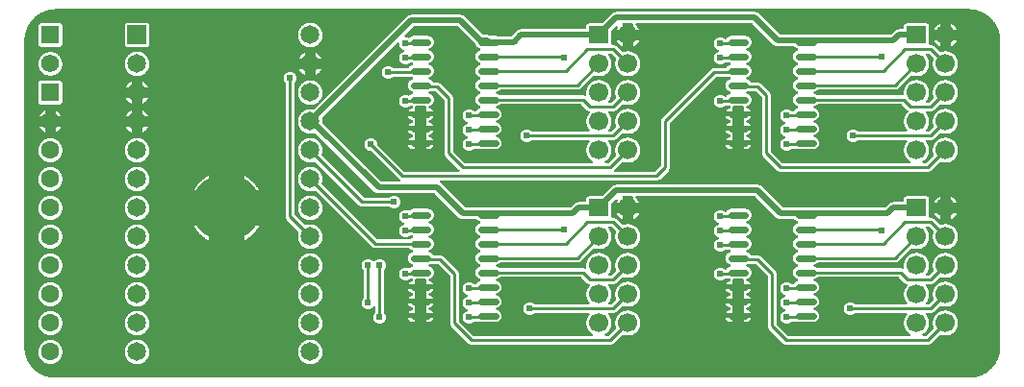
<source format=gtl>
G04 Layer: TopLayer*
G04 EasyEDA v6.3.39, 2020-04-21T17:53:27+02:00*
G04 2b193ae985c243da8a3a613e667a09fd,91cc4837159741479c5be70faa949f3f,10*
G04 Gerber Generator version 0.2*
G04 Scale: 100 percent, Rotated: No, Reflected: No *
G04 Dimensions in millimeters *
G04 leading zeros omitted , absolute positions ,3 integer and 3 decimal *
%FSLAX33Y33*%
%MOMM*%
G90*
G71D02*

%ADD10C,0.254000*%
%ADD11C,0.499999*%
%ADD12C,0.599999*%
%ADD13C,0.609600*%
%ADD14C,5.999988*%
%ADD15C,1.651000*%
%ADD16R,1.651000X1.651000*%
%ADD17R,1.574800X1.574800*%
%ADD18C,1.574800*%
%ADD19R,1.699997X1.524000*%
%ADD20C,1.699997*%
%ADD21C,1.599997*%
%ADD22R,1.599997X1.599997*%

%LPD*%
G36*
G01X83360Y32763D02*
G01X2999Y32763D01*
G01X2924Y32762D01*
G01X2848Y32759D01*
G01X2773Y32754D01*
G01X2697Y32746D01*
G01X2622Y32737D01*
G01X2548Y32725D01*
G01X2473Y32712D01*
G01X2399Y32696D01*
G01X2326Y32679D01*
G01X2253Y32659D01*
G01X2180Y32638D01*
G01X2109Y32614D01*
G01X2038Y32589D01*
G01X1967Y32561D01*
G01X1897Y32532D01*
G01X1828Y32500D01*
G01X1761Y32467D01*
G01X1694Y32432D01*
G01X1628Y32395D01*
G01X1563Y32357D01*
G01X1499Y32316D01*
G01X1436Y32274D01*
G01X1375Y32230D01*
G01X1314Y32184D01*
G01X1255Y32137D01*
G01X1198Y32088D01*
G01X1141Y32038D01*
G01X1087Y31986D01*
G01X1033Y31932D01*
G01X981Y31878D01*
G01X931Y31821D01*
G01X882Y31764D01*
G01X835Y31705D01*
G01X789Y31644D01*
G01X745Y31583D01*
G01X703Y31520D01*
G01X662Y31456D01*
G01X624Y31391D01*
G01X587Y31325D01*
G01X552Y31258D01*
G01X519Y31191D01*
G01X487Y31122D01*
G01X458Y31052D01*
G01X430Y30981D01*
G01X405Y30910D01*
G01X381Y30839D01*
G01X360Y30766D01*
G01X340Y30693D01*
G01X323Y30620D01*
G01X307Y30546D01*
G01X294Y30471D01*
G01X282Y30397D01*
G01X273Y30322D01*
G01X265Y30246D01*
G01X260Y30171D01*
G01X257Y30095D01*
G01X256Y30020D01*
G01X256Y2999D01*
G01X257Y2924D01*
G01X260Y2848D01*
G01X265Y2773D01*
G01X273Y2697D01*
G01X282Y2622D01*
G01X294Y2548D01*
G01X307Y2473D01*
G01X323Y2399D01*
G01X340Y2326D01*
G01X360Y2253D01*
G01X381Y2180D01*
G01X405Y2109D01*
G01X430Y2038D01*
G01X458Y1967D01*
G01X487Y1897D01*
G01X519Y1828D01*
G01X552Y1761D01*
G01X587Y1694D01*
G01X624Y1628D01*
G01X662Y1563D01*
G01X703Y1499D01*
G01X745Y1436D01*
G01X789Y1375D01*
G01X835Y1314D01*
G01X882Y1255D01*
G01X931Y1198D01*
G01X981Y1141D01*
G01X1033Y1087D01*
G01X1087Y1033D01*
G01X1141Y981D01*
G01X1198Y931D01*
G01X1255Y882D01*
G01X1314Y835D01*
G01X1375Y789D01*
G01X1436Y745D01*
G01X1499Y703D01*
G01X1563Y662D01*
G01X1628Y624D01*
G01X1694Y587D01*
G01X1761Y552D01*
G01X1828Y519D01*
G01X1897Y487D01*
G01X1967Y458D01*
G01X2038Y430D01*
G01X2109Y405D01*
G01X2180Y381D01*
G01X2253Y360D01*
G01X2326Y340D01*
G01X2399Y323D01*
G01X2473Y307D01*
G01X2548Y294D01*
G01X2622Y282D01*
G01X2697Y273D01*
G01X2773Y265D01*
G01X2848Y260D01*
G01X2924Y257D01*
G01X2999Y256D01*
G01X83360Y256D01*
G01X83435Y257D01*
G01X83511Y260D01*
G01X83586Y265D01*
G01X83662Y273D01*
G01X83737Y282D01*
G01X83811Y294D01*
G01X83886Y307D01*
G01X83960Y323D01*
G01X84033Y340D01*
G01X84106Y360D01*
G01X84179Y381D01*
G01X84250Y405D01*
G01X84321Y430D01*
G01X84392Y458D01*
G01X84462Y487D01*
G01X84531Y519D01*
G01X84598Y552D01*
G01X84665Y587D01*
G01X84731Y624D01*
G01X84796Y662D01*
G01X84860Y703D01*
G01X84923Y745D01*
G01X84984Y789D01*
G01X85045Y835D01*
G01X85104Y882D01*
G01X85161Y931D01*
G01X85218Y981D01*
G01X85272Y1033D01*
G01X85326Y1087D01*
G01X85378Y1141D01*
G01X85428Y1198D01*
G01X85477Y1255D01*
G01X85524Y1314D01*
G01X85570Y1375D01*
G01X85614Y1436D01*
G01X85656Y1499D01*
G01X85697Y1563D01*
G01X85735Y1628D01*
G01X85772Y1694D01*
G01X85807Y1761D01*
G01X85840Y1829D01*
G01X85872Y1897D01*
G01X85901Y1967D01*
G01X85929Y2038D01*
G01X85954Y2109D01*
G01X85978Y2180D01*
G01X85999Y2253D01*
G01X86019Y2326D01*
G01X86036Y2399D01*
G01X86052Y2473D01*
G01X86065Y2548D01*
G01X86077Y2622D01*
G01X86086Y2697D01*
G01X86094Y2773D01*
G01X86099Y2848D01*
G01X86102Y2924D01*
G01X86103Y2999D01*
G01X86103Y30020D01*
G01X86102Y30095D01*
G01X86099Y30171D01*
G01X86094Y30246D01*
G01X86086Y30322D01*
G01X86077Y30397D01*
G01X86065Y30471D01*
G01X86052Y30546D01*
G01X86036Y30620D01*
G01X86019Y30693D01*
G01X85999Y30766D01*
G01X85978Y30839D01*
G01X85954Y30910D01*
G01X85929Y30981D01*
G01X85901Y31052D01*
G01X85872Y31122D01*
G01X85840Y31191D01*
G01X85807Y31258D01*
G01X85772Y31325D01*
G01X85735Y31391D01*
G01X85697Y31456D01*
G01X85656Y31520D01*
G01X85614Y31583D01*
G01X85570Y31644D01*
G01X85524Y31705D01*
G01X85477Y31764D01*
G01X85428Y31821D01*
G01X85378Y31878D01*
G01X85326Y31932D01*
G01X85272Y31986D01*
G01X85218Y32038D01*
G01X85161Y32088D01*
G01X85104Y32137D01*
G01X85045Y32184D01*
G01X84984Y32230D01*
G01X84923Y32274D01*
G01X84860Y32316D01*
G01X84796Y32357D01*
G01X84731Y32395D01*
G01X84665Y32432D01*
G01X84598Y32467D01*
G01X84531Y32500D01*
G01X84462Y32532D01*
G01X84392Y32561D01*
G01X84321Y32589D01*
G01X84250Y32614D01*
G01X84179Y32638D01*
G01X84106Y32659D01*
G01X84033Y32679D01*
G01X83960Y32696D01*
G01X83886Y32712D01*
G01X83811Y32725D01*
G01X83737Y32737D01*
G01X83662Y32746D01*
G01X83586Y32754D01*
G01X83511Y32759D01*
G01X83435Y32762D01*
G01X83360Y32763D01*
G37*

%LPC*%
G36*
G01X10207Y3621D02*
G01X10160Y3622D01*
G01X10112Y3621D01*
G01X10065Y3617D01*
G01X10018Y3612D01*
G01X9972Y3605D01*
G01X9925Y3596D01*
G01X9880Y3584D01*
G01X9834Y3571D01*
G01X9789Y3557D01*
G01X9745Y3539D01*
G01X9702Y3520D01*
G01X9660Y3499D01*
G01X9618Y3477D01*
G01X9578Y3452D01*
G01X9539Y3426D01*
G01X9501Y3398D01*
G01X9464Y3369D01*
G01X9428Y3337D01*
G01X9394Y3305D01*
G01X9362Y3271D01*
G01X9330Y3235D01*
G01X9301Y3198D01*
G01X9273Y3160D01*
G01X9247Y3121D01*
G01X9222Y3081D01*
G01X9200Y3039D01*
G01X9179Y2997D01*
G01X9160Y2954D01*
G01X9142Y2910D01*
G01X9128Y2865D01*
G01X9115Y2819D01*
G01X9103Y2774D01*
G01X9094Y2727D01*
G01X9087Y2681D01*
G01X9082Y2634D01*
G01X9078Y2587D01*
G01X9077Y2540D01*
G01X9078Y2492D01*
G01X9082Y2445D01*
G01X9087Y2398D01*
G01X9094Y2352D01*
G01X9103Y2305D01*
G01X9115Y2260D01*
G01X9128Y2214D01*
G01X9142Y2169D01*
G01X9160Y2125D01*
G01X9179Y2082D01*
G01X9200Y2040D01*
G01X9222Y1998D01*
G01X9247Y1958D01*
G01X9273Y1919D01*
G01X9301Y1881D01*
G01X9330Y1844D01*
G01X9362Y1808D01*
G01X9394Y1774D01*
G01X9428Y1742D01*
G01X9464Y1710D01*
G01X9501Y1681D01*
G01X9539Y1653D01*
G01X9578Y1627D01*
G01X9618Y1602D01*
G01X9660Y1580D01*
G01X9702Y1559D01*
G01X9745Y1540D01*
G01X9789Y1522D01*
G01X9834Y1508D01*
G01X9880Y1495D01*
G01X9925Y1483D01*
G01X9972Y1474D01*
G01X10018Y1467D01*
G01X10065Y1462D01*
G01X10112Y1458D01*
G01X10160Y1457D01*
G01X10207Y1458D01*
G01X10254Y1462D01*
G01X10301Y1467D01*
G01X10347Y1474D01*
G01X10394Y1483D01*
G01X10439Y1495D01*
G01X10485Y1508D01*
G01X10530Y1522D01*
G01X10574Y1540D01*
G01X10617Y1559D01*
G01X10659Y1580D01*
G01X10701Y1602D01*
G01X10741Y1627D01*
G01X10780Y1653D01*
G01X10818Y1681D01*
G01X10855Y1710D01*
G01X10891Y1742D01*
G01X10925Y1774D01*
G01X10957Y1808D01*
G01X10989Y1844D01*
G01X11018Y1881D01*
G01X11046Y1919D01*
G01X11072Y1958D01*
G01X11097Y1998D01*
G01X11119Y2040D01*
G01X11140Y2082D01*
G01X11159Y2125D01*
G01X11177Y2169D01*
G01X11191Y2214D01*
G01X11204Y2260D01*
G01X11216Y2305D01*
G01X11225Y2352D01*
G01X11232Y2398D01*
G01X11237Y2445D01*
G01X11241Y2492D01*
G01X11242Y2540D01*
G01X11241Y2587D01*
G01X11237Y2634D01*
G01X11232Y2681D01*
G01X11225Y2727D01*
G01X11216Y2774D01*
G01X11204Y2819D01*
G01X11191Y2865D01*
G01X11177Y2910D01*
G01X11159Y2954D01*
G01X11140Y2997D01*
G01X11119Y3039D01*
G01X11097Y3081D01*
G01X11072Y3121D01*
G01X11046Y3160D01*
G01X11018Y3198D01*
G01X10989Y3235D01*
G01X10957Y3271D01*
G01X10925Y3305D01*
G01X10891Y3337D01*
G01X10855Y3369D01*
G01X10818Y3398D01*
G01X10780Y3426D01*
G01X10741Y3452D01*
G01X10701Y3477D01*
G01X10659Y3499D01*
G01X10617Y3520D01*
G01X10574Y3539D01*
G01X10530Y3557D01*
G01X10485Y3571D01*
G01X10439Y3584D01*
G01X10394Y3596D01*
G01X10347Y3605D01*
G01X10301Y3612D01*
G01X10254Y3617D01*
G01X10207Y3621D01*
G37*
G36*
G01X25447Y3621D02*
G01X25400Y3622D01*
G01X25352Y3621D01*
G01X25305Y3617D01*
G01X25258Y3612D01*
G01X25212Y3605D01*
G01X25165Y3596D01*
G01X25120Y3584D01*
G01X25074Y3571D01*
G01X25029Y3557D01*
G01X24985Y3539D01*
G01X24942Y3520D01*
G01X24900Y3499D01*
G01X24858Y3477D01*
G01X24818Y3452D01*
G01X24779Y3426D01*
G01X24741Y3398D01*
G01X24704Y3369D01*
G01X24668Y3337D01*
G01X24634Y3305D01*
G01X24602Y3271D01*
G01X24570Y3235D01*
G01X24541Y3198D01*
G01X24513Y3160D01*
G01X24487Y3121D01*
G01X24462Y3081D01*
G01X24440Y3039D01*
G01X24419Y2997D01*
G01X24400Y2954D01*
G01X24382Y2910D01*
G01X24368Y2865D01*
G01X24355Y2819D01*
G01X24343Y2774D01*
G01X24334Y2727D01*
G01X24327Y2681D01*
G01X24322Y2634D01*
G01X24318Y2587D01*
G01X24317Y2540D01*
G01X24318Y2492D01*
G01X24322Y2445D01*
G01X24327Y2398D01*
G01X24334Y2352D01*
G01X24343Y2305D01*
G01X24355Y2260D01*
G01X24368Y2214D01*
G01X24382Y2169D01*
G01X24400Y2125D01*
G01X24419Y2082D01*
G01X24440Y2040D01*
G01X24462Y1998D01*
G01X24487Y1958D01*
G01X24513Y1919D01*
G01X24541Y1881D01*
G01X24570Y1844D01*
G01X24602Y1808D01*
G01X24634Y1774D01*
G01X24668Y1742D01*
G01X24704Y1710D01*
G01X24741Y1681D01*
G01X24779Y1653D01*
G01X24818Y1627D01*
G01X24858Y1602D01*
G01X24900Y1580D01*
G01X24942Y1559D01*
G01X24985Y1540D01*
G01X25029Y1522D01*
G01X25074Y1508D01*
G01X25120Y1495D01*
G01X25165Y1483D01*
G01X25212Y1474D01*
G01X25258Y1467D01*
G01X25305Y1462D01*
G01X25352Y1458D01*
G01X25400Y1457D01*
G01X25447Y1458D01*
G01X25494Y1462D01*
G01X25541Y1467D01*
G01X25587Y1474D01*
G01X25634Y1483D01*
G01X25679Y1495D01*
G01X25725Y1508D01*
G01X25770Y1522D01*
G01X25814Y1540D01*
G01X25857Y1559D01*
G01X25899Y1580D01*
G01X25941Y1602D01*
G01X25981Y1627D01*
G01X26020Y1653D01*
G01X26058Y1681D01*
G01X26095Y1710D01*
G01X26131Y1742D01*
G01X26165Y1774D01*
G01X26197Y1808D01*
G01X26229Y1844D01*
G01X26258Y1881D01*
G01X26286Y1919D01*
G01X26312Y1958D01*
G01X26337Y1998D01*
G01X26359Y2040D01*
G01X26380Y2082D01*
G01X26399Y2125D01*
G01X26417Y2169D01*
G01X26431Y2214D01*
G01X26444Y2260D01*
G01X26456Y2305D01*
G01X26465Y2352D01*
G01X26472Y2398D01*
G01X26477Y2445D01*
G01X26481Y2492D01*
G01X26482Y2540D01*
G01X26481Y2587D01*
G01X26477Y2634D01*
G01X26472Y2681D01*
G01X26465Y2727D01*
G01X26456Y2774D01*
G01X26444Y2819D01*
G01X26431Y2865D01*
G01X26417Y2910D01*
G01X26399Y2954D01*
G01X26380Y2997D01*
G01X26359Y3039D01*
G01X26337Y3081D01*
G01X26312Y3121D01*
G01X26286Y3160D01*
G01X26258Y3198D01*
G01X26229Y3235D01*
G01X26197Y3271D01*
G01X26165Y3305D01*
G01X26131Y3337D01*
G01X26095Y3369D01*
G01X26058Y3398D01*
G01X26020Y3426D01*
G01X25981Y3452D01*
G01X25941Y3477D01*
G01X25899Y3499D01*
G01X25857Y3520D01*
G01X25814Y3539D01*
G01X25770Y3557D01*
G01X25725Y3571D01*
G01X25679Y3584D01*
G01X25634Y3596D01*
G01X25587Y3605D01*
G01X25541Y3612D01*
G01X25494Y3617D01*
G01X25447Y3621D01*
G37*
G36*
G01X2587Y3595D02*
G01X2540Y3596D01*
G01X2492Y3595D01*
G01X2445Y3592D01*
G01X2398Y3586D01*
G01X2351Y3579D01*
G01X2304Y3570D01*
G01X2259Y3558D01*
G01X2213Y3544D01*
G01X2168Y3529D01*
G01X2124Y3511D01*
G01X2081Y3491D01*
G01X2039Y3470D01*
G01X1997Y3446D01*
G01X1957Y3421D01*
G01X1919Y3394D01*
G01X1881Y3366D01*
G01X1845Y3335D01*
G01X1810Y3303D01*
G01X1776Y3269D01*
G01X1744Y3234D01*
G01X1713Y3198D01*
G01X1685Y3160D01*
G01X1658Y3122D01*
G01X1633Y3082D01*
G01X1609Y3040D01*
G01X1588Y2998D01*
G01X1568Y2955D01*
G01X1550Y2911D01*
G01X1535Y2866D01*
G01X1521Y2820D01*
G01X1509Y2775D01*
G01X1500Y2728D01*
G01X1493Y2681D01*
G01X1487Y2634D01*
G01X1484Y2587D01*
G01X1483Y2540D01*
G01X1484Y2492D01*
G01X1487Y2445D01*
G01X1493Y2398D01*
G01X1500Y2351D01*
G01X1509Y2304D01*
G01X1521Y2259D01*
G01X1535Y2213D01*
G01X1550Y2168D01*
G01X1568Y2124D01*
G01X1588Y2081D01*
G01X1609Y2039D01*
G01X1633Y1997D01*
G01X1658Y1957D01*
G01X1685Y1919D01*
G01X1713Y1881D01*
G01X1744Y1845D01*
G01X1776Y1810D01*
G01X1810Y1776D01*
G01X1845Y1744D01*
G01X1881Y1713D01*
G01X1919Y1685D01*
G01X1957Y1658D01*
G01X1997Y1633D01*
G01X2039Y1609D01*
G01X2081Y1588D01*
G01X2124Y1568D01*
G01X2168Y1550D01*
G01X2213Y1535D01*
G01X2259Y1521D01*
G01X2304Y1509D01*
G01X2351Y1500D01*
G01X2398Y1493D01*
G01X2445Y1487D01*
G01X2492Y1484D01*
G01X2540Y1483D01*
G01X2587Y1484D01*
G01X2634Y1487D01*
G01X2681Y1493D01*
G01X2728Y1500D01*
G01X2775Y1509D01*
G01X2820Y1521D01*
G01X2866Y1535D01*
G01X2911Y1550D01*
G01X2955Y1568D01*
G01X2998Y1588D01*
G01X3040Y1609D01*
G01X3082Y1633D01*
G01X3122Y1658D01*
G01X3160Y1685D01*
G01X3198Y1713D01*
G01X3234Y1744D01*
G01X3269Y1776D01*
G01X3303Y1810D01*
G01X3335Y1845D01*
G01X3366Y1881D01*
G01X3394Y1919D01*
G01X3421Y1957D01*
G01X3446Y1997D01*
G01X3470Y2039D01*
G01X3491Y2081D01*
G01X3511Y2124D01*
G01X3529Y2168D01*
G01X3544Y2213D01*
G01X3558Y2259D01*
G01X3570Y2304D01*
G01X3579Y2351D01*
G01X3586Y2398D01*
G01X3592Y2445D01*
G01X3595Y2492D01*
G01X3596Y2540D01*
G01X3595Y2587D01*
G01X3592Y2634D01*
G01X3586Y2681D01*
G01X3579Y2728D01*
G01X3570Y2775D01*
G01X3558Y2820D01*
G01X3544Y2866D01*
G01X3529Y2911D01*
G01X3511Y2955D01*
G01X3491Y2998D01*
G01X3470Y3040D01*
G01X3446Y3082D01*
G01X3421Y3122D01*
G01X3394Y3160D01*
G01X3366Y3198D01*
G01X3335Y3234D01*
G01X3303Y3269D01*
G01X3269Y3303D01*
G01X3234Y3335D01*
G01X3198Y3366D01*
G01X3160Y3394D01*
G01X3122Y3421D01*
G01X3082Y3446D01*
G01X3040Y3470D01*
G01X2998Y3491D01*
G01X2955Y3511D01*
G01X2911Y3529D01*
G01X2866Y3544D01*
G01X2820Y3558D01*
G01X2775Y3570D01*
G01X2728Y3579D01*
G01X2681Y3586D01*
G01X2634Y3592D01*
G01X2587Y3595D01*
G37*
G36*
G01X64516Y32510D02*
G01X52324Y32510D01*
G01X52290Y32509D01*
G01X52257Y32506D01*
G01X52224Y32500D01*
G01X52192Y32493D01*
G01X52160Y32483D01*
G01X52129Y32471D01*
G01X52099Y32458D01*
G01X52070Y32442D01*
G01X52042Y32425D01*
G01X52015Y32405D01*
G01X51990Y32385D01*
G01X51965Y32362D01*
G01X51120Y31517D01*
G01X51106Y31509D01*
G01X51091Y31503D01*
G01X51075Y31499D01*
G01X51060Y31498D01*
G01X49950Y31498D01*
G01X49926Y31497D01*
G01X49902Y31493D01*
G01X49880Y31488D01*
G01X49857Y31481D01*
G01X49835Y31471D01*
G01X49814Y31459D01*
G01X49795Y31446D01*
G01X49777Y31431D01*
G01X49760Y31414D01*
G01X49745Y31396D01*
G01X49731Y31377D01*
G01X49720Y31356D01*
G01X49710Y31334D01*
G01X49703Y31312D01*
G01X49697Y31289D01*
G01X49694Y31265D01*
G01X49693Y31242D01*
G01X49693Y31088D01*
G01X49692Y31073D01*
G01X49689Y31059D01*
G01X49684Y31045D01*
G01X49677Y31033D01*
G01X49668Y31021D01*
G01X49658Y31011D01*
G01X49646Y31002D01*
G01X49634Y30995D01*
G01X49620Y30990D01*
G01X49606Y30987D01*
G01X49591Y30986D01*
G01X43942Y30986D01*
G01X43908Y30985D01*
G01X43875Y30982D01*
G01X43842Y30976D01*
G01X43810Y30969D01*
G01X43778Y30959D01*
G01X43747Y30947D01*
G01X43717Y30934D01*
G01X43688Y30918D01*
G01X43660Y30901D01*
G01X43633Y30881D01*
G01X43608Y30861D01*
G01X43583Y30838D01*
G01X43127Y30381D01*
G01X43114Y30370D01*
G01X43101Y30362D01*
G01X43086Y30356D01*
G01X43070Y30353D01*
G01X43055Y30351D01*
G01X41923Y30351D01*
G01X41903Y30353D01*
G01X41884Y30359D01*
G01X41850Y30372D01*
G01X41815Y30382D01*
G01X41780Y30391D01*
G01X41744Y30396D01*
G01X41708Y30400D01*
G01X41671Y30401D01*
G01X41240Y30401D01*
G01X41223Y30402D01*
G01X41207Y30407D01*
G01X41191Y30414D01*
G01X41162Y30429D01*
G01X41133Y30441D01*
G01X41103Y30453D01*
G01X41072Y30462D01*
G01X41040Y30469D01*
G01X41008Y30474D01*
G01X40976Y30477D01*
G01X40944Y30478D01*
G01X40637Y30478D01*
G01X40622Y30480D01*
G01X40606Y30483D01*
G01X40591Y30489D01*
G01X40578Y30497D01*
G01X40565Y30508D01*
G01X38966Y32108D01*
G01X38941Y32131D01*
G01X38916Y32151D01*
G01X38889Y32171D01*
G01X38861Y32188D01*
G01X38832Y32204D01*
G01X38802Y32217D01*
G01X38771Y32229D01*
G01X38739Y32239D01*
G01X38707Y32246D01*
G01X38674Y32252D01*
G01X38641Y32255D01*
G01X38608Y32256D01*
G01X34290Y32256D01*
G01X34256Y32255D01*
G01X34223Y32252D01*
G01X34190Y32246D01*
G01X34158Y32239D01*
G01X34126Y32229D01*
G01X34095Y32217D01*
G01X34065Y32204D01*
G01X34036Y32188D01*
G01X34008Y32171D01*
G01X33981Y32151D01*
G01X33956Y32131D01*
G01X33931Y32108D01*
G01X25759Y23936D01*
G01X25747Y23925D01*
G01X25734Y23917D01*
G01X25719Y23911D01*
G01X25703Y23907D01*
G01X25688Y23906D01*
G01X25663Y23909D01*
G01X25611Y23921D01*
G01X25559Y23930D01*
G01X25506Y23936D01*
G01X25453Y23940D01*
G01X25400Y23942D01*
G01X25352Y23941D01*
G01X25305Y23937D01*
G01X25258Y23932D01*
G01X25212Y23925D01*
G01X25165Y23916D01*
G01X25120Y23904D01*
G01X25074Y23891D01*
G01X25029Y23877D01*
G01X24985Y23859D01*
G01X24942Y23840D01*
G01X24900Y23819D01*
G01X24858Y23797D01*
G01X24818Y23772D01*
G01X24779Y23746D01*
G01X24741Y23718D01*
G01X24704Y23689D01*
G01X24668Y23657D01*
G01X24634Y23625D01*
G01X24602Y23591D01*
G01X24570Y23555D01*
G01X24541Y23518D01*
G01X24513Y23480D01*
G01X24487Y23441D01*
G01X24462Y23401D01*
G01X24440Y23359D01*
G01X24419Y23317D01*
G01X24400Y23274D01*
G01X24382Y23230D01*
G01X24368Y23185D01*
G01X24355Y23139D01*
G01X24343Y23094D01*
G01X24334Y23047D01*
G01X24327Y23001D01*
G01X24322Y22954D01*
G01X24318Y22907D01*
G01X24317Y22860D01*
G01X24318Y22812D01*
G01X24322Y22765D01*
G01X24327Y22718D01*
G01X24334Y22672D01*
G01X24343Y22625D01*
G01X24355Y22580D01*
G01X24368Y22534D01*
G01X24382Y22489D01*
G01X24400Y22445D01*
G01X24419Y22402D01*
G01X24440Y22360D01*
G01X24462Y22318D01*
G01X24487Y22278D01*
G01X24513Y22239D01*
G01X24541Y22201D01*
G01X24570Y22164D01*
G01X24602Y22128D01*
G01X24634Y22094D01*
G01X24668Y22062D01*
G01X24704Y22030D01*
G01X24741Y22001D01*
G01X24779Y21973D01*
G01X24818Y21947D01*
G01X24858Y21922D01*
G01X24900Y21900D01*
G01X24942Y21879D01*
G01X24985Y21860D01*
G01X25029Y21842D01*
G01X25074Y21828D01*
G01X25120Y21815D01*
G01X25165Y21803D01*
G01X25212Y21794D01*
G01X25258Y21787D01*
G01X25305Y21782D01*
G01X25352Y21778D01*
G01X25400Y21777D01*
G01X25450Y21778D01*
G01X25500Y21782D01*
G01X25550Y21788D01*
G01X25599Y21796D01*
G01X25648Y21806D01*
G01X25697Y21819D01*
G01X25745Y21834D01*
G01X25792Y21851D01*
G01X25810Y21856D01*
G01X25829Y21858D01*
G01X25845Y21857D01*
G01X25861Y21853D01*
G01X25875Y21847D01*
G01X25889Y21839D01*
G01X25901Y21828D01*
G01X31070Y16659D01*
G01X31094Y16637D01*
G01X31120Y16616D01*
G01X31147Y16596D01*
G01X31175Y16579D01*
G01X31204Y16563D01*
G01X31234Y16550D01*
G01X31265Y16538D01*
G01X31297Y16528D01*
G01X31329Y16521D01*
G01X31362Y16515D01*
G01X31395Y16512D01*
G01X31428Y16511D01*
G01X32728Y16511D01*
G01X32747Y16509D01*
G01X32766Y16504D01*
G01X32784Y16509D01*
G01X32803Y16511D01*
G01X36324Y16511D01*
G01X36339Y16510D01*
G01X36355Y16506D01*
G01X36370Y16500D01*
G01X36383Y16492D01*
G01X36396Y16481D01*
G01X38503Y14373D01*
G01X38528Y14351D01*
G01X38553Y14330D01*
G01X38580Y14310D01*
G01X38608Y14293D01*
G01X38637Y14277D01*
G01X38667Y14264D01*
G01X38698Y14252D01*
G01X38730Y14242D01*
G01X38762Y14235D01*
G01X38795Y14229D01*
G01X38828Y14226D01*
G01X38862Y14225D01*
G01X40022Y14225D01*
G01X40038Y14224D01*
G01X40052Y14220D01*
G01X40066Y14215D01*
G01X40080Y14207D01*
G01X40091Y14198D01*
G01X40117Y14175D01*
G01X40144Y14155D01*
G01X40172Y14136D01*
G01X40201Y14118D01*
G01X40231Y14103D01*
G01X40261Y14089D01*
G01X40293Y14077D01*
G01X40325Y14068D01*
G01X40339Y14062D01*
G01X40352Y14056D01*
G01X40364Y14047D01*
G01X40374Y14037D01*
G01X40383Y14025D01*
G01X40391Y14012D01*
G01X40396Y13998D01*
G01X40399Y13984D01*
G01X40400Y13970D01*
G01X40399Y13955D01*
G01X40396Y13941D01*
G01X40391Y13927D01*
G01X40383Y13914D01*
G01X40374Y13902D01*
G01X40364Y13892D01*
G01X40352Y13883D01*
G01X40339Y13877D01*
G01X40325Y13871D01*
G01X40292Y13861D01*
G01X40260Y13849D01*
G01X40228Y13835D01*
G01X40198Y13819D01*
G01X40168Y13801D01*
G01X40140Y13782D01*
G01X40112Y13760D01*
G01X40087Y13737D01*
G01X40062Y13712D01*
G01X40040Y13686D01*
G01X40019Y13659D01*
G01X39999Y13630D01*
G01X39982Y13600D01*
G01X39966Y13569D01*
G01X39953Y13537D01*
G01X39942Y13505D01*
G01X39932Y13471D01*
G01X39924Y13438D01*
G01X39919Y13404D01*
G01X39916Y13369D01*
G01X39915Y13335D01*
G01X39916Y13300D01*
G01X39919Y13265D01*
G01X39924Y13231D01*
G01X39932Y13198D01*
G01X39942Y13164D01*
G01X39953Y13132D01*
G01X39966Y13100D01*
G01X39982Y13069D01*
G01X39999Y13039D01*
G01X40019Y13010D01*
G01X40040Y12983D01*
G01X40062Y12957D01*
G01X40087Y12932D01*
G01X40112Y12909D01*
G01X40140Y12887D01*
G01X40168Y12868D01*
G01X40198Y12850D01*
G01X40228Y12834D01*
G01X40260Y12820D01*
G01X40292Y12808D01*
G01X40325Y12798D01*
G01X40339Y12792D01*
G01X40352Y12786D01*
G01X40364Y12777D01*
G01X40374Y12767D01*
G01X40383Y12755D01*
G01X40391Y12742D01*
G01X40396Y12728D01*
G01X40399Y12714D01*
G01X40400Y12700D01*
G01X40399Y12685D01*
G01X40396Y12671D01*
G01X40391Y12657D01*
G01X40383Y12644D01*
G01X40374Y12632D01*
G01X40364Y12622D01*
G01X40352Y12613D01*
G01X40339Y12607D01*
G01X40325Y12601D01*
G01X40292Y12591D01*
G01X40260Y12579D01*
G01X40228Y12565D01*
G01X40198Y12549D01*
G01X40168Y12531D01*
G01X40140Y12512D01*
G01X40112Y12490D01*
G01X40087Y12467D01*
G01X40062Y12442D01*
G01X40040Y12416D01*
G01X40019Y12389D01*
G01X39999Y12360D01*
G01X39982Y12330D01*
G01X39966Y12299D01*
G01X39953Y12267D01*
G01X39942Y12235D01*
G01X39932Y12201D01*
G01X39924Y12168D01*
G01X39919Y12134D01*
G01X39916Y12099D01*
G01X39915Y12065D01*
G01X39916Y12030D01*
G01X39919Y11995D01*
G01X39924Y11961D01*
G01X39932Y11928D01*
G01X39942Y11894D01*
G01X39953Y11862D01*
G01X39966Y11830D01*
G01X39982Y11799D01*
G01X39999Y11769D01*
G01X40019Y11740D01*
G01X40040Y11713D01*
G01X40062Y11687D01*
G01X40087Y11662D01*
G01X40112Y11639D01*
G01X40140Y11617D01*
G01X40168Y11598D01*
G01X40198Y11580D01*
G01X40228Y11564D01*
G01X40260Y11550D01*
G01X40292Y11538D01*
G01X40325Y11528D01*
G01X40339Y11522D01*
G01X40352Y11516D01*
G01X40364Y11507D01*
G01X40374Y11497D01*
G01X40383Y11485D01*
G01X40391Y11472D01*
G01X40396Y11458D01*
G01X40399Y11444D01*
G01X40400Y11430D01*
G01X40399Y11415D01*
G01X40396Y11401D01*
G01X40391Y11387D01*
G01X40383Y11374D01*
G01X40374Y11362D01*
G01X40364Y11352D01*
G01X40352Y11343D01*
G01X40339Y11337D01*
G01X40325Y11331D01*
G01X40292Y11321D01*
G01X40260Y11309D01*
G01X40228Y11295D01*
G01X40198Y11279D01*
G01X40168Y11261D01*
G01X40140Y11242D01*
G01X40112Y11220D01*
G01X40087Y11197D01*
G01X40062Y11172D01*
G01X40040Y11146D01*
G01X40019Y11119D01*
G01X39999Y11090D01*
G01X39982Y11060D01*
G01X39966Y11029D01*
G01X39953Y10997D01*
G01X39942Y10965D01*
G01X39932Y10931D01*
G01X39924Y10898D01*
G01X39919Y10864D01*
G01X39916Y10829D01*
G01X39915Y10795D01*
G01X39916Y10760D01*
G01X39919Y10725D01*
G01X39924Y10691D01*
G01X39932Y10658D01*
G01X39942Y10624D01*
G01X39953Y10592D01*
G01X39966Y10560D01*
G01X39982Y10529D01*
G01X39999Y10499D01*
G01X40019Y10470D01*
G01X40040Y10443D01*
G01X40062Y10417D01*
G01X40087Y10392D01*
G01X40112Y10369D01*
G01X40140Y10347D01*
G01X40168Y10328D01*
G01X40198Y10310D01*
G01X40228Y10294D01*
G01X40260Y10280D01*
G01X40292Y10268D01*
G01X40325Y10258D01*
G01X40339Y10252D01*
G01X40352Y10246D01*
G01X40364Y10237D01*
G01X40374Y10227D01*
G01X40383Y10215D01*
G01X40391Y10202D01*
G01X40396Y10188D01*
G01X40399Y10174D01*
G01X40400Y10160D01*
G01X40399Y10145D01*
G01X40396Y10131D01*
G01X40391Y10117D01*
G01X40383Y10104D01*
G01X40374Y10092D01*
G01X40364Y10082D01*
G01X40352Y10073D01*
G01X40339Y10067D01*
G01X40325Y10061D01*
G01X40292Y10051D01*
G01X40260Y10039D01*
G01X40228Y10025D01*
G01X40198Y10009D01*
G01X40168Y9991D01*
G01X40140Y9972D01*
G01X40112Y9950D01*
G01X40087Y9927D01*
G01X40062Y9902D01*
G01X40040Y9876D01*
G01X40019Y9849D01*
G01X39999Y9820D01*
G01X39982Y9790D01*
G01X39966Y9759D01*
G01X39953Y9727D01*
G01X39942Y9695D01*
G01X39932Y9661D01*
G01X39924Y9628D01*
G01X39919Y9594D01*
G01X39916Y9559D01*
G01X39915Y9525D01*
G01X39916Y9490D01*
G01X39919Y9455D01*
G01X39924Y9421D01*
G01X39932Y9388D01*
G01X39942Y9354D01*
G01X39953Y9322D01*
G01X39966Y9290D01*
G01X39982Y9259D01*
G01X39999Y9229D01*
G01X40019Y9200D01*
G01X40040Y9173D01*
G01X40062Y9147D01*
G01X40087Y9122D01*
G01X40112Y9099D01*
G01X40140Y9077D01*
G01X40168Y9058D01*
G01X40198Y9040D01*
G01X40228Y9024D01*
G01X40260Y9010D01*
G01X40292Y8998D01*
G01X40325Y8988D01*
G01X40339Y8982D01*
G01X40352Y8976D01*
G01X40364Y8967D01*
G01X40374Y8957D01*
G01X40383Y8945D01*
G01X40391Y8932D01*
G01X40396Y8918D01*
G01X40399Y8904D01*
G01X40400Y8890D01*
G01X40399Y8875D01*
G01X40396Y8861D01*
G01X40391Y8847D01*
G01X40383Y8834D01*
G01X40374Y8822D01*
G01X40364Y8812D01*
G01X40352Y8803D01*
G01X40339Y8797D01*
G01X40325Y8791D01*
G01X40293Y8782D01*
G01X40261Y8770D01*
G01X40230Y8756D01*
G01X40200Y8741D01*
G01X40171Y8723D01*
G01X40143Y8704D01*
G01X40116Y8683D01*
G01X40091Y8661D01*
G01X40067Y8637D01*
G01X40045Y8612D01*
G01X40024Y8585D01*
G01X40005Y8557D01*
G01X39996Y8546D01*
G01X39985Y8535D01*
G01X39974Y8527D01*
G01X39961Y8520D01*
G01X39948Y8515D01*
G01X39933Y8512D01*
G01X39919Y8511D01*
G01X39821Y8511D01*
G01X39806Y8512D01*
G01X39791Y8516D01*
G01X39777Y8521D01*
G01X39764Y8529D01*
G01X39752Y8538D01*
G01X39726Y8561D01*
G01X39698Y8583D01*
G01X39669Y8602D01*
G01X39639Y8620D01*
G01X39607Y8636D01*
G01X39575Y8650D01*
G01X39542Y8662D01*
G01X39508Y8672D01*
G01X39474Y8679D01*
G01X39440Y8684D01*
G01X39405Y8688D01*
G01X39370Y8689D01*
G01X39335Y8688D01*
G01X39302Y8685D01*
G01X39268Y8680D01*
G01X39235Y8673D01*
G01X39202Y8663D01*
G01X39170Y8652D01*
G01X39139Y8640D01*
G01X39108Y8624D01*
G01X39079Y8608D01*
G01X39050Y8589D01*
G01X39024Y8569D01*
G01X38997Y8548D01*
G01X38949Y8500D01*
G01X38928Y8473D01*
G01X38908Y8447D01*
G01X38889Y8418D01*
G01X38873Y8389D01*
G01X38857Y8358D01*
G01X38845Y8327D01*
G01X38834Y8295D01*
G01X38824Y8262D01*
G01X38817Y8229D01*
G01X38812Y8195D01*
G01X38809Y8162D01*
G01X38808Y8128D01*
G01X38809Y8093D01*
G01X38812Y8059D01*
G01X38817Y8025D01*
G01X38825Y7992D01*
G01X38834Y7959D01*
G01X38845Y7927D01*
G01X38858Y7895D01*
G01X38874Y7864D01*
G01X38890Y7835D01*
G01X38909Y7806D01*
G01X38930Y7779D01*
G01X38951Y7753D01*
G01X38975Y7728D01*
G01X39000Y7705D01*
G01X39027Y7683D01*
G01X39055Y7663D01*
G01X39083Y7644D01*
G01X39113Y7628D01*
G01X39144Y7613D01*
G01X39176Y7601D01*
G01X39208Y7590D01*
G01X39222Y7584D01*
G01X39234Y7578D01*
G01X39246Y7569D01*
G01X39256Y7559D01*
G01X39265Y7547D01*
G01X39271Y7535D01*
G01X39277Y7521D01*
G01X39280Y7507D01*
G01X39281Y7493D01*
G01X39280Y7478D01*
G01X39277Y7464D01*
G01X39271Y7450D01*
G01X39265Y7438D01*
G01X39256Y7426D01*
G01X39246Y7416D01*
G01X39234Y7407D01*
G01X39222Y7401D01*
G01X39208Y7395D01*
G01X39176Y7384D01*
G01X39144Y7372D01*
G01X39113Y7357D01*
G01X39083Y7341D01*
G01X39055Y7322D01*
G01X39027Y7302D01*
G01X39000Y7280D01*
G01X38975Y7257D01*
G01X38951Y7232D01*
G01X38930Y7206D01*
G01X38909Y7179D01*
G01X38890Y7150D01*
G01X38874Y7121D01*
G01X38858Y7090D01*
G01X38845Y7058D01*
G01X38834Y7026D01*
G01X38825Y6993D01*
G01X38817Y6960D01*
G01X38812Y6926D01*
G01X38809Y6892D01*
G01X38808Y6858D01*
G01X38809Y6823D01*
G01X38812Y6789D01*
G01X38817Y6755D01*
G01X38825Y6722D01*
G01X38834Y6689D01*
G01X38845Y6657D01*
G01X38858Y6625D01*
G01X38874Y6594D01*
G01X38890Y6565D01*
G01X38909Y6536D01*
G01X38930Y6509D01*
G01X38951Y6483D01*
G01X38975Y6458D01*
G01X39000Y6435D01*
G01X39027Y6413D01*
G01X39055Y6393D01*
G01X39083Y6374D01*
G01X39113Y6358D01*
G01X39144Y6343D01*
G01X39176Y6331D01*
G01X39208Y6320D01*
G01X39222Y6314D01*
G01X39234Y6308D01*
G01X39246Y6299D01*
G01X39256Y6289D01*
G01X39265Y6277D01*
G01X39271Y6265D01*
G01X39277Y6251D01*
G01X39280Y6237D01*
G01X39281Y6223D01*
G01X39280Y6208D01*
G01X39277Y6194D01*
G01X39271Y6180D01*
G01X39265Y6168D01*
G01X39256Y6156D01*
G01X39246Y6146D01*
G01X39234Y6137D01*
G01X39222Y6131D01*
G01X39208Y6125D01*
G01X39176Y6114D01*
G01X39144Y6102D01*
G01X39113Y6087D01*
G01X39083Y6071D01*
G01X39055Y6052D01*
G01X39027Y6032D01*
G01X39000Y6010D01*
G01X38975Y5987D01*
G01X38951Y5962D01*
G01X38930Y5936D01*
G01X38909Y5909D01*
G01X38890Y5880D01*
G01X38874Y5851D01*
G01X38858Y5820D01*
G01X38845Y5788D01*
G01X38834Y5756D01*
G01X38825Y5723D01*
G01X38817Y5690D01*
G01X38812Y5656D01*
G01X38809Y5622D01*
G01X38808Y5588D01*
G01X38809Y5553D01*
G01X38812Y5520D01*
G01X38817Y5486D01*
G01X38824Y5453D01*
G01X38834Y5420D01*
G01X38845Y5388D01*
G01X38857Y5357D01*
G01X38873Y5326D01*
G01X38889Y5297D01*
G01X38908Y5268D01*
G01X38928Y5242D01*
G01X38949Y5215D01*
G01X38997Y5167D01*
G01X39024Y5146D01*
G01X39050Y5126D01*
G01X39079Y5107D01*
G01X39108Y5091D01*
G01X39139Y5075D01*
G01X39170Y5063D01*
G01X39202Y5052D01*
G01X39235Y5042D01*
G01X39268Y5035D01*
G01X39302Y5030D01*
G01X39335Y5027D01*
G01X39370Y5026D01*
G01X39405Y5027D01*
G01X39440Y5031D01*
G01X39474Y5036D01*
G01X39508Y5043D01*
G01X39542Y5053D01*
G01X39575Y5065D01*
G01X39607Y5079D01*
G01X39639Y5095D01*
G01X39669Y5113D01*
G01X39698Y5132D01*
G01X39726Y5154D01*
G01X39752Y5177D01*
G01X39764Y5186D01*
G01X39777Y5194D01*
G01X39791Y5199D01*
G01X39806Y5203D01*
G01X39821Y5204D01*
G01X40230Y5204D01*
G01X40248Y5202D01*
G01X40267Y5197D01*
G01X40300Y5185D01*
G01X40333Y5176D01*
G01X40367Y5168D01*
G01X40402Y5162D01*
G01X40436Y5159D01*
G01X40471Y5158D01*
G01X41671Y5158D01*
G01X41705Y5159D01*
G01X41738Y5162D01*
G01X41772Y5167D01*
G01X41804Y5174D01*
G01X41837Y5183D01*
G01X41869Y5194D01*
G01X41900Y5207D01*
G01X41930Y5222D01*
G01X41959Y5238D01*
G01X41987Y5256D01*
G01X42015Y5277D01*
G01X42041Y5298D01*
G01X42065Y5321D01*
G01X42088Y5346D01*
G01X42109Y5371D01*
G01X42129Y5399D01*
G01X42148Y5426D01*
G01X42164Y5456D01*
G01X42179Y5486D01*
G01X42191Y5517D01*
G01X42203Y5549D01*
G01X42212Y5581D01*
G01X42219Y5614D01*
G01X42224Y5647D01*
G01X42227Y5681D01*
G01X42228Y5715D01*
G01X42227Y5749D01*
G01X42223Y5784D01*
G01X42218Y5818D01*
G01X42211Y5851D01*
G01X42201Y5885D01*
G01X42189Y5917D01*
G01X42176Y5949D01*
G01X42160Y5980D01*
G01X42143Y6010D01*
G01X42124Y6039D01*
G01X42103Y6066D01*
G01X42080Y6092D01*
G01X42056Y6117D01*
G01X42030Y6140D01*
G01X42003Y6162D01*
G01X41975Y6181D01*
G01X41945Y6199D01*
G01X41915Y6215D01*
G01X41883Y6229D01*
G01X41851Y6241D01*
G01X41818Y6251D01*
G01X41804Y6257D01*
G01X41791Y6263D01*
G01X41779Y6272D01*
G01X41768Y6282D01*
G01X41759Y6294D01*
G01X41752Y6307D01*
G01X41747Y6321D01*
G01X41744Y6335D01*
G01X41743Y6350D01*
G01X41744Y6364D01*
G01X41747Y6378D01*
G01X41752Y6392D01*
G01X41759Y6405D01*
G01X41768Y6417D01*
G01X41779Y6427D01*
G01X41791Y6436D01*
G01X41804Y6442D01*
G01X41818Y6448D01*
G01X41851Y6458D01*
G01X41883Y6470D01*
G01X41915Y6484D01*
G01X41945Y6500D01*
G01X41975Y6518D01*
G01X42003Y6537D01*
G01X42030Y6559D01*
G01X42056Y6582D01*
G01X42080Y6607D01*
G01X42103Y6633D01*
G01X42124Y6660D01*
G01X42143Y6689D01*
G01X42160Y6719D01*
G01X42176Y6750D01*
G01X42189Y6782D01*
G01X42201Y6814D01*
G01X42211Y6848D01*
G01X42218Y6881D01*
G01X42223Y6915D01*
G01X42227Y6950D01*
G01X42228Y6985D01*
G01X42227Y7019D01*
G01X42223Y7054D01*
G01X42218Y7088D01*
G01X42211Y7121D01*
G01X42201Y7155D01*
G01X42189Y7187D01*
G01X42176Y7219D01*
G01X42160Y7250D01*
G01X42143Y7280D01*
G01X42124Y7309D01*
G01X42103Y7336D01*
G01X42080Y7362D01*
G01X42056Y7387D01*
G01X42030Y7410D01*
G01X42003Y7432D01*
G01X41975Y7451D01*
G01X41945Y7469D01*
G01X41915Y7485D01*
G01X41883Y7499D01*
G01X41851Y7511D01*
G01X41818Y7521D01*
G01X41804Y7527D01*
G01X41791Y7533D01*
G01X41779Y7542D01*
G01X41768Y7552D01*
G01X41759Y7564D01*
G01X41752Y7577D01*
G01X41747Y7591D01*
G01X41744Y7605D01*
G01X41743Y7620D01*
G01X41744Y7634D01*
G01X41747Y7648D01*
G01X41752Y7662D01*
G01X41759Y7675D01*
G01X41768Y7687D01*
G01X41779Y7697D01*
G01X41791Y7706D01*
G01X41804Y7712D01*
G01X41818Y7718D01*
G01X41851Y7728D01*
G01X41883Y7740D01*
G01X41915Y7754D01*
G01X41945Y7770D01*
G01X41975Y7788D01*
G01X42003Y7807D01*
G01X42030Y7829D01*
G01X42056Y7852D01*
G01X42080Y7877D01*
G01X42103Y7903D01*
G01X42124Y7930D01*
G01X42143Y7959D01*
G01X42160Y7989D01*
G01X42176Y8020D01*
G01X42189Y8052D01*
G01X42201Y8084D01*
G01X42211Y8118D01*
G01X42218Y8151D01*
G01X42223Y8185D01*
G01X42227Y8220D01*
G01X42228Y8255D01*
G01X42227Y8289D01*
G01X42223Y8324D01*
G01X42218Y8358D01*
G01X42211Y8391D01*
G01X42201Y8425D01*
G01X42189Y8457D01*
G01X42176Y8489D01*
G01X42160Y8520D01*
G01X42143Y8550D01*
G01X42124Y8579D01*
G01X42103Y8606D01*
G01X42080Y8632D01*
G01X42056Y8657D01*
G01X42030Y8680D01*
G01X42003Y8702D01*
G01X41975Y8721D01*
G01X41945Y8739D01*
G01X41915Y8755D01*
G01X41883Y8769D01*
G01X41851Y8781D01*
G01X41818Y8791D01*
G01X41804Y8797D01*
G01X41791Y8803D01*
G01X41779Y8812D01*
G01X41768Y8822D01*
G01X41759Y8834D01*
G01X41752Y8847D01*
G01X41747Y8861D01*
G01X41744Y8875D01*
G01X41743Y8890D01*
G01X41744Y8904D01*
G01X41747Y8918D01*
G01X41752Y8932D01*
G01X41759Y8945D01*
G01X41768Y8957D01*
G01X41779Y8967D01*
G01X41791Y8976D01*
G01X41804Y8982D01*
G01X41818Y8988D01*
G01X41854Y8999D01*
G01X41889Y9012D01*
G01X41923Y9028D01*
G01X41956Y9046D01*
G01X41988Y9067D01*
G01X42019Y9090D01*
G01X42047Y9114D01*
G01X42059Y9124D01*
G01X42072Y9131D01*
G01X42086Y9136D01*
G01X42101Y9140D01*
G01X42116Y9141D01*
G01X49201Y9141D01*
G01X49217Y9140D01*
G01X49233Y9136D01*
G01X49248Y9130D01*
G01X49261Y9122D01*
G01X49273Y9111D01*
G01X49766Y8618D01*
G01X49790Y8597D01*
G01X49814Y8578D01*
G01X49841Y8560D01*
G01X49869Y8545D01*
G01X49898Y8532D01*
G01X49928Y8522D01*
G01X49941Y8517D01*
G01X49954Y8510D01*
G01X49966Y8501D01*
G01X49976Y8491D01*
G01X49985Y8480D01*
G01X49991Y8467D01*
G01X49996Y8453D01*
G01X49999Y8439D01*
G01X50000Y8425D01*
G01X49999Y8410D01*
G01X49996Y8395D01*
G01X49991Y8382D01*
G01X49984Y8369D01*
G01X49975Y8357D01*
G01X49944Y8321D01*
G01X49915Y8283D01*
G01X49887Y8245D01*
G01X49861Y8205D01*
G01X49837Y8164D01*
G01X49814Y8122D01*
G01X49794Y8080D01*
G01X49775Y8036D01*
G01X49758Y7992D01*
G01X49743Y7947D01*
G01X49730Y7901D01*
G01X49718Y7855D01*
G01X49709Y7808D01*
G01X49702Y7762D01*
G01X49697Y7714D01*
G01X49694Y7667D01*
G01X49693Y7620D01*
G01X49694Y7571D01*
G01X49698Y7522D01*
G01X49703Y7473D01*
G01X49710Y7425D01*
G01X49720Y7377D01*
G01X49732Y7329D01*
G01X49746Y7283D01*
G01X49762Y7236D01*
G01X49779Y7191D01*
G01X49800Y7146D01*
G01X49822Y7102D01*
G01X49845Y7060D01*
G01X49871Y7018D01*
G01X49898Y6978D01*
G01X49928Y6938D01*
G01X49959Y6901D01*
G01X49967Y6889D01*
G01X49974Y6876D01*
G01X49979Y6863D01*
G01X49982Y6849D01*
G01X49983Y6835D01*
G01X49982Y6820D01*
G01X49979Y6806D01*
G01X49973Y6792D01*
G01X49967Y6780D01*
G01X49958Y6768D01*
G01X49948Y6758D01*
G01X49936Y6749D01*
G01X49924Y6742D01*
G01X49910Y6737D01*
G01X49896Y6734D01*
G01X49881Y6733D01*
G01X45155Y6733D01*
G01X45140Y6734D01*
G01X45125Y6738D01*
G01X45111Y6743D01*
G01X45098Y6751D01*
G01X45086Y6760D01*
G01X45060Y6783D01*
G01X45032Y6805D01*
G01X45003Y6824D01*
G01X44973Y6842D01*
G01X44941Y6858D01*
G01X44909Y6872D01*
G01X44876Y6884D01*
G01X44842Y6894D01*
G01X44808Y6901D01*
G01X44774Y6906D01*
G01X44739Y6910D01*
G01X44704Y6911D01*
G01X44669Y6910D01*
G01X44636Y6907D01*
G01X44602Y6902D01*
G01X44569Y6895D01*
G01X44536Y6885D01*
G01X44504Y6874D01*
G01X44473Y6862D01*
G01X44442Y6846D01*
G01X44413Y6830D01*
G01X44384Y6811D01*
G01X44358Y6791D01*
G01X44331Y6770D01*
G01X44283Y6722D01*
G01X44262Y6695D01*
G01X44242Y6669D01*
G01X44223Y6640D01*
G01X44207Y6611D01*
G01X44191Y6580D01*
G01X44179Y6549D01*
G01X44168Y6517D01*
G01X44158Y6484D01*
G01X44151Y6451D01*
G01X44146Y6417D01*
G01X44143Y6384D01*
G01X44142Y6350D01*
G01X44143Y6315D01*
G01X44146Y6282D01*
G01X44151Y6248D01*
G01X44158Y6215D01*
G01X44168Y6182D01*
G01X44179Y6150D01*
G01X44191Y6119D01*
G01X44207Y6088D01*
G01X44223Y6059D01*
G01X44242Y6030D01*
G01X44262Y6004D01*
G01X44283Y5977D01*
G01X44331Y5929D01*
G01X44358Y5908D01*
G01X44384Y5888D01*
G01X44413Y5869D01*
G01X44442Y5853D01*
G01X44473Y5837D01*
G01X44504Y5825D01*
G01X44536Y5814D01*
G01X44569Y5804D01*
G01X44602Y5797D01*
G01X44636Y5792D01*
G01X44669Y5789D01*
G01X44704Y5788D01*
G01X44739Y5789D01*
G01X44774Y5793D01*
G01X44808Y5798D01*
G01X44842Y5805D01*
G01X44876Y5815D01*
G01X44909Y5827D01*
G01X44941Y5841D01*
G01X44973Y5857D01*
G01X45003Y5875D01*
G01X45032Y5894D01*
G01X45060Y5916D01*
G01X45086Y5939D01*
G01X45098Y5948D01*
G01X45111Y5956D01*
G01X45125Y5961D01*
G01X45140Y5965D01*
G01X45155Y5966D01*
G01X49881Y5966D01*
G01X49896Y5965D01*
G01X49910Y5962D01*
G01X49924Y5957D01*
G01X49936Y5950D01*
G01X49948Y5941D01*
G01X49958Y5931D01*
G01X49967Y5919D01*
G01X49973Y5907D01*
G01X49979Y5893D01*
G01X49982Y5879D01*
G01X49983Y5864D01*
G01X49982Y5850D01*
G01X49979Y5836D01*
G01X49974Y5823D01*
G01X49967Y5810D01*
G01X49959Y5798D01*
G01X49928Y5761D01*
G01X49898Y5721D01*
G01X49871Y5681D01*
G01X49845Y5639D01*
G01X49822Y5597D01*
G01X49800Y5553D01*
G01X49779Y5508D01*
G01X49762Y5463D01*
G01X49746Y5416D01*
G01X49732Y5370D01*
G01X49720Y5322D01*
G01X49710Y5274D01*
G01X49703Y5226D01*
G01X49698Y5177D01*
G01X49694Y5128D01*
G01X49693Y5080D01*
G01X49694Y5032D01*
G01X49697Y4984D01*
G01X49702Y4937D01*
G01X49710Y4890D01*
G01X49719Y4843D01*
G01X49730Y4797D01*
G01X49743Y4750D01*
G01X49759Y4705D01*
G01X49775Y4661D01*
G01X49795Y4617D01*
G01X49816Y4574D01*
G01X49838Y4532D01*
G01X49863Y4491D01*
G01X49889Y4451D01*
G01X49917Y4412D01*
G01X49947Y4375D01*
G01X49978Y4339D01*
G01X50010Y4304D01*
G01X50045Y4271D01*
G01X50080Y4239D01*
G01X50117Y4209D01*
G01X50155Y4180D01*
G01X50194Y4153D01*
G01X50235Y4128D01*
G01X50247Y4119D01*
G01X50258Y4109D01*
G01X50267Y4098D01*
G01X50275Y4084D01*
G01X50280Y4070D01*
G01X50283Y4055D01*
G01X50284Y4041D01*
G01X50283Y4026D01*
G01X50280Y4012D01*
G01X50275Y3998D01*
G01X50269Y3986D01*
G01X50260Y3974D01*
G01X50249Y3964D01*
G01X50238Y3955D01*
G01X50225Y3948D01*
G01X50212Y3943D01*
G01X50198Y3940D01*
G01X50183Y3939D01*
G01X39824Y3939D01*
G01X39808Y3940D01*
G01X39793Y3944D01*
G01X39778Y3950D01*
G01X39765Y3958D01*
G01X39753Y3969D01*
G01X38513Y5209D01*
G01X38502Y5221D01*
G01X38494Y5234D01*
G01X38488Y5249D01*
G01X38484Y5264D01*
G01X38483Y5281D01*
G01X38483Y9398D01*
G01X38482Y9427D01*
G01X38478Y9457D01*
G01X38472Y9487D01*
G01X38464Y9516D01*
G01X38454Y9544D01*
G01X38441Y9572D01*
G01X38426Y9598D01*
G01X38410Y9623D01*
G01X38391Y9646D01*
G01X38371Y9669D01*
G01X37101Y10939D01*
G01X37078Y10959D01*
G01X37055Y10978D01*
G01X37030Y10995D01*
G01X37004Y11009D01*
G01X36976Y11022D01*
G01X36948Y11032D01*
G01X36919Y11040D01*
G01X36889Y11046D01*
G01X36859Y11050D01*
G01X36830Y11051D01*
G01X36280Y11051D01*
G01X36266Y11052D01*
G01X36251Y11055D01*
G01X36238Y11060D01*
G01X36225Y11067D01*
G01X36214Y11075D01*
G01X36203Y11086D01*
G01X36195Y11097D01*
G01X36175Y11125D01*
G01X36154Y11152D01*
G01X36132Y11177D01*
G01X36108Y11201D01*
G01X36083Y11223D01*
G01X36056Y11244D01*
G01X36028Y11263D01*
G01X35999Y11281D01*
G01X35969Y11296D01*
G01X35938Y11310D01*
G01X35906Y11322D01*
G01X35874Y11331D01*
G01X35860Y11337D01*
G01X35847Y11343D01*
G01X35835Y11352D01*
G01X35825Y11362D01*
G01X35816Y11374D01*
G01X35808Y11387D01*
G01X35803Y11401D01*
G01X35800Y11415D01*
G01X35799Y11430D01*
G01X35800Y11444D01*
G01X35803Y11458D01*
G01X35808Y11472D01*
G01X35816Y11485D01*
G01X35825Y11497D01*
G01X35835Y11507D01*
G01X35847Y11516D01*
G01X35860Y11522D01*
G01X35874Y11528D01*
G01X35907Y11538D01*
G01X35939Y11550D01*
G01X35971Y11564D01*
G01X36001Y11580D01*
G01X36031Y11598D01*
G01X36059Y11617D01*
G01X36087Y11639D01*
G01X36112Y11662D01*
G01X36137Y11687D01*
G01X36159Y11713D01*
G01X36180Y11740D01*
G01X36200Y11769D01*
G01X36217Y11799D01*
G01X36233Y11830D01*
G01X36246Y11862D01*
G01X36257Y11894D01*
G01X36267Y11928D01*
G01X36275Y11961D01*
G01X36280Y11995D01*
G01X36283Y12030D01*
G01X36284Y12065D01*
G01X36283Y12099D01*
G01X36280Y12134D01*
G01X36275Y12168D01*
G01X36267Y12201D01*
G01X36257Y12235D01*
G01X36246Y12267D01*
G01X36233Y12299D01*
G01X36217Y12330D01*
G01X36200Y12360D01*
G01X36180Y12389D01*
G01X36159Y12416D01*
G01X36137Y12442D01*
G01X36112Y12467D01*
G01X36087Y12490D01*
G01X36059Y12512D01*
G01X36031Y12531D01*
G01X36001Y12549D01*
G01X35971Y12565D01*
G01X35939Y12579D01*
G01X35907Y12591D01*
G01X35874Y12601D01*
G01X35860Y12607D01*
G01X35847Y12613D01*
G01X35835Y12622D01*
G01X35825Y12632D01*
G01X35816Y12644D01*
G01X35808Y12657D01*
G01X35803Y12671D01*
G01X35800Y12685D01*
G01X35799Y12700D01*
G01X35800Y12714D01*
G01X35803Y12728D01*
G01X35808Y12742D01*
G01X35816Y12755D01*
G01X35825Y12767D01*
G01X35835Y12777D01*
G01X35847Y12786D01*
G01X35860Y12792D01*
G01X35874Y12798D01*
G01X35907Y12808D01*
G01X35939Y12820D01*
G01X35971Y12834D01*
G01X36001Y12850D01*
G01X36031Y12868D01*
G01X36059Y12887D01*
G01X36087Y12909D01*
G01X36112Y12932D01*
G01X36137Y12957D01*
G01X36159Y12983D01*
G01X36180Y13010D01*
G01X36200Y13039D01*
G01X36217Y13069D01*
G01X36233Y13100D01*
G01X36246Y13132D01*
G01X36257Y13164D01*
G01X36267Y13198D01*
G01X36275Y13231D01*
G01X36280Y13265D01*
G01X36283Y13300D01*
G01X36284Y13335D01*
G01X36283Y13369D01*
G01X36280Y13404D01*
G01X36275Y13438D01*
G01X36267Y13471D01*
G01X36257Y13505D01*
G01X36246Y13537D01*
G01X36233Y13569D01*
G01X36217Y13600D01*
G01X36200Y13630D01*
G01X36180Y13659D01*
G01X36159Y13686D01*
G01X36137Y13712D01*
G01X36112Y13737D01*
G01X36087Y13760D01*
G01X36059Y13782D01*
G01X36031Y13801D01*
G01X36001Y13819D01*
G01X35971Y13835D01*
G01X35939Y13849D01*
G01X35907Y13861D01*
G01X35874Y13871D01*
G01X35860Y13877D01*
G01X35847Y13883D01*
G01X35835Y13892D01*
G01X35825Y13902D01*
G01X35816Y13914D01*
G01X35808Y13927D01*
G01X35803Y13941D01*
G01X35800Y13955D01*
G01X35799Y13970D01*
G01X35800Y13984D01*
G01X35803Y13998D01*
G01X35808Y14012D01*
G01X35816Y14025D01*
G01X35825Y14037D01*
G01X35835Y14047D01*
G01X35847Y14056D01*
G01X35860Y14062D01*
G01X35874Y14068D01*
G01X35907Y14078D01*
G01X35939Y14090D01*
G01X35971Y14104D01*
G01X36001Y14120D01*
G01X36031Y14138D01*
G01X36059Y14157D01*
G01X36087Y14179D01*
G01X36112Y14202D01*
G01X36137Y14227D01*
G01X36159Y14253D01*
G01X36180Y14280D01*
G01X36200Y14309D01*
G01X36217Y14339D01*
G01X36233Y14370D01*
G01X36246Y14402D01*
G01X36257Y14434D01*
G01X36267Y14468D01*
G01X36275Y14501D01*
G01X36280Y14535D01*
G01X36283Y14570D01*
G01X36284Y14605D01*
G01X36283Y14638D01*
G01X36280Y14672D01*
G01X36275Y14705D01*
G01X36268Y14738D01*
G01X36259Y14770D01*
G01X36248Y14802D01*
G01X36235Y14833D01*
G01X36220Y14863D01*
G01X36204Y14893D01*
G01X36186Y14920D01*
G01X36166Y14948D01*
G01X36144Y14973D01*
G01X36121Y14998D01*
G01X36097Y15021D01*
G01X36071Y15042D01*
G01X36044Y15063D01*
G01X36016Y15081D01*
G01X35986Y15097D01*
G01X35956Y15112D01*
G01X35925Y15125D01*
G01X35893Y15136D01*
G01X35861Y15145D01*
G01X35828Y15152D01*
G01X35795Y15157D01*
G01X35761Y15160D01*
G01X35728Y15161D01*
G01X34528Y15161D01*
G01X34492Y15160D01*
G01X34456Y15156D01*
G01X34421Y15151D01*
G01X34386Y15142D01*
G01X34351Y15132D01*
G01X34318Y15120D01*
G01X34285Y15105D01*
G01X34253Y15089D01*
G01X34222Y15070D01*
G01X34193Y15050D01*
G01X34166Y15027D01*
G01X34139Y15003D01*
G01X34127Y14993D01*
G01X34113Y14984D01*
G01X34099Y14978D01*
G01X34084Y14975D01*
G01X34068Y14974D01*
G01X34053Y14975D01*
G01X34038Y14978D01*
G01X34024Y14984D01*
G01X33991Y14998D01*
G01X33958Y15010D01*
G01X33923Y15021D01*
G01X33888Y15029D01*
G01X33853Y15034D01*
G01X33817Y15038D01*
G01X33782Y15039D01*
G01X33747Y15038D01*
G01X33714Y15035D01*
G01X33680Y15030D01*
G01X33647Y15023D01*
G01X33614Y15013D01*
G01X33582Y15002D01*
G01X33551Y14990D01*
G01X33520Y14974D01*
G01X33491Y14958D01*
G01X33462Y14939D01*
G01X33436Y14919D01*
G01X33409Y14898D01*
G01X33361Y14850D01*
G01X33340Y14823D01*
G01X33320Y14797D01*
G01X33301Y14768D01*
G01X33285Y14739D01*
G01X33269Y14708D01*
G01X33257Y14677D01*
G01X33246Y14645D01*
G01X33236Y14612D01*
G01X33229Y14579D01*
G01X33224Y14545D01*
G01X33221Y14512D01*
G01X33220Y14478D01*
G01X33221Y14443D01*
G01X33224Y14409D01*
G01X33229Y14375D01*
G01X33237Y14342D01*
G01X33246Y14309D01*
G01X33257Y14277D01*
G01X33270Y14245D01*
G01X33286Y14214D01*
G01X33302Y14185D01*
G01X33321Y14156D01*
G01X33342Y14129D01*
G01X33363Y14103D01*
G01X33387Y14078D01*
G01X33412Y14055D01*
G01X33439Y14033D01*
G01X33467Y14013D01*
G01X33495Y13994D01*
G01X33525Y13978D01*
G01X33556Y13963D01*
G01X33588Y13951D01*
G01X33620Y13940D01*
G01X33634Y13934D01*
G01X33646Y13928D01*
G01X33658Y13919D01*
G01X33668Y13909D01*
G01X33677Y13897D01*
G01X33683Y13885D01*
G01X33689Y13871D01*
G01X33692Y13857D01*
G01X33693Y13843D01*
G01X33692Y13828D01*
G01X33689Y13814D01*
G01X33683Y13800D01*
G01X33677Y13788D01*
G01X33668Y13776D01*
G01X33658Y13766D01*
G01X33646Y13757D01*
G01X33634Y13751D01*
G01X33620Y13745D01*
G01X33588Y13734D01*
G01X33556Y13722D01*
G01X33525Y13707D01*
G01X33495Y13691D01*
G01X33467Y13672D01*
G01X33439Y13652D01*
G01X33412Y13630D01*
G01X33387Y13607D01*
G01X33363Y13582D01*
G01X33342Y13556D01*
G01X33321Y13529D01*
G01X33302Y13500D01*
G01X33286Y13471D01*
G01X33270Y13440D01*
G01X33257Y13408D01*
G01X33246Y13376D01*
G01X33237Y13343D01*
G01X33229Y13310D01*
G01X33224Y13276D01*
G01X33221Y13242D01*
G01X33220Y13208D01*
G01X33221Y13173D01*
G01X33224Y13140D01*
G01X33229Y13106D01*
G01X33236Y13073D01*
G01X33246Y13041D01*
G01X33257Y13009D01*
G01X33269Y12977D01*
G01X33284Y12947D01*
G01X33301Y12917D01*
G01X33319Y12889D01*
G01X33339Y12862D01*
G01X33361Y12836D01*
G01X33384Y12811D01*
G01X33409Y12788D01*
G01X33435Y12766D01*
G01X33461Y12746D01*
G01X33490Y12728D01*
G01X33519Y12711D01*
G01X33550Y12696D01*
G01X33581Y12683D01*
G01X33613Y12672D01*
G01X33646Y12663D01*
G01X33679Y12656D01*
G01X33712Y12650D01*
G01X33728Y12647D01*
G01X33744Y12641D01*
G01X33758Y12633D01*
G01X33771Y12622D01*
G01X33782Y12610D01*
G01X33792Y12622D01*
G01X33805Y12633D01*
G01X33819Y12641D01*
G01X33835Y12647D01*
G01X33851Y12650D01*
G01X33886Y12656D01*
G01X33920Y12663D01*
G01X33954Y12673D01*
G01X33987Y12685D01*
G01X34019Y12699D01*
G01X34050Y12715D01*
G01X34081Y12733D01*
G01X34110Y12752D01*
G01X34138Y12774D01*
G01X34164Y12797D01*
G01X34176Y12806D01*
G01X34189Y12814D01*
G01X34203Y12819D01*
G01X34218Y12823D01*
G01X34233Y12824D01*
G01X34286Y12824D01*
G01X34305Y12822D01*
G01X34324Y12817D01*
G01X34381Y12798D01*
G01X34395Y12792D01*
G01X34408Y12786D01*
G01X34420Y12777D01*
G01X34431Y12767D01*
G01X34440Y12755D01*
G01X34447Y12742D01*
G01X34452Y12728D01*
G01X34455Y12714D01*
G01X34456Y12700D01*
G01X34455Y12685D01*
G01X34452Y12671D01*
G01X34447Y12657D01*
G01X34440Y12644D01*
G01X34431Y12632D01*
G01X34420Y12622D01*
G01X34408Y12613D01*
G01X34395Y12607D01*
G01X34381Y12601D01*
G01X34345Y12590D01*
G01X34310Y12577D01*
G01X34276Y12561D01*
G01X34243Y12543D01*
G01X34211Y12522D01*
G01X34180Y12499D01*
G01X34152Y12475D01*
G01X34140Y12465D01*
G01X34127Y12458D01*
G01X34113Y12453D01*
G01X34098Y12449D01*
G01X34083Y12448D01*
G01X33863Y12448D01*
G01X33848Y12449D01*
G01X33832Y12453D01*
G01X33818Y12459D01*
G01X33804Y12467D01*
G01X33792Y12478D01*
G01X33782Y12490D01*
G01X33771Y12478D01*
G01X33759Y12467D01*
G01X33745Y12459D01*
G01X33731Y12453D01*
G01X33715Y12449D01*
G01X33700Y12448D01*
G01X31316Y12448D01*
G01X31299Y12449D01*
G01X31284Y12453D01*
G01X31269Y12459D01*
G01X31256Y12467D01*
G01X31244Y12478D01*
G01X26434Y17287D01*
G01X26424Y17299D01*
G01X26416Y17313D01*
G01X26409Y17328D01*
G01X26406Y17343D01*
G01X26404Y17359D01*
G01X26406Y17378D01*
G01X26411Y17395D01*
G01X26427Y17442D01*
G01X26442Y17488D01*
G01X26454Y17536D01*
G01X26464Y17584D01*
G01X26471Y17633D01*
G01X26477Y17681D01*
G01X26481Y17730D01*
G01X26482Y17780D01*
G01X26481Y17827D01*
G01X26477Y17874D01*
G01X26472Y17921D01*
G01X26465Y17967D01*
G01X26456Y18014D01*
G01X26444Y18059D01*
G01X26431Y18105D01*
G01X26417Y18150D01*
G01X26399Y18194D01*
G01X26380Y18237D01*
G01X26359Y18279D01*
G01X26337Y18321D01*
G01X26312Y18361D01*
G01X26286Y18400D01*
G01X26258Y18438D01*
G01X26229Y18475D01*
G01X26197Y18511D01*
G01X26165Y18545D01*
G01X26131Y18577D01*
G01X26095Y18609D01*
G01X26058Y18638D01*
G01X26020Y18666D01*
G01X25981Y18692D01*
G01X25941Y18717D01*
G01X25899Y18739D01*
G01X25857Y18760D01*
G01X25814Y18779D01*
G01X25770Y18797D01*
G01X25725Y18811D01*
G01X25679Y18824D01*
G01X25634Y18836D01*
G01X25587Y18845D01*
G01X25541Y18852D01*
G01X25494Y18857D01*
G01X25447Y18861D01*
G01X25400Y18862D01*
G01X25352Y18861D01*
G01X25305Y18857D01*
G01X25258Y18852D01*
G01X25212Y18845D01*
G01X25165Y18836D01*
G01X25120Y18824D01*
G01X25074Y18811D01*
G01X25029Y18797D01*
G01X24985Y18779D01*
G01X24942Y18760D01*
G01X24900Y18739D01*
G01X24858Y18717D01*
G01X24818Y18692D01*
G01X24779Y18666D01*
G01X24741Y18638D01*
G01X24704Y18609D01*
G01X24668Y18577D01*
G01X24634Y18545D01*
G01X24602Y18511D01*
G01X24570Y18475D01*
G01X24541Y18438D01*
G01X24513Y18400D01*
G01X24487Y18361D01*
G01X24462Y18321D01*
G01X24440Y18279D01*
G01X24419Y18237D01*
G01X24400Y18194D01*
G01X24382Y18150D01*
G01X24368Y18105D01*
G01X24355Y18059D01*
G01X24343Y18014D01*
G01X24334Y17967D01*
G01X24327Y17921D01*
G01X24322Y17874D01*
G01X24318Y17827D01*
G01X24317Y17780D01*
G01X24318Y17732D01*
G01X24322Y17685D01*
G01X24327Y17638D01*
G01X24334Y17592D01*
G01X24343Y17545D01*
G01X24355Y17500D01*
G01X24368Y17454D01*
G01X24382Y17409D01*
G01X24400Y17365D01*
G01X24419Y17322D01*
G01X24440Y17280D01*
G01X24462Y17238D01*
G01X24487Y17198D01*
G01X24513Y17159D01*
G01X24541Y17121D01*
G01X24570Y17084D01*
G01X24602Y17048D01*
G01X24634Y17014D01*
G01X24668Y16982D01*
G01X24704Y16950D01*
G01X24741Y16921D01*
G01X24779Y16893D01*
G01X24818Y16867D01*
G01X24858Y16842D01*
G01X24900Y16820D01*
G01X24942Y16799D01*
G01X24985Y16780D01*
G01X25029Y16762D01*
G01X25074Y16748D01*
G01X25120Y16735D01*
G01X25165Y16723D01*
G01X25212Y16714D01*
G01X25258Y16707D01*
G01X25305Y16702D01*
G01X25352Y16698D01*
G01X25400Y16697D01*
G01X25449Y16698D01*
G01X25498Y16702D01*
G01X25546Y16708D01*
G01X25595Y16715D01*
G01X25643Y16725D01*
G01X25691Y16737D01*
G01X25737Y16752D01*
G01X25784Y16768D01*
G01X25801Y16773D01*
G01X25820Y16775D01*
G01X25836Y16773D01*
G01X25851Y16770D01*
G01X25866Y16764D01*
G01X25880Y16755D01*
G01X25892Y16745D01*
G01X30843Y11793D01*
G01X30866Y11773D01*
G01X30889Y11754D01*
G01X30914Y11737D01*
G01X30940Y11723D01*
G01X30968Y11710D01*
G01X30996Y11700D01*
G01X31025Y11692D01*
G01X31055Y11686D01*
G01X31085Y11682D01*
G01X31115Y11681D01*
G01X34083Y11681D01*
G01X34098Y11680D01*
G01X34113Y11676D01*
G01X34127Y11671D01*
G01X34140Y11664D01*
G01X34152Y11654D01*
G01X34180Y11630D01*
G01X34211Y11607D01*
G01X34243Y11586D01*
G01X34276Y11568D01*
G01X34310Y11552D01*
G01X34345Y11539D01*
G01X34381Y11528D01*
G01X34395Y11522D01*
G01X34408Y11516D01*
G01X34420Y11507D01*
G01X34431Y11497D01*
G01X34440Y11485D01*
G01X34447Y11472D01*
G01X34452Y11458D01*
G01X34455Y11444D01*
G01X34456Y11430D01*
G01X34455Y11415D01*
G01X34452Y11401D01*
G01X34447Y11387D01*
G01X34440Y11374D01*
G01X34431Y11362D01*
G01X34420Y11352D01*
G01X34408Y11343D01*
G01X34395Y11337D01*
G01X34381Y11331D01*
G01X34348Y11321D01*
G01X34316Y11309D01*
G01X34284Y11295D01*
G01X34254Y11279D01*
G01X34224Y11261D01*
G01X34196Y11242D01*
G01X34169Y11220D01*
G01X34143Y11197D01*
G01X34119Y11172D01*
G01X34096Y11146D01*
G01X34075Y11119D01*
G01X34056Y11090D01*
G01X34039Y11060D01*
G01X34023Y11029D01*
G01X34010Y10997D01*
G01X33998Y10965D01*
G01X33988Y10931D01*
G01X33981Y10898D01*
G01X33976Y10864D01*
G01X33972Y10829D01*
G01X33971Y10795D01*
G01X33972Y10760D01*
G01X33976Y10725D01*
G01X33981Y10691D01*
G01X33988Y10658D01*
G01X33998Y10624D01*
G01X34010Y10592D01*
G01X34023Y10560D01*
G01X34039Y10529D01*
G01X34056Y10499D01*
G01X34075Y10470D01*
G01X34096Y10443D01*
G01X34119Y10417D01*
G01X34143Y10392D01*
G01X34169Y10369D01*
G01X34196Y10347D01*
G01X34224Y10328D01*
G01X34254Y10310D01*
G01X34284Y10294D01*
G01X34316Y10280D01*
G01X34348Y10268D01*
G01X34381Y10258D01*
G01X34395Y10252D01*
G01X34408Y10246D01*
G01X34420Y10237D01*
G01X34431Y10227D01*
G01X34440Y10215D01*
G01X34447Y10202D01*
G01X34452Y10188D01*
G01X34455Y10174D01*
G01X34456Y10160D01*
G01X34455Y10145D01*
G01X34452Y10131D01*
G01X34447Y10117D01*
G01X34440Y10104D01*
G01X34431Y10092D01*
G01X34420Y10082D01*
G01X34408Y10073D01*
G01X34395Y10067D01*
G01X34381Y10061D01*
G01X34348Y10051D01*
G01X34315Y10039D01*
G01X34282Y10024D01*
G01X34251Y10008D01*
G01X34221Y9989D01*
G01X34192Y9968D01*
G01X34165Y9947D01*
G01X34139Y9923D01*
G01X34127Y9913D01*
G01X34113Y9904D01*
G01X34099Y9898D01*
G01X34084Y9895D01*
G01X34068Y9894D01*
G01X34053Y9895D01*
G01X34038Y9898D01*
G01X34024Y9904D01*
G01X33991Y9918D01*
G01X33958Y9930D01*
G01X33923Y9941D01*
G01X33888Y9949D01*
G01X33853Y9954D01*
G01X33817Y9958D01*
G01X33782Y9959D01*
G01X33747Y9958D01*
G01X33714Y9955D01*
G01X33680Y9950D01*
G01X33647Y9943D01*
G01X33614Y9933D01*
G01X33582Y9922D01*
G01X33551Y9910D01*
G01X33520Y9894D01*
G01X33491Y9878D01*
G01X33462Y9859D01*
G01X33436Y9839D01*
G01X33409Y9818D01*
G01X33361Y9770D01*
G01X33340Y9743D01*
G01X33320Y9717D01*
G01X33301Y9688D01*
G01X33285Y9659D01*
G01X33269Y9628D01*
G01X33257Y9597D01*
G01X33246Y9565D01*
G01X33236Y9532D01*
G01X33229Y9499D01*
G01X33224Y9465D01*
G01X33221Y9432D01*
G01X33220Y9398D01*
G01X33221Y9363D01*
G01X33224Y9330D01*
G01X33229Y9296D01*
G01X33236Y9263D01*
G01X33246Y9230D01*
G01X33257Y9198D01*
G01X33269Y9167D01*
G01X33285Y9136D01*
G01X33301Y9107D01*
G01X33320Y9078D01*
G01X33340Y9052D01*
G01X33361Y9025D01*
G01X33409Y8977D01*
G01X33436Y8956D01*
G01X33462Y8936D01*
G01X33491Y8917D01*
G01X33520Y8901D01*
G01X33551Y8885D01*
G01X33582Y8873D01*
G01X33614Y8862D01*
G01X33647Y8852D01*
G01X33680Y8845D01*
G01X33714Y8840D01*
G01X33747Y8837D01*
G01X33782Y8836D01*
G01X33817Y8837D01*
G01X33852Y8841D01*
G01X33886Y8846D01*
G01X33920Y8853D01*
G01X33954Y8863D01*
G01X33987Y8875D01*
G01X34019Y8889D01*
G01X34051Y8905D01*
G01X34081Y8923D01*
G01X34110Y8942D01*
G01X34138Y8964D01*
G01X34164Y8987D01*
G01X34176Y8996D01*
G01X34189Y9004D01*
G01X34203Y9009D01*
G01X34218Y9013D01*
G01X34233Y9014D01*
G01X34286Y9014D01*
G01X34305Y9012D01*
G01X34324Y9007D01*
G01X34381Y8988D01*
G01X34395Y8982D01*
G01X34408Y8976D01*
G01X34420Y8967D01*
G01X34431Y8957D01*
G01X34440Y8945D01*
G01X34447Y8932D01*
G01X34452Y8918D01*
G01X34455Y8904D01*
G01X34456Y8890D01*
G01X34455Y8875D01*
G01X34452Y8861D01*
G01X34447Y8847D01*
G01X34440Y8834D01*
G01X34431Y8822D01*
G01X34420Y8812D01*
G01X34408Y8803D01*
G01X34395Y8797D01*
G01X34381Y8791D01*
G01X34349Y8782D01*
G01X34317Y8770D01*
G01X34286Y8756D01*
G01X34256Y8741D01*
G01X34228Y8723D01*
G01X34200Y8704D01*
G01X34173Y8683D01*
G01X34148Y8661D01*
G01X34123Y8637D01*
G01X34101Y8612D01*
G01X34080Y8585D01*
G01X34061Y8558D01*
G01X34044Y8529D01*
G01X34028Y8499D01*
G01X34014Y8468D01*
G01X34622Y8468D01*
G01X34622Y8866D01*
G01X34623Y8881D01*
G01X34626Y8895D01*
G01X34631Y8909D01*
G01X34637Y8922D01*
G01X34646Y8933D01*
G01X34657Y8943D01*
G01X34668Y8952D01*
G01X34681Y8959D01*
G01X34694Y8964D01*
G01X34709Y8967D01*
G01X34723Y8968D01*
G01X35532Y8968D01*
G01X35547Y8967D01*
G01X35561Y8964D01*
G01X35574Y8959D01*
G01X35587Y8952D01*
G01X35599Y8943D01*
G01X35609Y8933D01*
G01X35618Y8922D01*
G01X35625Y8909D01*
G01X35630Y8895D01*
G01X35633Y8881D01*
G01X35634Y8866D01*
G01X35634Y8468D01*
G01X36242Y8468D01*
G01X36228Y8499D01*
G01X36212Y8529D01*
G01X36195Y8558D01*
G01X36175Y8585D01*
G01X36154Y8612D01*
G01X36132Y8637D01*
G01X36108Y8661D01*
G01X36082Y8683D01*
G01X36056Y8704D01*
G01X36028Y8723D01*
G01X35999Y8741D01*
G01X35969Y8756D01*
G01X35938Y8770D01*
G01X35906Y8782D01*
G01X35874Y8791D01*
G01X35860Y8797D01*
G01X35847Y8803D01*
G01X35835Y8812D01*
G01X35825Y8822D01*
G01X35816Y8834D01*
G01X35808Y8847D01*
G01X35803Y8861D01*
G01X35800Y8875D01*
G01X35799Y8890D01*
G01X35800Y8904D01*
G01X35803Y8918D01*
G01X35808Y8932D01*
G01X35816Y8945D01*
G01X35825Y8957D01*
G01X35835Y8967D01*
G01X35847Y8976D01*
G01X35860Y8982D01*
G01X35874Y8988D01*
G01X35907Y8998D01*
G01X35939Y9010D01*
G01X35971Y9024D01*
G01X36001Y9040D01*
G01X36031Y9058D01*
G01X36059Y9077D01*
G01X36087Y9099D01*
G01X36112Y9122D01*
G01X36137Y9147D01*
G01X36159Y9173D01*
G01X36180Y9200D01*
G01X36200Y9229D01*
G01X36217Y9259D01*
G01X36233Y9290D01*
G01X36246Y9322D01*
G01X36257Y9354D01*
G01X36267Y9388D01*
G01X36275Y9421D01*
G01X36280Y9455D01*
G01X36283Y9490D01*
G01X36284Y9525D01*
G01X36283Y9559D01*
G01X36280Y9594D01*
G01X36275Y9628D01*
G01X36267Y9661D01*
G01X36257Y9695D01*
G01X36246Y9727D01*
G01X36233Y9759D01*
G01X36217Y9790D01*
G01X36200Y9820D01*
G01X36180Y9849D01*
G01X36159Y9876D01*
G01X36137Y9902D01*
G01X36112Y9927D01*
G01X36087Y9950D01*
G01X36059Y9972D01*
G01X36031Y9991D01*
G01X36001Y10009D01*
G01X35971Y10025D01*
G01X35939Y10039D01*
G01X35907Y10051D01*
G01X35874Y10061D01*
G01X35860Y10067D01*
G01X35847Y10073D01*
G01X35835Y10082D01*
G01X35825Y10092D01*
G01X35816Y10104D01*
G01X35808Y10117D01*
G01X35803Y10131D01*
G01X35800Y10145D01*
G01X35799Y10160D01*
G01X35800Y10174D01*
G01X35803Y10188D01*
G01X35808Y10202D01*
G01X35816Y10215D01*
G01X35825Y10227D01*
G01X35835Y10237D01*
G01X35847Y10246D01*
G01X35860Y10252D01*
G01X35874Y10258D01*
G01X35932Y10277D01*
G01X35951Y10282D01*
G01X35969Y10284D01*
G01X36628Y10284D01*
G01X36644Y10283D01*
G01X36660Y10279D01*
G01X36675Y10273D01*
G01X36688Y10265D01*
G01X36700Y10254D01*
G01X37686Y9268D01*
G01X37697Y9256D01*
G01X37705Y9243D01*
G01X37711Y9228D01*
G01X37714Y9213D01*
G01X37716Y9196D01*
G01X37716Y5080D01*
G01X37717Y5050D01*
G01X37721Y5020D01*
G01X37727Y4990D01*
G01X37735Y4961D01*
G01X37745Y4933D01*
G01X37758Y4905D01*
G01X37772Y4879D01*
G01X37789Y4854D01*
G01X37808Y4831D01*
G01X37828Y4808D01*
G01X39352Y3284D01*
G01X39374Y3264D01*
G01X39398Y3245D01*
G01X39423Y3228D01*
G01X39449Y3214D01*
G01X39477Y3201D01*
G01X39505Y3191D01*
G01X39534Y3183D01*
G01X39564Y3177D01*
G01X39594Y3173D01*
G01X39624Y3172D01*
G01X51816Y3172D01*
G01X51845Y3173D01*
G01X51875Y3177D01*
G01X51905Y3183D01*
G01X51934Y3191D01*
G01X51962Y3201D01*
G01X51989Y3214D01*
G01X52016Y3228D01*
G01X52041Y3245D01*
G01X52064Y3264D01*
G01X52087Y3284D01*
G01X52828Y4026D01*
G01X52841Y4037D01*
G01X52854Y4045D01*
G01X52869Y4051D01*
G01X52884Y4054D01*
G01X52900Y4056D01*
G01X52919Y4054D01*
G01X52937Y4049D01*
G01X52985Y4031D01*
G01X53035Y4016D01*
G01X53084Y4003D01*
G01X53135Y3992D01*
G01X53186Y3984D01*
G01X53237Y3978D01*
G01X53288Y3974D01*
G01X53340Y3973D01*
G01X53388Y3974D01*
G01X53436Y3977D01*
G01X53484Y3982D01*
G01X53532Y3990D01*
G01X53579Y3999D01*
G01X53626Y4011D01*
G01X53673Y4024D01*
G01X53718Y4040D01*
G01X53763Y4057D01*
G01X53807Y4077D01*
G01X53851Y4098D01*
G01X53893Y4121D01*
G01X53934Y4146D01*
G01X53975Y4173D01*
G01X54014Y4202D01*
G01X54051Y4232D01*
G01X54087Y4264D01*
G01X54122Y4297D01*
G01X54155Y4332D01*
G01X54187Y4368D01*
G01X54218Y4406D01*
G01X54246Y4445D01*
G01X54273Y4485D01*
G01X54298Y4526D01*
G01X54321Y4568D01*
G01X54343Y4612D01*
G01X54362Y4656D01*
G01X54379Y4701D01*
G01X54395Y4747D01*
G01X54409Y4793D01*
G01X54420Y4840D01*
G01X54430Y4887D01*
G01X54437Y4935D01*
G01X54442Y4983D01*
G01X54445Y5031D01*
G01X54446Y5080D01*
G01X54445Y5128D01*
G01X54442Y5176D01*
G01X54437Y5224D01*
G01X54430Y5272D01*
G01X54420Y5319D01*
G01X54409Y5366D01*
G01X54395Y5412D01*
G01X54379Y5458D01*
G01X54362Y5503D01*
G01X54343Y5547D01*
G01X54321Y5591D01*
G01X54298Y5633D01*
G01X54273Y5674D01*
G01X54246Y5714D01*
G01X54218Y5753D01*
G01X54187Y5791D01*
G01X54155Y5827D01*
G01X54122Y5862D01*
G01X54087Y5895D01*
G01X54051Y5927D01*
G01X54014Y5957D01*
G01X53975Y5986D01*
G01X53934Y6013D01*
G01X53893Y6038D01*
G01X53851Y6061D01*
G01X53807Y6082D01*
G01X53763Y6102D01*
G01X53718Y6119D01*
G01X53673Y6135D01*
G01X53626Y6148D01*
G01X53579Y6160D01*
G01X53532Y6169D01*
G01X53484Y6177D01*
G01X53436Y6182D01*
G01X53388Y6185D01*
G01X53340Y6186D01*
G01X53291Y6185D01*
G01X53243Y6182D01*
G01X53195Y6177D01*
G01X53147Y6169D01*
G01X53100Y6160D01*
G01X53053Y6148D01*
G01X53007Y6135D01*
G01X52962Y6119D01*
G01X52916Y6102D01*
G01X52872Y6082D01*
G01X52829Y6061D01*
G01X52786Y6038D01*
G01X52745Y6013D01*
G01X52705Y5986D01*
G01X52666Y5957D01*
G01X52628Y5927D01*
G01X52592Y5895D01*
G01X52557Y5862D01*
G01X52524Y5827D01*
G01X52492Y5791D01*
G01X52462Y5753D01*
G01X52433Y5714D01*
G01X52406Y5674D01*
G01X52381Y5633D01*
G01X52358Y5591D01*
G01X52337Y5547D01*
G01X52317Y5503D01*
G01X52300Y5458D01*
G01X52284Y5412D01*
G01X52271Y5366D01*
G01X52259Y5319D01*
G01X52250Y5272D01*
G01X52243Y5224D01*
G01X52238Y5176D01*
G01X52234Y5128D01*
G01X52233Y5080D01*
G01X52235Y5028D01*
G01X52238Y4977D01*
G01X52244Y4926D01*
G01X52252Y4875D01*
G01X52263Y4824D01*
G01X52276Y4775D01*
G01X52291Y4725D01*
G01X52309Y4677D01*
G01X52314Y4659D01*
G01X52316Y4641D01*
G01X52314Y4624D01*
G01X52311Y4609D01*
G01X52305Y4594D01*
G01X52297Y4581D01*
G01X52286Y4568D01*
G01X51686Y3969D01*
G01X51674Y3958D01*
G01X51661Y3950D01*
G01X51646Y3944D01*
G01X51631Y3940D01*
G01X51614Y3939D01*
G01X51417Y3939D01*
G01X51402Y3940D01*
G01X51388Y3943D01*
G01X51374Y3948D01*
G01X51361Y3955D01*
G01X51350Y3964D01*
G01X51340Y3974D01*
G01X51331Y3986D01*
G01X51324Y3998D01*
G01X51319Y4012D01*
G01X51316Y4026D01*
G01X51315Y4041D01*
G01X51316Y4055D01*
G01X51319Y4070D01*
G01X51325Y4084D01*
G01X51332Y4098D01*
G01X51342Y4109D01*
G01X51352Y4119D01*
G01X51364Y4128D01*
G01X51405Y4153D01*
G01X51445Y4180D01*
G01X51483Y4209D01*
G01X51519Y4239D01*
G01X51555Y4271D01*
G01X51589Y4304D01*
G01X51622Y4339D01*
G01X51653Y4375D01*
G01X51683Y4412D01*
G01X51711Y4451D01*
G01X51737Y4491D01*
G01X51761Y4532D01*
G01X51784Y4574D01*
G01X51805Y4617D01*
G01X51824Y4661D01*
G01X51841Y4705D01*
G01X51856Y4750D01*
G01X51869Y4797D01*
G01X51881Y4843D01*
G01X51890Y4890D01*
G01X51897Y4937D01*
G01X51902Y4984D01*
G01X51905Y5032D01*
G01X51906Y5080D01*
G01X51905Y5128D01*
G01X51902Y5177D01*
G01X51897Y5226D01*
G01X51889Y5274D01*
G01X51880Y5322D01*
G01X51868Y5370D01*
G01X51854Y5416D01*
G01X51838Y5463D01*
G01X51820Y5508D01*
G01X51800Y5553D01*
G01X51778Y5597D01*
G01X51755Y5639D01*
G01X51729Y5681D01*
G01X51701Y5721D01*
G01X51672Y5761D01*
G01X51641Y5798D01*
G01X51633Y5810D01*
G01X51626Y5823D01*
G01X51620Y5836D01*
G01X51618Y5850D01*
G01X51617Y5864D01*
G01X51618Y5879D01*
G01X51621Y5893D01*
G01X51626Y5907D01*
G01X51633Y5919D01*
G01X51641Y5931D01*
G01X51652Y5941D01*
G01X51663Y5950D01*
G01X51676Y5957D01*
G01X51690Y5962D01*
G01X51704Y5965D01*
G01X51718Y5966D01*
G01X52070Y5966D01*
G01X52099Y5967D01*
G01X52129Y5971D01*
G01X52159Y5977D01*
G01X52188Y5985D01*
G01X52216Y5995D01*
G01X52244Y6008D01*
G01X52270Y6022D01*
G01X52295Y6039D01*
G01X52319Y6058D01*
G01X52341Y6078D01*
G01X52828Y6566D01*
G01X52841Y6576D01*
G01X52854Y6585D01*
G01X52869Y6591D01*
G01X52884Y6594D01*
G01X52900Y6596D01*
G01X52919Y6594D01*
G01X52937Y6589D01*
G01X52985Y6571D01*
G01X53035Y6556D01*
G01X53084Y6543D01*
G01X53135Y6532D01*
G01X53186Y6524D01*
G01X53237Y6518D01*
G01X53288Y6514D01*
G01X53340Y6513D01*
G01X53388Y6514D01*
G01X53436Y6517D01*
G01X53484Y6522D01*
G01X53532Y6530D01*
G01X53579Y6539D01*
G01X53626Y6551D01*
G01X53673Y6564D01*
G01X53718Y6580D01*
G01X53763Y6597D01*
G01X53807Y6617D01*
G01X53851Y6638D01*
G01X53893Y6661D01*
G01X53934Y6686D01*
G01X53975Y6713D01*
G01X54014Y6742D01*
G01X54051Y6772D01*
G01X54087Y6804D01*
G01X54122Y6837D01*
G01X54155Y6872D01*
G01X54187Y6908D01*
G01X54218Y6946D01*
G01X54246Y6985D01*
G01X54273Y7025D01*
G01X54298Y7066D01*
G01X54321Y7108D01*
G01X54343Y7152D01*
G01X54362Y7196D01*
G01X54379Y7241D01*
G01X54395Y7287D01*
G01X54409Y7333D01*
G01X54420Y7380D01*
G01X54430Y7427D01*
G01X54437Y7475D01*
G01X54442Y7523D01*
G01X54445Y7571D01*
G01X54446Y7620D01*
G01X54445Y7668D01*
G01X54442Y7716D01*
G01X54437Y7764D01*
G01X54430Y7812D01*
G01X54420Y7859D01*
G01X54409Y7906D01*
G01X54395Y7952D01*
G01X54379Y7998D01*
G01X54362Y8043D01*
G01X54343Y8087D01*
G01X54321Y8131D01*
G01X54298Y8173D01*
G01X54273Y8214D01*
G01X54246Y8254D01*
G01X54218Y8293D01*
G01X54187Y8331D01*
G01X54155Y8367D01*
G01X54122Y8402D01*
G01X54087Y8435D01*
G01X54051Y8467D01*
G01X54014Y8497D01*
G01X53975Y8526D01*
G01X53934Y8553D01*
G01X53893Y8578D01*
G01X53851Y8601D01*
G01X53807Y8622D01*
G01X53763Y8642D01*
G01X53718Y8659D01*
G01X53673Y8675D01*
G01X53626Y8688D01*
G01X53579Y8700D01*
G01X53532Y8709D01*
G01X53484Y8717D01*
G01X53436Y8722D01*
G01X53388Y8725D01*
G01X53340Y8726D01*
G01X53291Y8725D01*
G01X53243Y8722D01*
G01X53195Y8717D01*
G01X53147Y8709D01*
G01X53100Y8700D01*
G01X53053Y8688D01*
G01X53007Y8675D01*
G01X52962Y8659D01*
G01X52916Y8642D01*
G01X52872Y8622D01*
G01X52829Y8601D01*
G01X52786Y8578D01*
G01X52745Y8553D01*
G01X52705Y8526D01*
G01X52666Y8497D01*
G01X52628Y8467D01*
G01X52592Y8435D01*
G01X52557Y8402D01*
G01X52524Y8367D01*
G01X52492Y8331D01*
G01X52462Y8293D01*
G01X52433Y8254D01*
G01X52406Y8214D01*
G01X52381Y8173D01*
G01X52358Y8131D01*
G01X52337Y8087D01*
G01X52317Y8043D01*
G01X52300Y7998D01*
G01X52284Y7952D01*
G01X52271Y7906D01*
G01X52259Y7859D01*
G01X52250Y7812D01*
G01X52243Y7764D01*
G01X52238Y7716D01*
G01X52234Y7668D01*
G01X52233Y7620D01*
G01X52235Y7568D01*
G01X52238Y7517D01*
G01X52244Y7466D01*
G01X52252Y7415D01*
G01X52263Y7364D01*
G01X52276Y7315D01*
G01X52291Y7265D01*
G01X52309Y7217D01*
G01X52314Y7199D01*
G01X52316Y7180D01*
G01X52315Y7164D01*
G01X52311Y7149D01*
G01X52305Y7134D01*
G01X52297Y7121D01*
G01X52286Y7108D01*
G01X51940Y6763D01*
G01X51928Y6752D01*
G01X51915Y6744D01*
G01X51900Y6738D01*
G01X51885Y6734D01*
G01X51869Y6733D01*
G01X51718Y6733D01*
G01X51704Y6734D01*
G01X51690Y6737D01*
G01X51676Y6742D01*
G01X51663Y6749D01*
G01X51652Y6758D01*
G01X51641Y6768D01*
G01X51633Y6780D01*
G01X51626Y6792D01*
G01X51621Y6806D01*
G01X51618Y6820D01*
G01X51617Y6835D01*
G01X51618Y6849D01*
G01X51620Y6863D01*
G01X51626Y6876D01*
G01X51633Y6889D01*
G01X51641Y6901D01*
G01X51672Y6938D01*
G01X51701Y6978D01*
G01X51729Y7018D01*
G01X51755Y7060D01*
G01X51778Y7102D01*
G01X51800Y7146D01*
G01X51820Y7191D01*
G01X51838Y7236D01*
G01X51854Y7283D01*
G01X51868Y7329D01*
G01X51880Y7377D01*
G01X51889Y7425D01*
G01X51897Y7473D01*
G01X51902Y7522D01*
G01X51905Y7571D01*
G01X51906Y7620D01*
G01X51905Y7668D01*
G01X51902Y7717D01*
G01X51897Y7766D01*
G01X51889Y7814D01*
G01X51880Y7862D01*
G01X51868Y7910D01*
G01X51854Y7956D01*
G01X51838Y8003D01*
G01X51820Y8048D01*
G01X51800Y8093D01*
G01X51778Y8137D01*
G01X51755Y8179D01*
G01X51729Y8221D01*
G01X51701Y8261D01*
G01X51672Y8301D01*
G01X51641Y8338D01*
G01X51633Y8350D01*
G01X51626Y8363D01*
G01X51620Y8376D01*
G01X51618Y8390D01*
G01X51617Y8404D01*
G01X51618Y8419D01*
G01X51621Y8433D01*
G01X51626Y8447D01*
G01X51633Y8459D01*
G01X51641Y8471D01*
G01X51652Y8481D01*
G01X51663Y8490D01*
G01X51676Y8497D01*
G01X51690Y8502D01*
G01X51704Y8505D01*
G01X51718Y8506D01*
G01X52070Y8506D01*
G01X52099Y8507D01*
G01X52129Y8511D01*
G01X52159Y8517D01*
G01X52188Y8525D01*
G01X52216Y8535D01*
G01X52244Y8548D01*
G01X52270Y8562D01*
G01X52295Y8579D01*
G01X52319Y8598D01*
G01X52341Y8618D01*
G01X52828Y9106D01*
G01X52841Y9116D01*
G01X52854Y9125D01*
G01X52869Y9131D01*
G01X52884Y9134D01*
G01X52900Y9136D01*
G01X52919Y9134D01*
G01X52937Y9129D01*
G01X52985Y9111D01*
G01X53035Y9096D01*
G01X53084Y9083D01*
G01X53135Y9072D01*
G01X53186Y9064D01*
G01X53237Y9058D01*
G01X53288Y9054D01*
G01X53340Y9053D01*
G01X53388Y9054D01*
G01X53436Y9057D01*
G01X53484Y9062D01*
G01X53532Y9070D01*
G01X53579Y9079D01*
G01X53626Y9091D01*
G01X53673Y9104D01*
G01X53718Y9120D01*
G01X53763Y9137D01*
G01X53807Y9157D01*
G01X53851Y9178D01*
G01X53893Y9201D01*
G01X53934Y9226D01*
G01X53975Y9253D01*
G01X54014Y9282D01*
G01X54051Y9312D01*
G01X54087Y9344D01*
G01X54122Y9377D01*
G01X54155Y9412D01*
G01X54187Y9448D01*
G01X54218Y9486D01*
G01X54246Y9525D01*
G01X54273Y9565D01*
G01X54298Y9606D01*
G01X54321Y9648D01*
G01X54343Y9692D01*
G01X54362Y9736D01*
G01X54379Y9781D01*
G01X54395Y9827D01*
G01X54409Y9873D01*
G01X54420Y9920D01*
G01X54430Y9967D01*
G01X54437Y10015D01*
G01X54442Y10063D01*
G01X54445Y10111D01*
G01X54446Y10160D01*
G01X54445Y10208D01*
G01X54442Y10256D01*
G01X54437Y10304D01*
G01X54430Y10352D01*
G01X54420Y10399D01*
G01X54409Y10446D01*
G01X54395Y10492D01*
G01X54379Y10538D01*
G01X54362Y10583D01*
G01X54343Y10627D01*
G01X54321Y10671D01*
G01X54298Y10713D01*
G01X54273Y10754D01*
G01X54246Y10794D01*
G01X54218Y10833D01*
G01X54187Y10871D01*
G01X54155Y10907D01*
G01X54122Y10942D01*
G01X54087Y10975D01*
G01X54051Y11007D01*
G01X54014Y11037D01*
G01X53975Y11066D01*
G01X53934Y11093D01*
G01X53893Y11118D01*
G01X53851Y11141D01*
G01X53807Y11162D01*
G01X53763Y11182D01*
G01X53718Y11199D01*
G01X53673Y11215D01*
G01X53626Y11228D01*
G01X53579Y11240D01*
G01X53532Y11249D01*
G01X53484Y11257D01*
G01X53436Y11262D01*
G01X53388Y11265D01*
G01X53340Y11266D01*
G01X53291Y11265D01*
G01X53243Y11262D01*
G01X53195Y11257D01*
G01X53147Y11249D01*
G01X53100Y11240D01*
G01X53053Y11228D01*
G01X53007Y11215D01*
G01X52962Y11199D01*
G01X52916Y11182D01*
G01X52872Y11162D01*
G01X52829Y11141D01*
G01X52786Y11118D01*
G01X52745Y11093D01*
G01X52705Y11066D01*
G01X52666Y11037D01*
G01X52628Y11007D01*
G01X52592Y10975D01*
G01X52557Y10942D01*
G01X52524Y10907D01*
G01X52492Y10871D01*
G01X52462Y10833D01*
G01X52433Y10794D01*
G01X52406Y10754D01*
G01X52381Y10713D01*
G01X52358Y10671D01*
G01X52337Y10627D01*
G01X52317Y10583D01*
G01X52300Y10538D01*
G01X52284Y10492D01*
G01X52271Y10446D01*
G01X52259Y10399D01*
G01X52250Y10352D01*
G01X52243Y10304D01*
G01X52238Y10256D01*
G01X52234Y10208D01*
G01X52233Y10160D01*
G01X52235Y10108D01*
G01X52238Y10057D01*
G01X52244Y10006D01*
G01X52252Y9955D01*
G01X52263Y9904D01*
G01X52276Y9855D01*
G01X52291Y9805D01*
G01X52309Y9757D01*
G01X52314Y9739D01*
G01X52316Y9720D01*
G01X52315Y9704D01*
G01X52311Y9689D01*
G01X52305Y9674D01*
G01X52297Y9661D01*
G01X52286Y9648D01*
G01X51940Y9303D01*
G01X51928Y9292D01*
G01X51915Y9284D01*
G01X51900Y9278D01*
G01X51885Y9274D01*
G01X51869Y9273D01*
G01X51718Y9273D01*
G01X51704Y9274D01*
G01X51690Y9277D01*
G01X51676Y9282D01*
G01X51663Y9289D01*
G01X51652Y9298D01*
G01X51641Y9308D01*
G01X51633Y9320D01*
G01X51626Y9332D01*
G01X51621Y9346D01*
G01X51618Y9360D01*
G01X51617Y9375D01*
G01X51618Y9389D01*
G01X51620Y9403D01*
G01X51626Y9416D01*
G01X51633Y9429D01*
G01X51641Y9441D01*
G01X51672Y9478D01*
G01X51701Y9518D01*
G01X51729Y9558D01*
G01X51755Y9600D01*
G01X51778Y9642D01*
G01X51800Y9686D01*
G01X51820Y9731D01*
G01X51838Y9776D01*
G01X51854Y9823D01*
G01X51868Y9869D01*
G01X51880Y9917D01*
G01X51889Y9965D01*
G01X51897Y10013D01*
G01X51902Y10062D01*
G01X51905Y10111D01*
G01X51906Y10160D01*
G01X51905Y10208D01*
G01X51902Y10256D01*
G01X51897Y10304D01*
G01X51890Y10352D01*
G01X51880Y10399D01*
G01X51869Y10446D01*
G01X51855Y10492D01*
G01X51839Y10538D01*
G01X51822Y10583D01*
G01X51803Y10627D01*
G01X51781Y10671D01*
G01X51758Y10713D01*
G01X51733Y10754D01*
G01X51706Y10794D01*
G01X51678Y10833D01*
G01X51647Y10871D01*
G01X51615Y10907D01*
G01X51582Y10942D01*
G01X51547Y10975D01*
G01X51511Y11007D01*
G01X51474Y11037D01*
G01X51435Y11066D01*
G01X51394Y11093D01*
G01X51353Y11118D01*
G01X51311Y11141D01*
G01X51267Y11162D01*
G01X51223Y11182D01*
G01X51178Y11199D01*
G01X51133Y11215D01*
G01X51086Y11228D01*
G01X51039Y11240D01*
G01X50992Y11249D01*
G01X50944Y11257D01*
G01X50896Y11262D01*
G01X50848Y11265D01*
G01X50800Y11266D01*
G01X50751Y11265D01*
G01X50703Y11262D01*
G01X50655Y11257D01*
G01X50607Y11249D01*
G01X50560Y11240D01*
G01X50513Y11228D01*
G01X50467Y11215D01*
G01X50422Y11199D01*
G01X50376Y11182D01*
G01X50332Y11162D01*
G01X50289Y11141D01*
G01X50246Y11118D01*
G01X50205Y11093D01*
G01X50165Y11066D01*
G01X50126Y11037D01*
G01X50088Y11007D01*
G01X50052Y10975D01*
G01X50017Y10942D01*
G01X49984Y10907D01*
G01X49952Y10871D01*
G01X49922Y10833D01*
G01X49893Y10794D01*
G01X49866Y10754D01*
G01X49841Y10713D01*
G01X49818Y10671D01*
G01X49797Y10627D01*
G01X49777Y10583D01*
G01X49760Y10538D01*
G01X49744Y10492D01*
G01X49731Y10446D01*
G01X49719Y10399D01*
G01X49710Y10352D01*
G01X49703Y10304D01*
G01X49698Y10256D01*
G01X49694Y10208D01*
G01X49693Y10160D01*
G01X49695Y10100D01*
G01X49700Y10040D01*
G01X49708Y9981D01*
G01X49709Y9964D01*
G01X49708Y9950D01*
G01X49705Y9935D01*
G01X49700Y9922D01*
G01X49693Y9909D01*
G01X49684Y9897D01*
G01X49674Y9887D01*
G01X49663Y9879D01*
G01X49650Y9871D01*
G01X49622Y9863D01*
G01X49608Y9862D01*
G01X49593Y9864D01*
G01X49578Y9867D01*
G01X49565Y9872D01*
G01X49534Y9885D01*
G01X49502Y9895D01*
G01X49469Y9902D01*
G01X49436Y9907D01*
G01X49403Y9908D01*
G01X42116Y9908D01*
G01X42101Y9909D01*
G01X42086Y9913D01*
G01X42072Y9918D01*
G01X42059Y9925D01*
G01X42047Y9935D01*
G01X42019Y9959D01*
G01X41988Y9982D01*
G01X41956Y10003D01*
G01X41923Y10021D01*
G01X41889Y10037D01*
G01X41854Y10050D01*
G01X41818Y10061D01*
G01X41804Y10067D01*
G01X41791Y10073D01*
G01X41779Y10082D01*
G01X41768Y10092D01*
G01X41759Y10104D01*
G01X41752Y10117D01*
G01X41747Y10131D01*
G01X41744Y10145D01*
G01X41743Y10160D01*
G01X41744Y10174D01*
G01X41747Y10188D01*
G01X41752Y10202D01*
G01X41759Y10215D01*
G01X41768Y10227D01*
G01X41779Y10237D01*
G01X41791Y10246D01*
G01X41804Y10252D01*
G01X41818Y10258D01*
G01X41854Y10269D01*
G01X41889Y10282D01*
G01X41923Y10298D01*
G01X41956Y10316D01*
G01X41988Y10337D01*
G01X42019Y10360D01*
G01X42047Y10384D01*
G01X42059Y10394D01*
G01X42072Y10401D01*
G01X42086Y10406D01*
G01X42101Y10410D01*
G01X42116Y10411D01*
G01X48895Y10411D01*
G01X48924Y10412D01*
G01X48954Y10416D01*
G01X48984Y10422D01*
G01X49013Y10430D01*
G01X49041Y10440D01*
G01X49069Y10453D01*
G01X49095Y10467D01*
G01X49120Y10484D01*
G01X49144Y10503D01*
G01X49166Y10523D01*
G01X50288Y11646D01*
G01X50301Y11656D01*
G01X50314Y11665D01*
G01X50329Y11671D01*
G01X50344Y11674D01*
G01X50360Y11676D01*
G01X50379Y11674D01*
G01X50397Y11669D01*
G01X50445Y11651D01*
G01X50495Y11636D01*
G01X50544Y11623D01*
G01X50595Y11612D01*
G01X50646Y11604D01*
G01X50697Y11598D01*
G01X50748Y11594D01*
G01X50800Y11593D01*
G01X50848Y11594D01*
G01X50896Y11597D01*
G01X50944Y11602D01*
G01X50992Y11610D01*
G01X51039Y11619D01*
G01X51086Y11631D01*
G01X51133Y11644D01*
G01X51178Y11660D01*
G01X51223Y11677D01*
G01X51267Y11697D01*
G01X51311Y11718D01*
G01X51353Y11741D01*
G01X51394Y11766D01*
G01X51435Y11793D01*
G01X51474Y11822D01*
G01X51511Y11852D01*
G01X51547Y11884D01*
G01X51582Y11917D01*
G01X51615Y11952D01*
G01X51647Y11988D01*
G01X51678Y12026D01*
G01X51706Y12065D01*
G01X51733Y12105D01*
G01X51758Y12146D01*
G01X51781Y12188D01*
G01X51803Y12232D01*
G01X51822Y12276D01*
G01X51839Y12321D01*
G01X51855Y12367D01*
G01X51869Y12413D01*
G01X51880Y12460D01*
G01X51890Y12507D01*
G01X51897Y12555D01*
G01X51902Y12603D01*
G01X51905Y12651D01*
G01X51906Y12700D01*
G01X51905Y12748D01*
G01X51902Y12797D01*
G01X51897Y12846D01*
G01X51889Y12894D01*
G01X51880Y12942D01*
G01X51868Y12990D01*
G01X51854Y13036D01*
G01X51838Y13083D01*
G01X51820Y13128D01*
G01X51800Y13173D01*
G01X51778Y13217D01*
G01X51755Y13259D01*
G01X51729Y13301D01*
G01X51701Y13341D01*
G01X51672Y13381D01*
G01X51641Y13418D01*
G01X51633Y13430D01*
G01X51626Y13443D01*
G01X51620Y13456D01*
G01X51618Y13470D01*
G01X51617Y13484D01*
G01X51618Y13499D01*
G01X51621Y13513D01*
G01X51626Y13527D01*
G01X51633Y13539D01*
G01X51641Y13551D01*
G01X51652Y13561D01*
G01X51663Y13570D01*
G01X51676Y13577D01*
G01X51690Y13582D01*
G01X51704Y13585D01*
G01X51718Y13586D01*
G01X51869Y13586D01*
G01X51885Y13585D01*
G01X51900Y13581D01*
G01X51915Y13575D01*
G01X51928Y13567D01*
G01X51940Y13556D01*
G01X52286Y13211D01*
G01X52297Y13198D01*
G01X52305Y13185D01*
G01X52311Y13170D01*
G01X52315Y13155D01*
G01X52316Y13139D01*
G01X52314Y13120D01*
G01X52309Y13102D01*
G01X52291Y13054D01*
G01X52276Y13004D01*
G01X52263Y12955D01*
G01X52252Y12904D01*
G01X52244Y12853D01*
G01X52238Y12802D01*
G01X52235Y12751D01*
G01X52233Y12700D01*
G01X52234Y12651D01*
G01X52238Y12603D01*
G01X52243Y12555D01*
G01X52250Y12507D01*
G01X52259Y12460D01*
G01X52271Y12413D01*
G01X52284Y12367D01*
G01X52300Y12321D01*
G01X52317Y12276D01*
G01X52337Y12232D01*
G01X52358Y12188D01*
G01X52381Y12146D01*
G01X52406Y12105D01*
G01X52433Y12065D01*
G01X52462Y12026D01*
G01X52492Y11988D01*
G01X52524Y11952D01*
G01X52557Y11917D01*
G01X52592Y11884D01*
G01X52628Y11852D01*
G01X52666Y11822D01*
G01X52705Y11793D01*
G01X52745Y11766D01*
G01X52786Y11741D01*
G01X52829Y11718D01*
G01X52872Y11697D01*
G01X52916Y11677D01*
G01X52962Y11660D01*
G01X53007Y11644D01*
G01X53053Y11631D01*
G01X53100Y11619D01*
G01X53147Y11610D01*
G01X53195Y11602D01*
G01X53243Y11597D01*
G01X53291Y11594D01*
G01X53340Y11593D01*
G01X53388Y11594D01*
G01X53436Y11597D01*
G01X53484Y11602D01*
G01X53532Y11610D01*
G01X53579Y11619D01*
G01X53626Y11631D01*
G01X53673Y11644D01*
G01X53718Y11660D01*
G01X53763Y11677D01*
G01X53807Y11697D01*
G01X53851Y11718D01*
G01X53893Y11741D01*
G01X53934Y11766D01*
G01X53975Y11793D01*
G01X54014Y11822D01*
G01X54051Y11852D01*
G01X54087Y11884D01*
G01X54122Y11917D01*
G01X54155Y11952D01*
G01X54187Y11988D01*
G01X54218Y12026D01*
G01X54246Y12065D01*
G01X54273Y12105D01*
G01X54298Y12146D01*
G01X54321Y12188D01*
G01X54343Y12232D01*
G01X54362Y12276D01*
G01X54379Y12321D01*
G01X54395Y12367D01*
G01X54409Y12413D01*
G01X54420Y12460D01*
G01X54430Y12507D01*
G01X54437Y12555D01*
G01X54442Y12603D01*
G01X54445Y12651D01*
G01X54446Y12700D01*
G01X54445Y12748D01*
G01X54442Y12796D01*
G01X54437Y12844D01*
G01X54430Y12892D01*
G01X54420Y12939D01*
G01X54409Y12986D01*
G01X54395Y13032D01*
G01X54379Y13078D01*
G01X54362Y13123D01*
G01X54343Y13167D01*
G01X54321Y13211D01*
G01X54298Y13253D01*
G01X54273Y13294D01*
G01X54246Y13334D01*
G01X54218Y13373D01*
G01X54187Y13411D01*
G01X54155Y13447D01*
G01X54122Y13482D01*
G01X54087Y13515D01*
G01X54051Y13547D01*
G01X54014Y13577D01*
G01X53975Y13606D01*
G01X53934Y13633D01*
G01X53893Y13658D01*
G01X53851Y13681D01*
G01X53807Y13702D01*
G01X53763Y13722D01*
G01X53718Y13739D01*
G01X53673Y13755D01*
G01X53626Y13768D01*
G01X53579Y13780D01*
G01X53532Y13789D01*
G01X53484Y13797D01*
G01X53436Y13802D01*
G01X53388Y13805D01*
G01X53340Y13806D01*
G01X53288Y13805D01*
G01X53237Y13801D01*
G01X53186Y13795D01*
G01X53135Y13787D01*
G01X53084Y13776D01*
G01X53035Y13763D01*
G01X52985Y13748D01*
G01X52937Y13730D01*
G01X52919Y13725D01*
G01X52900Y13723D01*
G01X52884Y13725D01*
G01X52869Y13728D01*
G01X52854Y13734D01*
G01X52841Y13743D01*
G01X52828Y13753D01*
G01X52341Y14241D01*
G01X52319Y14261D01*
G01X52295Y14280D01*
G01X52270Y14297D01*
G01X52244Y14311D01*
G01X52216Y14324D01*
G01X52188Y14334D01*
G01X52159Y14342D01*
G01X52129Y14348D01*
G01X52099Y14352D01*
G01X52070Y14353D01*
G01X52007Y14353D01*
G01X51992Y14354D01*
G01X51978Y14357D01*
G01X51965Y14362D01*
G01X51952Y14369D01*
G01X51940Y14378D01*
G01X51930Y14388D01*
G01X51922Y14400D01*
G01X51915Y14412D01*
G01X51909Y14426D01*
G01X51906Y14440D01*
G01X51905Y14455D01*
G01X51905Y14461D01*
G01X51906Y14478D01*
G01X51906Y15587D01*
G01X51907Y15603D01*
G01X51911Y15619D01*
G01X51917Y15634D01*
G01X51925Y15647D01*
G01X51936Y15659D01*
G01X52273Y15996D01*
G01X52285Y16007D01*
G01X52298Y16015D01*
G01X52313Y16021D01*
G01X52329Y16024D01*
G01X52344Y16026D01*
G01X52359Y16025D01*
G01X52373Y16022D01*
G01X52386Y16017D01*
G01X52399Y16010D01*
G01X52411Y16001D01*
G01X52421Y15991D01*
G01X52430Y15979D01*
G01X52437Y15966D01*
G01X52442Y15953D01*
G01X52445Y15939D01*
G01X52446Y15924D01*
G01X52445Y15909D01*
G01X52441Y15894D01*
G01X52436Y15880D01*
G01X52428Y15867D01*
G01X52399Y15822D01*
G01X52372Y15775D01*
G01X52347Y15728D01*
G01X52851Y15728D01*
G01X52851Y16155D01*
G01X52852Y16170D01*
G01X52855Y16184D01*
G01X52860Y16198D01*
G01X52876Y16222D01*
G01X52886Y16232D01*
G01X52898Y16241D01*
G01X52911Y16248D01*
G01X52924Y16253D01*
G01X52938Y16256D01*
G01X52953Y16257D01*
G01X53727Y16257D01*
G01X53741Y16256D01*
G01X53755Y16253D01*
G01X53769Y16248D01*
G01X53781Y16241D01*
G01X53793Y16232D01*
G01X53803Y16222D01*
G01X53812Y16210D01*
G01X53819Y16198D01*
G01X53824Y16184D01*
G01X53827Y16170D01*
G01X53828Y16155D01*
G01X53828Y15728D01*
G01X54333Y15728D01*
G01X54310Y15772D01*
G01X54285Y15815D01*
G01X54258Y15857D01*
G01X54230Y15897D01*
G01X54200Y15936D01*
G01X54167Y15974D01*
G01X54134Y16011D01*
G01X54098Y16045D01*
G01X54061Y16078D01*
G01X54051Y16088D01*
G01X54043Y16100D01*
G01X54035Y16113D01*
G01X54030Y16126D01*
G01X54027Y16141D01*
G01X54026Y16155D01*
G01X54027Y16170D01*
G01X54030Y16184D01*
G01X54035Y16198D01*
G01X54042Y16210D01*
G01X54051Y16222D01*
G01X54061Y16232D01*
G01X54073Y16241D01*
G01X54085Y16248D01*
G01X54099Y16253D01*
G01X54113Y16256D01*
G01X54127Y16257D01*
G01X64518Y16257D01*
G01X64533Y16256D01*
G01X64549Y16252D01*
G01X64564Y16246D01*
G01X64577Y16238D01*
G01X64589Y16227D01*
G01X66443Y14373D01*
G01X66467Y14351D01*
G01X66493Y14330D01*
G01X66520Y14310D01*
G01X66548Y14293D01*
G01X66577Y14277D01*
G01X66607Y14264D01*
G01X66638Y14252D01*
G01X66670Y14242D01*
G01X66702Y14235D01*
G01X66735Y14229D01*
G01X66768Y14226D01*
G01X66802Y14225D01*
G01X67962Y14225D01*
G01X67978Y14224D01*
G01X67992Y14220D01*
G01X68006Y14215D01*
G01X68020Y14207D01*
G01X68031Y14198D01*
G01X68057Y14175D01*
G01X68084Y14155D01*
G01X68112Y14136D01*
G01X68141Y14118D01*
G01X68171Y14103D01*
G01X68201Y14089D01*
G01X68233Y14077D01*
G01X68265Y14068D01*
G01X68279Y14062D01*
G01X68292Y14056D01*
G01X68304Y14047D01*
G01X68314Y14037D01*
G01X68323Y14025D01*
G01X68331Y14012D01*
G01X68336Y13998D01*
G01X68339Y13984D01*
G01X68340Y13970D01*
G01X68339Y13955D01*
G01X68336Y13941D01*
G01X68331Y13927D01*
G01X68323Y13914D01*
G01X68314Y13902D01*
G01X68304Y13892D01*
G01X68292Y13883D01*
G01X68279Y13877D01*
G01X68265Y13871D01*
G01X68232Y13861D01*
G01X68200Y13849D01*
G01X68168Y13835D01*
G01X68138Y13819D01*
G01X68108Y13801D01*
G01X68080Y13782D01*
G01X68052Y13760D01*
G01X68027Y13737D01*
G01X68002Y13712D01*
G01X67980Y13686D01*
G01X67959Y13659D01*
G01X67939Y13630D01*
G01X67922Y13600D01*
G01X67906Y13569D01*
G01X67893Y13537D01*
G01X67882Y13505D01*
G01X67872Y13471D01*
G01X67864Y13438D01*
G01X67859Y13404D01*
G01X67856Y13369D01*
G01X67855Y13335D01*
G01X67856Y13300D01*
G01X67859Y13265D01*
G01X67864Y13231D01*
G01X67872Y13198D01*
G01X67882Y13164D01*
G01X67893Y13132D01*
G01X67906Y13100D01*
G01X67922Y13069D01*
G01X67939Y13039D01*
G01X67959Y13010D01*
G01X67980Y12983D01*
G01X68002Y12957D01*
G01X68027Y12932D01*
G01X68052Y12909D01*
G01X68080Y12887D01*
G01X68108Y12868D01*
G01X68138Y12850D01*
G01X68168Y12834D01*
G01X68200Y12820D01*
G01X68232Y12808D01*
G01X68265Y12798D01*
G01X68279Y12792D01*
G01X68292Y12786D01*
G01X68304Y12777D01*
G01X68314Y12767D01*
G01X68323Y12755D01*
G01X68331Y12742D01*
G01X68336Y12728D01*
G01X68339Y12714D01*
G01X68340Y12700D01*
G01X68339Y12685D01*
G01X68336Y12671D01*
G01X68331Y12657D01*
G01X68323Y12644D01*
G01X68314Y12632D01*
G01X68304Y12622D01*
G01X68292Y12613D01*
G01X68279Y12607D01*
G01X68265Y12601D01*
G01X68232Y12591D01*
G01X68200Y12579D01*
G01X68168Y12565D01*
G01X68138Y12549D01*
G01X68108Y12531D01*
G01X68080Y12512D01*
G01X68052Y12490D01*
G01X68027Y12467D01*
G01X68002Y12442D01*
G01X67980Y12416D01*
G01X67959Y12389D01*
G01X67939Y12360D01*
G01X67922Y12330D01*
G01X67906Y12299D01*
G01X67893Y12267D01*
G01X67882Y12235D01*
G01X67872Y12201D01*
G01X67864Y12168D01*
G01X67859Y12134D01*
G01X67856Y12099D01*
G01X67855Y12065D01*
G01X67856Y12030D01*
G01X67859Y11995D01*
G01X67864Y11961D01*
G01X67872Y11928D01*
G01X67882Y11894D01*
G01X67893Y11862D01*
G01X67906Y11830D01*
G01X67922Y11799D01*
G01X67939Y11769D01*
G01X67959Y11740D01*
G01X67980Y11713D01*
G01X68002Y11687D01*
G01X68027Y11662D01*
G01X68052Y11639D01*
G01X68080Y11617D01*
G01X68108Y11598D01*
G01X68138Y11580D01*
G01X68168Y11564D01*
G01X68200Y11550D01*
G01X68232Y11538D01*
G01X68265Y11528D01*
G01X68279Y11522D01*
G01X68292Y11516D01*
G01X68304Y11507D01*
G01X68314Y11497D01*
G01X68323Y11485D01*
G01X68331Y11472D01*
G01X68336Y11458D01*
G01X68339Y11444D01*
G01X68340Y11430D01*
G01X68339Y11415D01*
G01X68336Y11401D01*
G01X68331Y11387D01*
G01X68323Y11374D01*
G01X68314Y11362D01*
G01X68304Y11352D01*
G01X68292Y11343D01*
G01X68279Y11337D01*
G01X68265Y11331D01*
G01X68232Y11321D01*
G01X68200Y11309D01*
G01X68168Y11295D01*
G01X68138Y11279D01*
G01X68108Y11261D01*
G01X68080Y11242D01*
G01X68052Y11220D01*
G01X68027Y11197D01*
G01X68002Y11172D01*
G01X67980Y11146D01*
G01X67959Y11119D01*
G01X67939Y11090D01*
G01X67922Y11060D01*
G01X67906Y11029D01*
G01X67893Y10997D01*
G01X67882Y10965D01*
G01X67872Y10931D01*
G01X67864Y10898D01*
G01X67859Y10864D01*
G01X67856Y10829D01*
G01X67855Y10795D01*
G01X67856Y10760D01*
G01X67859Y10725D01*
G01X67864Y10691D01*
G01X67872Y10658D01*
G01X67882Y10624D01*
G01X67893Y10592D01*
G01X67906Y10560D01*
G01X67922Y10529D01*
G01X67939Y10499D01*
G01X67959Y10470D01*
G01X67980Y10443D01*
G01X68002Y10417D01*
G01X68027Y10392D01*
G01X68052Y10369D01*
G01X68080Y10347D01*
G01X68108Y10328D01*
G01X68138Y10310D01*
G01X68168Y10294D01*
G01X68200Y10280D01*
G01X68232Y10268D01*
G01X68265Y10258D01*
G01X68279Y10252D01*
G01X68292Y10246D01*
G01X68304Y10237D01*
G01X68314Y10227D01*
G01X68323Y10215D01*
G01X68331Y10202D01*
G01X68336Y10188D01*
G01X68339Y10174D01*
G01X68340Y10160D01*
G01X68339Y10145D01*
G01X68336Y10131D01*
G01X68331Y10117D01*
G01X68323Y10104D01*
G01X68314Y10092D01*
G01X68304Y10082D01*
G01X68292Y10073D01*
G01X68279Y10067D01*
G01X68265Y10061D01*
G01X68232Y10051D01*
G01X68200Y10039D01*
G01X68168Y10025D01*
G01X68138Y10009D01*
G01X68108Y9991D01*
G01X68080Y9972D01*
G01X68052Y9950D01*
G01X68027Y9927D01*
G01X68002Y9902D01*
G01X67980Y9876D01*
G01X67959Y9849D01*
G01X67939Y9820D01*
G01X67922Y9790D01*
G01X67906Y9759D01*
G01X67893Y9727D01*
G01X67882Y9695D01*
G01X67872Y9661D01*
G01X67864Y9628D01*
G01X67859Y9594D01*
G01X67856Y9559D01*
G01X67855Y9525D01*
G01X67856Y9490D01*
G01X67859Y9455D01*
G01X67864Y9421D01*
G01X67872Y9388D01*
G01X67882Y9354D01*
G01X67893Y9322D01*
G01X67906Y9290D01*
G01X67922Y9259D01*
G01X67939Y9229D01*
G01X67959Y9200D01*
G01X67980Y9173D01*
G01X68002Y9147D01*
G01X68027Y9122D01*
G01X68052Y9099D01*
G01X68080Y9077D01*
G01X68108Y9058D01*
G01X68138Y9040D01*
G01X68168Y9024D01*
G01X68200Y9010D01*
G01X68232Y8998D01*
G01X68265Y8988D01*
G01X68279Y8982D01*
G01X68292Y8976D01*
G01X68304Y8967D01*
G01X68314Y8957D01*
G01X68323Y8945D01*
G01X68331Y8932D01*
G01X68336Y8918D01*
G01X68339Y8904D01*
G01X68340Y8890D01*
G01X68339Y8875D01*
G01X68336Y8861D01*
G01X68331Y8847D01*
G01X68323Y8834D01*
G01X68314Y8822D01*
G01X68304Y8812D01*
G01X68292Y8803D01*
G01X68279Y8797D01*
G01X68265Y8791D01*
G01X68233Y8782D01*
G01X68201Y8770D01*
G01X68170Y8756D01*
G01X68140Y8741D01*
G01X68111Y8723D01*
G01X68083Y8704D01*
G01X68056Y8683D01*
G01X68031Y8661D01*
G01X68007Y8637D01*
G01X67985Y8612D01*
G01X67964Y8585D01*
G01X67945Y8557D01*
G01X67936Y8546D01*
G01X67925Y8535D01*
G01X67914Y8527D01*
G01X67901Y8520D01*
G01X67888Y8515D01*
G01X67873Y8512D01*
G01X67859Y8511D01*
G01X67761Y8511D01*
G01X67746Y8512D01*
G01X67731Y8516D01*
G01X67717Y8521D01*
G01X67704Y8529D01*
G01X67692Y8538D01*
G01X67666Y8561D01*
G01X67638Y8583D01*
G01X67609Y8602D01*
G01X67579Y8620D01*
G01X67547Y8636D01*
G01X67515Y8650D01*
G01X67482Y8662D01*
G01X67448Y8672D01*
G01X67414Y8679D01*
G01X67380Y8684D01*
G01X67345Y8688D01*
G01X67310Y8689D01*
G01X67275Y8688D01*
G01X67242Y8685D01*
G01X67208Y8680D01*
G01X67175Y8673D01*
G01X67142Y8663D01*
G01X67110Y8652D01*
G01X67079Y8640D01*
G01X67048Y8624D01*
G01X67019Y8608D01*
G01X66990Y8589D01*
G01X66964Y8569D01*
G01X66937Y8548D01*
G01X66889Y8500D01*
G01X66868Y8473D01*
G01X66848Y8447D01*
G01X66829Y8418D01*
G01X66813Y8389D01*
G01X66797Y8358D01*
G01X66785Y8327D01*
G01X66774Y8295D01*
G01X66764Y8262D01*
G01X66757Y8229D01*
G01X66752Y8195D01*
G01X66749Y8162D01*
G01X66748Y8128D01*
G01X66749Y8093D01*
G01X66752Y8059D01*
G01X66757Y8025D01*
G01X66765Y7992D01*
G01X66774Y7959D01*
G01X66785Y7927D01*
G01X66798Y7895D01*
G01X66814Y7864D01*
G01X66830Y7835D01*
G01X66849Y7806D01*
G01X66870Y7779D01*
G01X66891Y7753D01*
G01X66915Y7728D01*
G01X66940Y7705D01*
G01X66967Y7683D01*
G01X66995Y7663D01*
G01X67023Y7644D01*
G01X67053Y7628D01*
G01X67084Y7613D01*
G01X67116Y7601D01*
G01X67148Y7590D01*
G01X67162Y7584D01*
G01X67174Y7578D01*
G01X67186Y7569D01*
G01X67196Y7559D01*
G01X67205Y7547D01*
G01X67211Y7535D01*
G01X67217Y7521D01*
G01X67220Y7507D01*
G01X67221Y7493D01*
G01X67220Y7478D01*
G01X67217Y7464D01*
G01X67211Y7450D01*
G01X67205Y7438D01*
G01X67196Y7426D01*
G01X67186Y7416D01*
G01X67174Y7407D01*
G01X67162Y7401D01*
G01X67148Y7395D01*
G01X67116Y7384D01*
G01X67084Y7372D01*
G01X67053Y7357D01*
G01X67023Y7341D01*
G01X66995Y7322D01*
G01X66967Y7302D01*
G01X66940Y7280D01*
G01X66915Y7257D01*
G01X66891Y7232D01*
G01X66870Y7206D01*
G01X66849Y7179D01*
G01X66830Y7150D01*
G01X66814Y7121D01*
G01X66798Y7090D01*
G01X66785Y7058D01*
G01X66774Y7026D01*
G01X66765Y6993D01*
G01X66757Y6960D01*
G01X66752Y6926D01*
G01X66749Y6892D01*
G01X66748Y6858D01*
G01X66749Y6823D01*
G01X66752Y6789D01*
G01X66757Y6755D01*
G01X66765Y6722D01*
G01X66774Y6689D01*
G01X66785Y6657D01*
G01X66798Y6625D01*
G01X66814Y6594D01*
G01X66830Y6565D01*
G01X66849Y6536D01*
G01X66870Y6509D01*
G01X66891Y6483D01*
G01X66915Y6458D01*
G01X66940Y6435D01*
G01X66967Y6413D01*
G01X66995Y6393D01*
G01X67023Y6374D01*
G01X67053Y6358D01*
G01X67084Y6343D01*
G01X67116Y6331D01*
G01X67148Y6320D01*
G01X67162Y6314D01*
G01X67174Y6308D01*
G01X67186Y6299D01*
G01X67196Y6289D01*
G01X67205Y6277D01*
G01X67211Y6265D01*
G01X67217Y6251D01*
G01X67220Y6237D01*
G01X67221Y6223D01*
G01X67220Y6208D01*
G01X67217Y6194D01*
G01X67211Y6180D01*
G01X67205Y6168D01*
G01X67196Y6156D01*
G01X67186Y6146D01*
G01X67174Y6137D01*
G01X67162Y6131D01*
G01X67148Y6125D01*
G01X67116Y6114D01*
G01X67084Y6102D01*
G01X67053Y6087D01*
G01X67023Y6071D01*
G01X66995Y6052D01*
G01X66967Y6032D01*
G01X66940Y6010D01*
G01X66915Y5987D01*
G01X66891Y5962D01*
G01X66870Y5936D01*
G01X66849Y5909D01*
G01X66830Y5880D01*
G01X66814Y5851D01*
G01X66798Y5820D01*
G01X66785Y5788D01*
G01X66774Y5756D01*
G01X66765Y5723D01*
G01X66757Y5690D01*
G01X66752Y5656D01*
G01X66749Y5622D01*
G01X66748Y5588D01*
G01X66749Y5553D01*
G01X66752Y5520D01*
G01X66757Y5486D01*
G01X66764Y5453D01*
G01X66774Y5420D01*
G01X66785Y5388D01*
G01X66797Y5357D01*
G01X66813Y5326D01*
G01X66829Y5297D01*
G01X66848Y5268D01*
G01X66868Y5242D01*
G01X66889Y5215D01*
G01X66937Y5167D01*
G01X66964Y5146D01*
G01X66990Y5126D01*
G01X67019Y5107D01*
G01X67048Y5091D01*
G01X67079Y5075D01*
G01X67110Y5063D01*
G01X67142Y5052D01*
G01X67175Y5042D01*
G01X67208Y5035D01*
G01X67242Y5030D01*
G01X67275Y5027D01*
G01X67310Y5026D01*
G01X67345Y5027D01*
G01X67380Y5031D01*
G01X67414Y5036D01*
G01X67448Y5043D01*
G01X67482Y5053D01*
G01X67515Y5065D01*
G01X67547Y5079D01*
G01X67579Y5095D01*
G01X67609Y5113D01*
G01X67638Y5132D01*
G01X67666Y5154D01*
G01X67692Y5177D01*
G01X67704Y5186D01*
G01X67717Y5194D01*
G01X67731Y5199D01*
G01X67746Y5203D01*
G01X67761Y5204D01*
G01X68170Y5204D01*
G01X68188Y5202D01*
G01X68207Y5197D01*
G01X68240Y5185D01*
G01X68273Y5176D01*
G01X68307Y5168D01*
G01X68342Y5162D01*
G01X68376Y5159D01*
G01X68411Y5158D01*
G01X69611Y5158D01*
G01X69645Y5159D01*
G01X69678Y5162D01*
G01X69712Y5167D01*
G01X69744Y5174D01*
G01X69777Y5183D01*
G01X69809Y5194D01*
G01X69840Y5207D01*
G01X69870Y5222D01*
G01X69899Y5238D01*
G01X69927Y5256D01*
G01X69955Y5277D01*
G01X69981Y5298D01*
G01X70005Y5321D01*
G01X70028Y5346D01*
G01X70049Y5371D01*
G01X70069Y5399D01*
G01X70088Y5426D01*
G01X70104Y5456D01*
G01X70119Y5486D01*
G01X70131Y5517D01*
G01X70143Y5549D01*
G01X70152Y5581D01*
G01X70159Y5614D01*
G01X70164Y5647D01*
G01X70167Y5681D01*
G01X70168Y5715D01*
G01X70167Y5749D01*
G01X70163Y5784D01*
G01X70158Y5818D01*
G01X70151Y5851D01*
G01X70141Y5885D01*
G01X70129Y5917D01*
G01X70116Y5949D01*
G01X70100Y5980D01*
G01X70083Y6010D01*
G01X70064Y6039D01*
G01X70043Y6066D01*
G01X70020Y6092D01*
G01X69996Y6117D01*
G01X69970Y6140D01*
G01X69943Y6162D01*
G01X69915Y6181D01*
G01X69885Y6199D01*
G01X69855Y6215D01*
G01X69823Y6229D01*
G01X69791Y6241D01*
G01X69758Y6251D01*
G01X69744Y6257D01*
G01X69731Y6263D01*
G01X69719Y6272D01*
G01X69708Y6282D01*
G01X69699Y6294D01*
G01X69692Y6307D01*
G01X69687Y6321D01*
G01X69684Y6335D01*
G01X69683Y6350D01*
G01X69684Y6364D01*
G01X69687Y6378D01*
G01X69692Y6392D01*
G01X69699Y6405D01*
G01X69708Y6417D01*
G01X69719Y6427D01*
G01X69731Y6436D01*
G01X69744Y6442D01*
G01X69758Y6448D01*
G01X69791Y6458D01*
G01X69823Y6470D01*
G01X69855Y6484D01*
G01X69885Y6500D01*
G01X69915Y6518D01*
G01X69943Y6537D01*
G01X69970Y6559D01*
G01X69996Y6582D01*
G01X70020Y6607D01*
G01X70043Y6633D01*
G01X70064Y6660D01*
G01X70083Y6689D01*
G01X70100Y6719D01*
G01X70116Y6750D01*
G01X70129Y6782D01*
G01X70141Y6814D01*
G01X70151Y6848D01*
G01X70158Y6881D01*
G01X70163Y6915D01*
G01X70167Y6950D01*
G01X70168Y6985D01*
G01X70167Y7019D01*
G01X70163Y7054D01*
G01X70158Y7088D01*
G01X70151Y7121D01*
G01X70141Y7155D01*
G01X70129Y7187D01*
G01X70116Y7219D01*
G01X70100Y7250D01*
G01X70083Y7280D01*
G01X70064Y7309D01*
G01X70043Y7336D01*
G01X70020Y7362D01*
G01X69996Y7387D01*
G01X69970Y7410D01*
G01X69943Y7432D01*
G01X69915Y7451D01*
G01X69885Y7469D01*
G01X69855Y7485D01*
G01X69823Y7499D01*
G01X69791Y7511D01*
G01X69758Y7521D01*
G01X69744Y7527D01*
G01X69731Y7533D01*
G01X69719Y7542D01*
G01X69708Y7552D01*
G01X69699Y7564D01*
G01X69692Y7577D01*
G01X69687Y7591D01*
G01X69684Y7605D01*
G01X69683Y7620D01*
G01X69684Y7634D01*
G01X69687Y7648D01*
G01X69692Y7662D01*
G01X69699Y7675D01*
G01X69708Y7687D01*
G01X69719Y7697D01*
G01X69731Y7706D01*
G01X69744Y7712D01*
G01X69758Y7718D01*
G01X69791Y7728D01*
G01X69823Y7740D01*
G01X69855Y7754D01*
G01X69885Y7770D01*
G01X69915Y7788D01*
G01X69943Y7807D01*
G01X69970Y7829D01*
G01X69996Y7852D01*
G01X70020Y7877D01*
G01X70043Y7903D01*
G01X70064Y7930D01*
G01X70083Y7959D01*
G01X70100Y7989D01*
G01X70116Y8020D01*
G01X70129Y8052D01*
G01X70141Y8084D01*
G01X70151Y8118D01*
G01X70158Y8151D01*
G01X70163Y8185D01*
G01X70167Y8220D01*
G01X70168Y8255D01*
G01X70167Y8289D01*
G01X70163Y8324D01*
G01X70158Y8358D01*
G01X70151Y8391D01*
G01X70141Y8425D01*
G01X70129Y8457D01*
G01X70116Y8489D01*
G01X70100Y8520D01*
G01X70083Y8550D01*
G01X70064Y8579D01*
G01X70043Y8606D01*
G01X70020Y8632D01*
G01X69996Y8657D01*
G01X69970Y8680D01*
G01X69943Y8702D01*
G01X69915Y8721D01*
G01X69885Y8739D01*
G01X69855Y8755D01*
G01X69823Y8769D01*
G01X69791Y8781D01*
G01X69758Y8791D01*
G01X69744Y8797D01*
G01X69731Y8803D01*
G01X69719Y8812D01*
G01X69708Y8822D01*
G01X69699Y8834D01*
G01X69692Y8847D01*
G01X69687Y8861D01*
G01X69684Y8875D01*
G01X69683Y8890D01*
G01X69684Y8904D01*
G01X69687Y8918D01*
G01X69692Y8932D01*
G01X69699Y8945D01*
G01X69708Y8957D01*
G01X69719Y8967D01*
G01X69731Y8976D01*
G01X69744Y8982D01*
G01X69758Y8988D01*
G01X69794Y8999D01*
G01X69829Y9012D01*
G01X69863Y9028D01*
G01X69896Y9046D01*
G01X69928Y9067D01*
G01X69959Y9090D01*
G01X69987Y9114D01*
G01X69999Y9124D01*
G01X70012Y9131D01*
G01X70026Y9136D01*
G01X70041Y9140D01*
G01X70056Y9141D01*
G01X77141Y9141D01*
G01X77157Y9140D01*
G01X77173Y9136D01*
G01X77188Y9130D01*
G01X77201Y9122D01*
G01X77213Y9111D01*
G01X77706Y8618D01*
G01X77730Y8597D01*
G01X77754Y8578D01*
G01X77781Y8560D01*
G01X77809Y8545D01*
G01X77838Y8532D01*
G01X77868Y8522D01*
G01X77881Y8517D01*
G01X77894Y8510D01*
G01X77906Y8501D01*
G01X77916Y8491D01*
G01X77925Y8480D01*
G01X77931Y8467D01*
G01X77936Y8453D01*
G01X77939Y8439D01*
G01X77940Y8425D01*
G01X77939Y8410D01*
G01X77936Y8395D01*
G01X77931Y8382D01*
G01X77924Y8369D01*
G01X77915Y8357D01*
G01X77884Y8321D01*
G01X77855Y8283D01*
G01X77827Y8245D01*
G01X77801Y8205D01*
G01X77777Y8164D01*
G01X77754Y8122D01*
G01X77734Y8080D01*
G01X77715Y8036D01*
G01X77698Y7992D01*
G01X77683Y7947D01*
G01X77670Y7901D01*
G01X77658Y7855D01*
G01X77649Y7808D01*
G01X77642Y7762D01*
G01X77637Y7714D01*
G01X77634Y7667D01*
G01X77633Y7620D01*
G01X77634Y7571D01*
G01X77638Y7522D01*
G01X77643Y7473D01*
G01X77650Y7425D01*
G01X77660Y7377D01*
G01X77672Y7329D01*
G01X77686Y7283D01*
G01X77702Y7236D01*
G01X77719Y7191D01*
G01X77740Y7146D01*
G01X77762Y7102D01*
G01X77785Y7060D01*
G01X77811Y7018D01*
G01X77838Y6978D01*
G01X77868Y6938D01*
G01X77899Y6901D01*
G01X77907Y6889D01*
G01X77914Y6876D01*
G01X77919Y6863D01*
G01X77922Y6849D01*
G01X77923Y6835D01*
G01X77922Y6820D01*
G01X77919Y6806D01*
G01X77913Y6792D01*
G01X77907Y6780D01*
G01X77898Y6768D01*
G01X77888Y6758D01*
G01X77876Y6749D01*
G01X77864Y6742D01*
G01X77850Y6737D01*
G01X77836Y6734D01*
G01X77821Y6733D01*
G01X73349Y6733D01*
G01X73334Y6734D01*
G01X73319Y6738D01*
G01X73305Y6743D01*
G01X73292Y6751D01*
G01X73280Y6760D01*
G01X73254Y6783D01*
G01X73226Y6805D01*
G01X73197Y6824D01*
G01X73167Y6842D01*
G01X73135Y6858D01*
G01X73103Y6872D01*
G01X73070Y6884D01*
G01X73036Y6894D01*
G01X73002Y6901D01*
G01X72968Y6906D01*
G01X72933Y6910D01*
G01X72898Y6911D01*
G01X72863Y6910D01*
G01X72830Y6907D01*
G01X72796Y6902D01*
G01X72763Y6895D01*
G01X72730Y6885D01*
G01X72698Y6874D01*
G01X72667Y6862D01*
G01X72636Y6846D01*
G01X72607Y6830D01*
G01X72578Y6811D01*
G01X72552Y6791D01*
G01X72525Y6770D01*
G01X72477Y6722D01*
G01X72456Y6695D01*
G01X72436Y6669D01*
G01X72417Y6640D01*
G01X72401Y6611D01*
G01X72385Y6580D01*
G01X72373Y6549D01*
G01X72362Y6517D01*
G01X72352Y6484D01*
G01X72345Y6451D01*
G01X72340Y6417D01*
G01X72337Y6384D01*
G01X72336Y6350D01*
G01X72337Y6315D01*
G01X72340Y6282D01*
G01X72345Y6248D01*
G01X72352Y6215D01*
G01X72362Y6182D01*
G01X72373Y6150D01*
G01X72385Y6119D01*
G01X72401Y6088D01*
G01X72417Y6059D01*
G01X72436Y6030D01*
G01X72456Y6004D01*
G01X72477Y5977D01*
G01X72525Y5929D01*
G01X72552Y5908D01*
G01X72578Y5888D01*
G01X72607Y5869D01*
G01X72636Y5853D01*
G01X72667Y5837D01*
G01X72698Y5825D01*
G01X72730Y5814D01*
G01X72763Y5804D01*
G01X72796Y5797D01*
G01X72830Y5792D01*
G01X72863Y5789D01*
G01X72898Y5788D01*
G01X72933Y5789D01*
G01X72968Y5793D01*
G01X73002Y5798D01*
G01X73036Y5805D01*
G01X73070Y5815D01*
G01X73103Y5827D01*
G01X73135Y5841D01*
G01X73167Y5857D01*
G01X73197Y5875D01*
G01X73226Y5894D01*
G01X73254Y5916D01*
G01X73280Y5939D01*
G01X73292Y5948D01*
G01X73305Y5956D01*
G01X73319Y5961D01*
G01X73334Y5965D01*
G01X73349Y5966D01*
G01X77821Y5966D01*
G01X77836Y5965D01*
G01X77850Y5962D01*
G01X77864Y5957D01*
G01X77876Y5950D01*
G01X77888Y5941D01*
G01X77898Y5931D01*
G01X77907Y5919D01*
G01X77913Y5907D01*
G01X77919Y5893D01*
G01X77922Y5879D01*
G01X77923Y5864D01*
G01X77922Y5850D01*
G01X77919Y5836D01*
G01X77914Y5823D01*
G01X77907Y5810D01*
G01X77899Y5798D01*
G01X77868Y5761D01*
G01X77838Y5721D01*
G01X77811Y5681D01*
G01X77785Y5639D01*
G01X77762Y5597D01*
G01X77740Y5553D01*
G01X77719Y5508D01*
G01X77702Y5463D01*
G01X77686Y5416D01*
G01X77672Y5370D01*
G01X77660Y5322D01*
G01X77650Y5274D01*
G01X77643Y5226D01*
G01X77638Y5177D01*
G01X77634Y5128D01*
G01X77633Y5080D01*
G01X77634Y5032D01*
G01X77637Y4984D01*
G01X77642Y4937D01*
G01X77650Y4890D01*
G01X77659Y4843D01*
G01X77670Y4797D01*
G01X77683Y4750D01*
G01X77699Y4705D01*
G01X77715Y4661D01*
G01X77735Y4617D01*
G01X77756Y4574D01*
G01X77778Y4532D01*
G01X77803Y4491D01*
G01X77829Y4451D01*
G01X77857Y4412D01*
G01X77887Y4375D01*
G01X77918Y4339D01*
G01X77950Y4304D01*
G01X77985Y4271D01*
G01X78020Y4239D01*
G01X78057Y4209D01*
G01X78095Y4180D01*
G01X78134Y4153D01*
G01X78175Y4128D01*
G01X78187Y4119D01*
G01X78198Y4109D01*
G01X78207Y4098D01*
G01X78215Y4084D01*
G01X78220Y4070D01*
G01X78223Y4055D01*
G01X78224Y4041D01*
G01X78223Y4026D01*
G01X78220Y4012D01*
G01X78215Y3998D01*
G01X78209Y3986D01*
G01X78200Y3974D01*
G01X78189Y3964D01*
G01X78178Y3955D01*
G01X78165Y3948D01*
G01X78152Y3943D01*
G01X78138Y3940D01*
G01X78123Y3939D01*
G01X67510Y3939D01*
G01X67494Y3940D01*
G01X67479Y3944D01*
G01X67464Y3950D01*
G01X67451Y3958D01*
G01X67439Y3969D01*
G01X66453Y4955D01*
G01X66442Y4967D01*
G01X66434Y4980D01*
G01X66428Y4995D01*
G01X66424Y5010D01*
G01X66423Y5027D01*
G01X66423Y9398D01*
G01X66422Y9427D01*
G01X66418Y9457D01*
G01X66412Y9487D01*
G01X66404Y9516D01*
G01X66394Y9544D01*
G01X66381Y9572D01*
G01X66366Y9598D01*
G01X66350Y9623D01*
G01X66331Y9646D01*
G01X66311Y9669D01*
G01X65041Y10939D01*
G01X65018Y10959D01*
G01X64995Y10978D01*
G01X64970Y10995D01*
G01X64944Y11009D01*
G01X64916Y11022D01*
G01X64888Y11032D01*
G01X64859Y11040D01*
G01X64829Y11046D01*
G01X64799Y11050D01*
G01X64770Y11051D01*
G01X64220Y11051D01*
G01X64206Y11052D01*
G01X64191Y11055D01*
G01X64178Y11060D01*
G01X64165Y11067D01*
G01X64154Y11075D01*
G01X64143Y11086D01*
G01X64135Y11097D01*
G01X64115Y11125D01*
G01X64094Y11152D01*
G01X64072Y11177D01*
G01X64048Y11201D01*
G01X64023Y11223D01*
G01X63996Y11244D01*
G01X63968Y11263D01*
G01X63939Y11281D01*
G01X63909Y11296D01*
G01X63878Y11310D01*
G01X63846Y11322D01*
G01X63814Y11331D01*
G01X63800Y11337D01*
G01X63787Y11343D01*
G01X63775Y11352D01*
G01X63765Y11362D01*
G01X63756Y11374D01*
G01X63748Y11387D01*
G01X63743Y11401D01*
G01X63740Y11415D01*
G01X63739Y11430D01*
G01X63740Y11444D01*
G01X63743Y11458D01*
G01X63748Y11472D01*
G01X63756Y11485D01*
G01X63765Y11497D01*
G01X63775Y11507D01*
G01X63787Y11516D01*
G01X63800Y11522D01*
G01X63814Y11528D01*
G01X63847Y11538D01*
G01X63879Y11550D01*
G01X63911Y11564D01*
G01X63941Y11580D01*
G01X63971Y11598D01*
G01X63999Y11617D01*
G01X64027Y11639D01*
G01X64052Y11662D01*
G01X64077Y11687D01*
G01X64099Y11713D01*
G01X64120Y11740D01*
G01X64140Y11769D01*
G01X64157Y11799D01*
G01X64173Y11830D01*
G01X64186Y11862D01*
G01X64197Y11894D01*
G01X64207Y11928D01*
G01X64215Y11961D01*
G01X64220Y11995D01*
G01X64223Y12030D01*
G01X64224Y12065D01*
G01X64223Y12099D01*
G01X64220Y12134D01*
G01X64215Y12168D01*
G01X64207Y12201D01*
G01X64197Y12235D01*
G01X64186Y12267D01*
G01X64173Y12299D01*
G01X64157Y12330D01*
G01X64140Y12360D01*
G01X64120Y12389D01*
G01X64099Y12416D01*
G01X64077Y12442D01*
G01X64052Y12467D01*
G01X64027Y12490D01*
G01X63999Y12512D01*
G01X63971Y12531D01*
G01X63941Y12549D01*
G01X63911Y12565D01*
G01X63879Y12579D01*
G01X63847Y12591D01*
G01X63814Y12601D01*
G01X63800Y12607D01*
G01X63787Y12613D01*
G01X63775Y12622D01*
G01X63765Y12632D01*
G01X63756Y12644D01*
G01X63748Y12657D01*
G01X63743Y12671D01*
G01X63740Y12685D01*
G01X63739Y12700D01*
G01X63740Y12714D01*
G01X63743Y12728D01*
G01X63748Y12742D01*
G01X63756Y12755D01*
G01X63765Y12767D01*
G01X63775Y12777D01*
G01X63787Y12786D01*
G01X63800Y12792D01*
G01X63814Y12798D01*
G01X63847Y12808D01*
G01X63879Y12820D01*
G01X63911Y12834D01*
G01X63941Y12850D01*
G01X63971Y12868D01*
G01X63999Y12887D01*
G01X64027Y12909D01*
G01X64052Y12932D01*
G01X64077Y12957D01*
G01X64099Y12983D01*
G01X64120Y13010D01*
G01X64140Y13039D01*
G01X64157Y13069D01*
G01X64173Y13100D01*
G01X64186Y13132D01*
G01X64197Y13164D01*
G01X64207Y13198D01*
G01X64215Y13231D01*
G01X64220Y13265D01*
G01X64223Y13300D01*
G01X64224Y13335D01*
G01X64223Y13369D01*
G01X64220Y13404D01*
G01X64215Y13438D01*
G01X64207Y13471D01*
G01X64197Y13505D01*
G01X64186Y13537D01*
G01X64173Y13569D01*
G01X64157Y13600D01*
G01X64140Y13630D01*
G01X64120Y13659D01*
G01X64099Y13686D01*
G01X64077Y13712D01*
G01X64052Y13737D01*
G01X64027Y13760D01*
G01X63999Y13782D01*
G01X63971Y13801D01*
G01X63941Y13819D01*
G01X63911Y13835D01*
G01X63879Y13849D01*
G01X63847Y13861D01*
G01X63814Y13871D01*
G01X63800Y13877D01*
G01X63787Y13883D01*
G01X63775Y13892D01*
G01X63765Y13902D01*
G01X63756Y13914D01*
G01X63748Y13927D01*
G01X63743Y13941D01*
G01X63740Y13955D01*
G01X63739Y13970D01*
G01X63740Y13984D01*
G01X63743Y13998D01*
G01X63748Y14012D01*
G01X63756Y14025D01*
G01X63765Y14037D01*
G01X63775Y14047D01*
G01X63787Y14056D01*
G01X63800Y14062D01*
G01X63814Y14068D01*
G01X63847Y14078D01*
G01X63879Y14090D01*
G01X63911Y14104D01*
G01X63941Y14120D01*
G01X63971Y14138D01*
G01X63999Y14157D01*
G01X64027Y14179D01*
G01X64052Y14202D01*
G01X64077Y14227D01*
G01X64099Y14253D01*
G01X64120Y14280D01*
G01X64140Y14309D01*
G01X64157Y14339D01*
G01X64173Y14370D01*
G01X64186Y14402D01*
G01X64197Y14434D01*
G01X64207Y14468D01*
G01X64215Y14501D01*
G01X64220Y14535D01*
G01X64223Y14570D01*
G01X64224Y14605D01*
G01X64223Y14638D01*
G01X64220Y14672D01*
G01X64215Y14705D01*
G01X64208Y14738D01*
G01X64199Y14770D01*
G01X64188Y14802D01*
G01X64175Y14833D01*
G01X64160Y14863D01*
G01X64144Y14893D01*
G01X64126Y14920D01*
G01X64106Y14948D01*
G01X64084Y14973D01*
G01X64061Y14998D01*
G01X64037Y15021D01*
G01X64011Y15042D01*
G01X63984Y15063D01*
G01X63956Y15081D01*
G01X63926Y15097D01*
G01X63896Y15112D01*
G01X63865Y15125D01*
G01X63833Y15136D01*
G01X63801Y15145D01*
G01X63768Y15152D01*
G01X63735Y15157D01*
G01X63701Y15160D01*
G01X63668Y15161D01*
G01X62468Y15161D01*
G01X62433Y15160D01*
G01X62399Y15157D01*
G01X62365Y15152D01*
G01X62331Y15144D01*
G01X62298Y15134D01*
G01X62266Y15123D01*
G01X62234Y15109D01*
G01X62203Y15094D01*
G01X62173Y15077D01*
G01X62145Y15058D01*
G01X62117Y15037D01*
G01X62091Y15014D01*
G01X62066Y14990D01*
G01X62043Y14965D01*
G01X62022Y14937D01*
G01X62002Y14909D01*
G01X61993Y14898D01*
G01X61983Y14887D01*
G01X61971Y14879D01*
G01X61959Y14872D01*
G01X61946Y14867D01*
G01X61931Y14864D01*
G01X61917Y14863D01*
G01X61902Y14865D01*
G01X61887Y14868D01*
G01X61873Y14873D01*
G01X61860Y14881D01*
G01X61848Y14890D01*
G01X61822Y14913D01*
G01X61794Y14934D01*
G01X61765Y14953D01*
G01X61735Y14971D01*
G01X61704Y14987D01*
G01X61672Y15000D01*
G01X61639Y15012D01*
G01X61606Y15022D01*
G01X61572Y15029D01*
G01X61537Y15034D01*
G01X61503Y15038D01*
G01X61468Y15039D01*
G01X61433Y15038D01*
G01X61400Y15035D01*
G01X61366Y15030D01*
G01X61333Y15023D01*
G01X61300Y15013D01*
G01X61268Y15002D01*
G01X61237Y14990D01*
G01X61206Y14974D01*
G01X61177Y14958D01*
G01X61148Y14939D01*
G01X61122Y14919D01*
G01X61095Y14898D01*
G01X61047Y14850D01*
G01X61026Y14823D01*
G01X61006Y14797D01*
G01X60987Y14768D01*
G01X60971Y14739D01*
G01X60955Y14708D01*
G01X60943Y14677D01*
G01X60932Y14645D01*
G01X60922Y14612D01*
G01X60915Y14579D01*
G01X60910Y14545D01*
G01X60907Y14512D01*
G01X60906Y14478D01*
G01X60907Y14443D01*
G01X60910Y14409D01*
G01X60915Y14375D01*
G01X60923Y14342D01*
G01X60932Y14309D01*
G01X60943Y14277D01*
G01X60956Y14245D01*
G01X60972Y14214D01*
G01X60988Y14185D01*
G01X61007Y14156D01*
G01X61028Y14129D01*
G01X61049Y14103D01*
G01X61073Y14078D01*
G01X61098Y14055D01*
G01X61125Y14033D01*
G01X61153Y14013D01*
G01X61181Y13994D01*
G01X61211Y13978D01*
G01X61242Y13963D01*
G01X61274Y13951D01*
G01X61306Y13940D01*
G01X61320Y13934D01*
G01X61332Y13928D01*
G01X61344Y13919D01*
G01X61354Y13909D01*
G01X61363Y13897D01*
G01X61369Y13885D01*
G01X61375Y13871D01*
G01X61378Y13857D01*
G01X61379Y13843D01*
G01X61378Y13828D01*
G01X61375Y13814D01*
G01X61369Y13800D01*
G01X61363Y13788D01*
G01X61354Y13776D01*
G01X61344Y13766D01*
G01X61332Y13757D01*
G01X61320Y13751D01*
G01X61306Y13745D01*
G01X61274Y13734D01*
G01X61242Y13722D01*
G01X61211Y13707D01*
G01X61181Y13691D01*
G01X61153Y13672D01*
G01X61125Y13652D01*
G01X61098Y13630D01*
G01X61073Y13607D01*
G01X61049Y13582D01*
G01X61028Y13556D01*
G01X61007Y13529D01*
G01X60988Y13500D01*
G01X60972Y13471D01*
G01X60956Y13440D01*
G01X60943Y13408D01*
G01X60932Y13376D01*
G01X60923Y13343D01*
G01X60915Y13310D01*
G01X60910Y13276D01*
G01X60907Y13242D01*
G01X60906Y13208D01*
G01X60907Y13173D01*
G01X60910Y13139D01*
G01X60915Y13105D01*
G01X60923Y13072D01*
G01X60932Y13039D01*
G01X60943Y13007D01*
G01X60956Y12975D01*
G01X60972Y12944D01*
G01X60988Y12915D01*
G01X61007Y12886D01*
G01X61028Y12859D01*
G01X61049Y12833D01*
G01X61073Y12808D01*
G01X61098Y12785D01*
G01X61125Y12763D01*
G01X61153Y12743D01*
G01X61181Y12724D01*
G01X61211Y12708D01*
G01X61242Y12693D01*
G01X61274Y12681D01*
G01X61306Y12670D01*
G01X61320Y12664D01*
G01X61332Y12658D01*
G01X61344Y12649D01*
G01X61354Y12639D01*
G01X61363Y12627D01*
G01X61369Y12615D01*
G01X61375Y12601D01*
G01X61378Y12587D01*
G01X61379Y12573D01*
G01X61378Y12558D01*
G01X61375Y12544D01*
G01X61369Y12530D01*
G01X61363Y12518D01*
G01X61354Y12506D01*
G01X61344Y12496D01*
G01X61332Y12487D01*
G01X61320Y12481D01*
G01X61306Y12475D01*
G01X61274Y12464D01*
G01X61242Y12452D01*
G01X61211Y12437D01*
G01X61181Y12421D01*
G01X61153Y12402D01*
G01X61125Y12382D01*
G01X61098Y12360D01*
G01X61073Y12337D01*
G01X61049Y12312D01*
G01X61028Y12286D01*
G01X61007Y12259D01*
G01X60988Y12230D01*
G01X60972Y12201D01*
G01X60956Y12170D01*
G01X60943Y12138D01*
G01X60932Y12106D01*
G01X60923Y12073D01*
G01X60915Y12040D01*
G01X60910Y12006D01*
G01X60907Y11972D01*
G01X60906Y11938D01*
G01X60907Y11903D01*
G01X60910Y11870D01*
G01X60915Y11836D01*
G01X60922Y11803D01*
G01X60932Y11770D01*
G01X60943Y11738D01*
G01X60955Y11707D01*
G01X60971Y11676D01*
G01X60987Y11647D01*
G01X61006Y11618D01*
G01X61026Y11592D01*
G01X61047Y11565D01*
G01X61095Y11517D01*
G01X61122Y11496D01*
G01X61148Y11476D01*
G01X61177Y11457D01*
G01X61206Y11441D01*
G01X61237Y11425D01*
G01X61268Y11413D01*
G01X61300Y11402D01*
G01X61333Y11392D01*
G01X61366Y11385D01*
G01X61400Y11380D01*
G01X61433Y11377D01*
G01X61468Y11376D01*
G01X61503Y11377D01*
G01X61538Y11381D01*
G01X61572Y11386D01*
G01X61606Y11393D01*
G01X61640Y11403D01*
G01X61673Y11415D01*
G01X61705Y11429D01*
G01X61737Y11445D01*
G01X61767Y11463D01*
G01X61796Y11482D01*
G01X61824Y11504D01*
G01X61850Y11527D01*
G01X61862Y11536D01*
G01X61875Y11544D01*
G01X61889Y11549D01*
G01X61904Y11553D01*
G01X61919Y11554D01*
G01X62226Y11554D01*
G01X62245Y11552D01*
G01X62264Y11547D01*
G01X62321Y11528D01*
G01X62335Y11522D01*
G01X62348Y11516D01*
G01X62360Y11507D01*
G01X62371Y11497D01*
G01X62380Y11485D01*
G01X62387Y11472D01*
G01X62392Y11458D01*
G01X62395Y11444D01*
G01X62396Y11430D01*
G01X62395Y11415D01*
G01X62392Y11401D01*
G01X62387Y11387D01*
G01X62380Y11374D01*
G01X62371Y11362D01*
G01X62360Y11352D01*
G01X62348Y11343D01*
G01X62335Y11337D01*
G01X62321Y11331D01*
G01X62288Y11321D01*
G01X62256Y11309D01*
G01X62224Y11295D01*
G01X62194Y11279D01*
G01X62164Y11261D01*
G01X62136Y11242D01*
G01X62109Y11220D01*
G01X62083Y11197D01*
G01X62059Y11172D01*
G01X62036Y11146D01*
G01X62015Y11119D01*
G01X61996Y11090D01*
G01X61979Y11060D01*
G01X61963Y11029D01*
G01X61950Y10997D01*
G01X61938Y10965D01*
G01X61928Y10931D01*
G01X61921Y10898D01*
G01X61916Y10864D01*
G01X61912Y10829D01*
G01X61911Y10795D01*
G01X61912Y10760D01*
G01X61916Y10725D01*
G01X61921Y10691D01*
G01X61928Y10658D01*
G01X61938Y10624D01*
G01X61950Y10592D01*
G01X61963Y10560D01*
G01X61979Y10529D01*
G01X61996Y10499D01*
G01X62015Y10470D01*
G01X62036Y10443D01*
G01X62059Y10417D01*
G01X62083Y10392D01*
G01X62109Y10369D01*
G01X62136Y10347D01*
G01X62164Y10328D01*
G01X62194Y10310D01*
G01X62224Y10294D01*
G01X62256Y10280D01*
G01X62288Y10268D01*
G01X62321Y10258D01*
G01X62335Y10252D01*
G01X62348Y10246D01*
G01X62360Y10237D01*
G01X62371Y10227D01*
G01X62380Y10215D01*
G01X62387Y10202D01*
G01X62392Y10188D01*
G01X62395Y10174D01*
G01X62396Y10160D01*
G01X62395Y10145D01*
G01X62392Y10131D01*
G01X62387Y10117D01*
G01X62380Y10104D01*
G01X62371Y10092D01*
G01X62360Y10082D01*
G01X62348Y10073D01*
G01X62335Y10067D01*
G01X62321Y10061D01*
G01X62289Y10052D01*
G01X62258Y10040D01*
G01X62227Y10026D01*
G01X62197Y10011D01*
G01X62168Y9993D01*
G01X62141Y9975D01*
G01X62114Y9954D01*
G01X62088Y9932D01*
G01X62064Y9908D01*
G01X62042Y9883D01*
G01X62021Y9857D01*
G01X62002Y9829D01*
G01X61993Y9818D01*
G01X61983Y9807D01*
G01X61971Y9799D01*
G01X61959Y9792D01*
G01X61946Y9787D01*
G01X61931Y9784D01*
G01X61917Y9783D01*
G01X61902Y9785D01*
G01X61887Y9788D01*
G01X61873Y9793D01*
G01X61860Y9801D01*
G01X61848Y9810D01*
G01X61822Y9833D01*
G01X61794Y9854D01*
G01X61765Y9873D01*
G01X61735Y9891D01*
G01X61704Y9907D01*
G01X61672Y9920D01*
G01X61639Y9932D01*
G01X61606Y9942D01*
G01X61572Y9949D01*
G01X61537Y9954D01*
G01X61503Y9958D01*
G01X61468Y9959D01*
G01X61433Y9958D01*
G01X61400Y9955D01*
G01X61366Y9950D01*
G01X61333Y9943D01*
G01X61300Y9933D01*
G01X61268Y9922D01*
G01X61237Y9910D01*
G01X61206Y9894D01*
G01X61177Y9878D01*
G01X61148Y9859D01*
G01X61122Y9839D01*
G01X61095Y9818D01*
G01X61047Y9770D01*
G01X61026Y9743D01*
G01X61006Y9717D01*
G01X60987Y9688D01*
G01X60971Y9659D01*
G01X60955Y9628D01*
G01X60943Y9597D01*
G01X60932Y9565D01*
G01X60922Y9532D01*
G01X60915Y9499D01*
G01X60910Y9465D01*
G01X60907Y9432D01*
G01X60906Y9398D01*
G01X60907Y9363D01*
G01X60910Y9330D01*
G01X60915Y9296D01*
G01X60922Y9263D01*
G01X60932Y9230D01*
G01X60943Y9198D01*
G01X60955Y9167D01*
G01X60971Y9136D01*
G01X60987Y9107D01*
G01X61006Y9078D01*
G01X61026Y9052D01*
G01X61047Y9025D01*
G01X61095Y8977D01*
G01X61122Y8956D01*
G01X61148Y8936D01*
G01X61177Y8917D01*
G01X61206Y8901D01*
G01X61237Y8885D01*
G01X61268Y8873D01*
G01X61300Y8862D01*
G01X61333Y8852D01*
G01X61366Y8845D01*
G01X61400Y8840D01*
G01X61433Y8837D01*
G01X61468Y8836D01*
G01X61503Y8837D01*
G01X61538Y8841D01*
G01X61572Y8846D01*
G01X61606Y8853D01*
G01X61640Y8863D01*
G01X61673Y8875D01*
G01X61705Y8889D01*
G01X61737Y8905D01*
G01X61767Y8923D01*
G01X61796Y8942D01*
G01X61824Y8964D01*
G01X61850Y8987D01*
G01X61862Y8996D01*
G01X61875Y9004D01*
G01X61889Y9009D01*
G01X61904Y9013D01*
G01X61919Y9014D01*
G01X62226Y9014D01*
G01X62245Y9012D01*
G01X62264Y9007D01*
G01X62321Y8988D01*
G01X62335Y8982D01*
G01X62348Y8976D01*
G01X62360Y8967D01*
G01X62371Y8957D01*
G01X62380Y8945D01*
G01X62387Y8932D01*
G01X62392Y8918D01*
G01X62395Y8904D01*
G01X62396Y8890D01*
G01X62395Y8875D01*
G01X62392Y8861D01*
G01X62387Y8847D01*
G01X62380Y8834D01*
G01X62371Y8822D01*
G01X62360Y8812D01*
G01X62348Y8803D01*
G01X62335Y8797D01*
G01X62321Y8791D01*
G01X62289Y8782D01*
G01X62257Y8770D01*
G01X62226Y8756D01*
G01X62196Y8741D01*
G01X62168Y8723D01*
G01X62140Y8704D01*
G01X62113Y8683D01*
G01X62088Y8661D01*
G01X62063Y8637D01*
G01X62041Y8612D01*
G01X62020Y8585D01*
G01X62001Y8558D01*
G01X61984Y8529D01*
G01X61968Y8499D01*
G01X61954Y8468D01*
G01X62562Y8468D01*
G01X62562Y8866D01*
G01X62563Y8881D01*
G01X62566Y8895D01*
G01X62571Y8909D01*
G01X62577Y8922D01*
G01X62586Y8933D01*
G01X62597Y8943D01*
G01X62608Y8952D01*
G01X62621Y8959D01*
G01X62634Y8964D01*
G01X62649Y8967D01*
G01X62663Y8968D01*
G01X63472Y8968D01*
G01X63487Y8967D01*
G01X63501Y8964D01*
G01X63514Y8959D01*
G01X63527Y8952D01*
G01X63539Y8943D01*
G01X63549Y8933D01*
G01X63558Y8922D01*
G01X63565Y8909D01*
G01X63570Y8895D01*
G01X63573Y8881D01*
G01X63574Y8866D01*
G01X63574Y8468D01*
G01X64182Y8468D01*
G01X64168Y8499D01*
G01X64152Y8529D01*
G01X64135Y8558D01*
G01X64115Y8585D01*
G01X64094Y8612D01*
G01X64072Y8637D01*
G01X64048Y8661D01*
G01X64022Y8683D01*
G01X63996Y8704D01*
G01X63968Y8723D01*
G01X63939Y8741D01*
G01X63909Y8756D01*
G01X63878Y8770D01*
G01X63846Y8782D01*
G01X63814Y8791D01*
G01X63800Y8797D01*
G01X63787Y8803D01*
G01X63775Y8812D01*
G01X63765Y8822D01*
G01X63756Y8834D01*
G01X63748Y8847D01*
G01X63743Y8861D01*
G01X63740Y8875D01*
G01X63739Y8890D01*
G01X63740Y8904D01*
G01X63743Y8918D01*
G01X63748Y8932D01*
G01X63756Y8945D01*
G01X63765Y8957D01*
G01X63775Y8967D01*
G01X63787Y8976D01*
G01X63800Y8982D01*
G01X63814Y8988D01*
G01X63847Y8998D01*
G01X63879Y9010D01*
G01X63911Y9024D01*
G01X63941Y9040D01*
G01X63971Y9058D01*
G01X63999Y9077D01*
G01X64027Y9099D01*
G01X64052Y9122D01*
G01X64077Y9147D01*
G01X64099Y9173D01*
G01X64120Y9200D01*
G01X64140Y9229D01*
G01X64157Y9259D01*
G01X64173Y9290D01*
G01X64186Y9322D01*
G01X64197Y9354D01*
G01X64207Y9388D01*
G01X64215Y9421D01*
G01X64220Y9455D01*
G01X64223Y9490D01*
G01X64224Y9525D01*
G01X64223Y9559D01*
G01X64220Y9594D01*
G01X64215Y9628D01*
G01X64207Y9661D01*
G01X64197Y9695D01*
G01X64186Y9727D01*
G01X64173Y9759D01*
G01X64157Y9790D01*
G01X64140Y9820D01*
G01X64120Y9849D01*
G01X64099Y9876D01*
G01X64077Y9902D01*
G01X64052Y9927D01*
G01X64027Y9950D01*
G01X63999Y9972D01*
G01X63971Y9991D01*
G01X63941Y10009D01*
G01X63911Y10025D01*
G01X63879Y10039D01*
G01X63847Y10051D01*
G01X63814Y10061D01*
G01X63800Y10067D01*
G01X63787Y10073D01*
G01X63775Y10082D01*
G01X63765Y10092D01*
G01X63756Y10104D01*
G01X63748Y10117D01*
G01X63743Y10131D01*
G01X63740Y10145D01*
G01X63739Y10160D01*
G01X63740Y10174D01*
G01X63743Y10188D01*
G01X63748Y10202D01*
G01X63756Y10215D01*
G01X63765Y10227D01*
G01X63775Y10237D01*
G01X63787Y10246D01*
G01X63800Y10252D01*
G01X63814Y10258D01*
G01X63872Y10277D01*
G01X63891Y10282D01*
G01X63909Y10284D01*
G01X64568Y10284D01*
G01X64584Y10283D01*
G01X64600Y10279D01*
G01X64615Y10273D01*
G01X64628Y10265D01*
G01X64640Y10254D01*
G01X65626Y9268D01*
G01X65637Y9256D01*
G01X65645Y9243D01*
G01X65651Y9228D01*
G01X65654Y9213D01*
G01X65656Y9196D01*
G01X65656Y4826D01*
G01X65657Y4796D01*
G01X65661Y4766D01*
G01X65667Y4736D01*
G01X65675Y4707D01*
G01X65685Y4679D01*
G01X65698Y4651D01*
G01X65712Y4625D01*
G01X65729Y4600D01*
G01X65748Y4577D01*
G01X65768Y4554D01*
G01X67038Y3284D01*
G01X67060Y3264D01*
G01X67084Y3245D01*
G01X67109Y3228D01*
G01X67135Y3214D01*
G01X67163Y3201D01*
G01X67191Y3191D01*
G01X67220Y3183D01*
G01X67250Y3177D01*
G01X67280Y3173D01*
G01X67310Y3172D01*
G01X79756Y3172D01*
G01X79785Y3173D01*
G01X79815Y3177D01*
G01X79845Y3183D01*
G01X79874Y3191D01*
G01X79902Y3201D01*
G01X79929Y3214D01*
G01X79956Y3228D01*
G01X79981Y3245D01*
G01X80004Y3264D01*
G01X80027Y3284D01*
G01X80768Y4026D01*
G01X80781Y4037D01*
G01X80794Y4045D01*
G01X80809Y4051D01*
G01X80824Y4054D01*
G01X80840Y4056D01*
G01X80859Y4054D01*
G01X80877Y4049D01*
G01X80925Y4031D01*
G01X80975Y4016D01*
G01X81024Y4003D01*
G01X81075Y3992D01*
G01X81126Y3984D01*
G01X81177Y3978D01*
G01X81228Y3974D01*
G01X81280Y3973D01*
G01X81328Y3974D01*
G01X81376Y3977D01*
G01X81424Y3982D01*
G01X81472Y3990D01*
G01X81519Y3999D01*
G01X81566Y4011D01*
G01X81613Y4024D01*
G01X81658Y4040D01*
G01X81703Y4057D01*
G01X81747Y4077D01*
G01X81791Y4098D01*
G01X81833Y4121D01*
G01X81874Y4146D01*
G01X81915Y4173D01*
G01X81954Y4202D01*
G01X81991Y4232D01*
G01X82027Y4264D01*
G01X82062Y4297D01*
G01X82095Y4332D01*
G01X82127Y4368D01*
G01X82158Y4406D01*
G01X82186Y4445D01*
G01X82213Y4485D01*
G01X82238Y4526D01*
G01X82261Y4568D01*
G01X82283Y4612D01*
G01X82302Y4656D01*
G01X82319Y4701D01*
G01X82335Y4747D01*
G01X82349Y4793D01*
G01X82360Y4840D01*
G01X82370Y4887D01*
G01X82377Y4935D01*
G01X82382Y4983D01*
G01X82385Y5031D01*
G01X82386Y5080D01*
G01X82385Y5128D01*
G01X82382Y5176D01*
G01X82377Y5224D01*
G01X82370Y5272D01*
G01X82360Y5319D01*
G01X82349Y5366D01*
G01X82335Y5412D01*
G01X82319Y5458D01*
G01X82302Y5503D01*
G01X82283Y5547D01*
G01X82261Y5591D01*
G01X82238Y5633D01*
G01X82213Y5674D01*
G01X82186Y5714D01*
G01X82158Y5753D01*
G01X82127Y5791D01*
G01X82095Y5827D01*
G01X82062Y5862D01*
G01X82027Y5895D01*
G01X81991Y5927D01*
G01X81954Y5957D01*
G01X81915Y5986D01*
G01X81874Y6013D01*
G01X81833Y6038D01*
G01X81791Y6061D01*
G01X81747Y6082D01*
G01X81703Y6102D01*
G01X81658Y6119D01*
G01X81613Y6135D01*
G01X81566Y6148D01*
G01X81519Y6160D01*
G01X81472Y6169D01*
G01X81424Y6177D01*
G01X81376Y6182D01*
G01X81328Y6185D01*
G01X81280Y6186D01*
G01X81231Y6185D01*
G01X81183Y6182D01*
G01X81135Y6177D01*
G01X81087Y6169D01*
G01X81040Y6160D01*
G01X80993Y6148D01*
G01X80947Y6135D01*
G01X80902Y6119D01*
G01X80856Y6102D01*
G01X80812Y6082D01*
G01X80769Y6061D01*
G01X80726Y6038D01*
G01X80685Y6013D01*
G01X80645Y5986D01*
G01X80606Y5957D01*
G01X80568Y5927D01*
G01X80532Y5895D01*
G01X80497Y5862D01*
G01X80464Y5827D01*
G01X80432Y5791D01*
G01X80402Y5753D01*
G01X80373Y5714D01*
G01X80346Y5674D01*
G01X80321Y5633D01*
G01X80298Y5591D01*
G01X80277Y5547D01*
G01X80257Y5503D01*
G01X80240Y5458D01*
G01X80224Y5412D01*
G01X80211Y5366D01*
G01X80199Y5319D01*
G01X80190Y5272D01*
G01X80183Y5224D01*
G01X80178Y5176D01*
G01X80174Y5128D01*
G01X80173Y5080D01*
G01X80175Y5028D01*
G01X80178Y4977D01*
G01X80184Y4926D01*
G01X80192Y4875D01*
G01X80203Y4824D01*
G01X80216Y4775D01*
G01X80231Y4725D01*
G01X80249Y4677D01*
G01X80254Y4659D01*
G01X80256Y4641D01*
G01X80254Y4624D01*
G01X80251Y4609D01*
G01X80245Y4594D01*
G01X80237Y4581D01*
G01X80226Y4568D01*
G01X79626Y3969D01*
G01X79614Y3958D01*
G01X79601Y3950D01*
G01X79586Y3944D01*
G01X79571Y3940D01*
G01X79554Y3939D01*
G01X79357Y3939D01*
G01X79342Y3940D01*
G01X79328Y3943D01*
G01X79314Y3948D01*
G01X79301Y3955D01*
G01X79290Y3964D01*
G01X79280Y3974D01*
G01X79271Y3986D01*
G01X79264Y3998D01*
G01X79259Y4012D01*
G01X79256Y4026D01*
G01X79255Y4041D01*
G01X79256Y4055D01*
G01X79259Y4070D01*
G01X79265Y4084D01*
G01X79272Y4098D01*
G01X79282Y4109D01*
G01X79292Y4119D01*
G01X79304Y4128D01*
G01X79345Y4153D01*
G01X79385Y4180D01*
G01X79423Y4209D01*
G01X79459Y4239D01*
G01X79495Y4271D01*
G01X79529Y4304D01*
G01X79562Y4339D01*
G01X79593Y4375D01*
G01X79623Y4412D01*
G01X79651Y4451D01*
G01X79677Y4491D01*
G01X79701Y4532D01*
G01X79724Y4574D01*
G01X79745Y4617D01*
G01X79764Y4661D01*
G01X79781Y4705D01*
G01X79796Y4750D01*
G01X79809Y4797D01*
G01X79821Y4843D01*
G01X79830Y4890D01*
G01X79837Y4937D01*
G01X79842Y4984D01*
G01X79845Y5032D01*
G01X79846Y5080D01*
G01X79845Y5128D01*
G01X79842Y5177D01*
G01X79837Y5226D01*
G01X79829Y5274D01*
G01X79820Y5322D01*
G01X79808Y5370D01*
G01X79794Y5416D01*
G01X79778Y5463D01*
G01X79760Y5508D01*
G01X79740Y5553D01*
G01X79718Y5597D01*
G01X79695Y5639D01*
G01X79669Y5681D01*
G01X79641Y5721D01*
G01X79612Y5761D01*
G01X79581Y5798D01*
G01X79573Y5810D01*
G01X79566Y5823D01*
G01X79560Y5836D01*
G01X79558Y5850D01*
G01X79557Y5864D01*
G01X79558Y5879D01*
G01X79561Y5893D01*
G01X79566Y5907D01*
G01X79573Y5919D01*
G01X79581Y5931D01*
G01X79592Y5941D01*
G01X79603Y5950D01*
G01X79616Y5957D01*
G01X79630Y5962D01*
G01X79644Y5965D01*
G01X79658Y5966D01*
G01X80010Y5966D01*
G01X80039Y5967D01*
G01X80069Y5971D01*
G01X80099Y5977D01*
G01X80128Y5985D01*
G01X80156Y5995D01*
G01X80184Y6008D01*
G01X80210Y6022D01*
G01X80235Y6039D01*
G01X80259Y6058D01*
G01X80281Y6078D01*
G01X80768Y6566D01*
G01X80781Y6576D01*
G01X80794Y6585D01*
G01X80809Y6591D01*
G01X80824Y6594D01*
G01X80840Y6596D01*
G01X80859Y6594D01*
G01X80877Y6589D01*
G01X80925Y6571D01*
G01X80975Y6556D01*
G01X81024Y6543D01*
G01X81075Y6532D01*
G01X81126Y6524D01*
G01X81177Y6518D01*
G01X81228Y6514D01*
G01X81280Y6513D01*
G01X81328Y6514D01*
G01X81376Y6517D01*
G01X81424Y6522D01*
G01X81472Y6530D01*
G01X81519Y6539D01*
G01X81566Y6551D01*
G01X81613Y6564D01*
G01X81658Y6580D01*
G01X81703Y6597D01*
G01X81747Y6617D01*
G01X81791Y6638D01*
G01X81833Y6661D01*
G01X81874Y6686D01*
G01X81915Y6713D01*
G01X81954Y6742D01*
G01X81991Y6772D01*
G01X82027Y6804D01*
G01X82062Y6837D01*
G01X82095Y6872D01*
G01X82127Y6908D01*
G01X82158Y6946D01*
G01X82186Y6985D01*
G01X82213Y7025D01*
G01X82238Y7066D01*
G01X82261Y7108D01*
G01X82283Y7152D01*
G01X82302Y7196D01*
G01X82319Y7241D01*
G01X82335Y7287D01*
G01X82349Y7333D01*
G01X82360Y7380D01*
G01X82370Y7427D01*
G01X82377Y7475D01*
G01X82382Y7523D01*
G01X82385Y7571D01*
G01X82386Y7620D01*
G01X82385Y7668D01*
G01X82382Y7716D01*
G01X82377Y7764D01*
G01X82370Y7812D01*
G01X82360Y7859D01*
G01X82349Y7906D01*
G01X82335Y7952D01*
G01X82319Y7998D01*
G01X82302Y8043D01*
G01X82283Y8087D01*
G01X82261Y8131D01*
G01X82238Y8173D01*
G01X82213Y8214D01*
G01X82186Y8254D01*
G01X82158Y8293D01*
G01X82127Y8331D01*
G01X82095Y8367D01*
G01X82062Y8402D01*
G01X82027Y8435D01*
G01X81991Y8467D01*
G01X81954Y8497D01*
G01X81915Y8526D01*
G01X81874Y8553D01*
G01X81833Y8578D01*
G01X81791Y8601D01*
G01X81747Y8622D01*
G01X81703Y8642D01*
G01X81658Y8659D01*
G01X81613Y8675D01*
G01X81566Y8688D01*
G01X81519Y8700D01*
G01X81472Y8709D01*
G01X81424Y8717D01*
G01X81376Y8722D01*
G01X81328Y8725D01*
G01X81280Y8726D01*
G01X81231Y8725D01*
G01X81183Y8722D01*
G01X81135Y8717D01*
G01X81087Y8709D01*
G01X81040Y8700D01*
G01X80993Y8688D01*
G01X80947Y8675D01*
G01X80902Y8659D01*
G01X80856Y8642D01*
G01X80812Y8622D01*
G01X80769Y8601D01*
G01X80726Y8578D01*
G01X80685Y8553D01*
G01X80645Y8526D01*
G01X80606Y8497D01*
G01X80568Y8467D01*
G01X80532Y8435D01*
G01X80497Y8402D01*
G01X80464Y8367D01*
G01X80432Y8331D01*
G01X80402Y8293D01*
G01X80373Y8254D01*
G01X80346Y8214D01*
G01X80321Y8173D01*
G01X80298Y8131D01*
G01X80277Y8087D01*
G01X80257Y8043D01*
G01X80240Y7998D01*
G01X80224Y7952D01*
G01X80211Y7906D01*
G01X80199Y7859D01*
G01X80190Y7812D01*
G01X80183Y7764D01*
G01X80178Y7716D01*
G01X80174Y7668D01*
G01X80173Y7620D01*
G01X80175Y7568D01*
G01X80178Y7517D01*
G01X80184Y7466D01*
G01X80192Y7415D01*
G01X80203Y7364D01*
G01X80216Y7315D01*
G01X80231Y7265D01*
G01X80249Y7217D01*
G01X80254Y7199D01*
G01X80256Y7180D01*
G01X80255Y7164D01*
G01X80251Y7149D01*
G01X80245Y7134D01*
G01X80237Y7121D01*
G01X80226Y7108D01*
G01X79880Y6763D01*
G01X79868Y6752D01*
G01X79855Y6744D01*
G01X79840Y6738D01*
G01X79825Y6734D01*
G01X79809Y6733D01*
G01X79658Y6733D01*
G01X79644Y6734D01*
G01X79630Y6737D01*
G01X79616Y6742D01*
G01X79603Y6749D01*
G01X79592Y6758D01*
G01X79581Y6768D01*
G01X79573Y6780D01*
G01X79566Y6792D01*
G01X79561Y6806D01*
G01X79558Y6820D01*
G01X79557Y6835D01*
G01X79558Y6849D01*
G01X79560Y6863D01*
G01X79566Y6876D01*
G01X79573Y6889D01*
G01X79581Y6901D01*
G01X79612Y6938D01*
G01X79641Y6978D01*
G01X79669Y7018D01*
G01X79695Y7060D01*
G01X79718Y7102D01*
G01X79740Y7146D01*
G01X79760Y7191D01*
G01X79778Y7236D01*
G01X79794Y7283D01*
G01X79808Y7329D01*
G01X79820Y7377D01*
G01X79829Y7425D01*
G01X79837Y7473D01*
G01X79842Y7522D01*
G01X79845Y7571D01*
G01X79846Y7620D01*
G01X79845Y7668D01*
G01X79842Y7717D01*
G01X79837Y7766D01*
G01X79829Y7814D01*
G01X79820Y7862D01*
G01X79808Y7910D01*
G01X79794Y7956D01*
G01X79778Y8003D01*
G01X79760Y8048D01*
G01X79740Y8093D01*
G01X79718Y8137D01*
G01X79695Y8179D01*
G01X79669Y8221D01*
G01X79641Y8261D01*
G01X79612Y8301D01*
G01X79581Y8338D01*
G01X79573Y8350D01*
G01X79566Y8363D01*
G01X79560Y8376D01*
G01X79558Y8390D01*
G01X79557Y8404D01*
G01X79558Y8419D01*
G01X79561Y8433D01*
G01X79566Y8447D01*
G01X79573Y8459D01*
G01X79581Y8471D01*
G01X79592Y8481D01*
G01X79603Y8490D01*
G01X79616Y8497D01*
G01X79630Y8502D01*
G01X79644Y8505D01*
G01X79658Y8506D01*
G01X80010Y8506D01*
G01X80039Y8507D01*
G01X80069Y8511D01*
G01X80099Y8517D01*
G01X80128Y8525D01*
G01X80156Y8535D01*
G01X80184Y8548D01*
G01X80210Y8562D01*
G01X80235Y8579D01*
G01X80259Y8598D01*
G01X80281Y8618D01*
G01X80768Y9106D01*
G01X80781Y9116D01*
G01X80794Y9125D01*
G01X80809Y9131D01*
G01X80824Y9134D01*
G01X80840Y9136D01*
G01X80859Y9134D01*
G01X80877Y9129D01*
G01X80925Y9111D01*
G01X80975Y9096D01*
G01X81024Y9083D01*
G01X81075Y9072D01*
G01X81126Y9064D01*
G01X81177Y9058D01*
G01X81228Y9054D01*
G01X81280Y9053D01*
G01X81328Y9054D01*
G01X81376Y9057D01*
G01X81424Y9062D01*
G01X81472Y9070D01*
G01X81519Y9079D01*
G01X81566Y9091D01*
G01X81613Y9104D01*
G01X81658Y9120D01*
G01X81703Y9137D01*
G01X81747Y9157D01*
G01X81791Y9178D01*
G01X81833Y9201D01*
G01X81874Y9226D01*
G01X81915Y9253D01*
G01X81954Y9282D01*
G01X81991Y9312D01*
G01X82027Y9344D01*
G01X82062Y9377D01*
G01X82095Y9412D01*
G01X82127Y9448D01*
G01X82158Y9486D01*
G01X82186Y9525D01*
G01X82213Y9565D01*
G01X82238Y9606D01*
G01X82261Y9648D01*
G01X82283Y9692D01*
G01X82302Y9736D01*
G01X82319Y9781D01*
G01X82335Y9827D01*
G01X82349Y9873D01*
G01X82360Y9920D01*
G01X82370Y9967D01*
G01X82377Y10015D01*
G01X82382Y10063D01*
G01X82385Y10111D01*
G01X82386Y10160D01*
G01X82385Y10208D01*
G01X82382Y10256D01*
G01X82377Y10304D01*
G01X82370Y10352D01*
G01X82360Y10399D01*
G01X82349Y10446D01*
G01X82335Y10492D01*
G01X82319Y10538D01*
G01X82302Y10583D01*
G01X82283Y10627D01*
G01X82261Y10671D01*
G01X82238Y10713D01*
G01X82213Y10754D01*
G01X82186Y10794D01*
G01X82158Y10833D01*
G01X82127Y10871D01*
G01X82095Y10907D01*
G01X82062Y10942D01*
G01X82027Y10975D01*
G01X81991Y11007D01*
G01X81954Y11037D01*
G01X81915Y11066D01*
G01X81874Y11093D01*
G01X81833Y11118D01*
G01X81791Y11141D01*
G01X81747Y11162D01*
G01X81703Y11182D01*
G01X81658Y11199D01*
G01X81613Y11215D01*
G01X81566Y11228D01*
G01X81519Y11240D01*
G01X81472Y11249D01*
G01X81424Y11257D01*
G01X81376Y11262D01*
G01X81328Y11265D01*
G01X81280Y11266D01*
G01X81231Y11265D01*
G01X81183Y11262D01*
G01X81135Y11257D01*
G01X81087Y11249D01*
G01X81040Y11240D01*
G01X80993Y11228D01*
G01X80947Y11215D01*
G01X80902Y11199D01*
G01X80856Y11182D01*
G01X80812Y11162D01*
G01X80769Y11141D01*
G01X80726Y11118D01*
G01X80685Y11093D01*
G01X80645Y11066D01*
G01X80606Y11037D01*
G01X80568Y11007D01*
G01X80532Y10975D01*
G01X80497Y10942D01*
G01X80464Y10907D01*
G01X80432Y10871D01*
G01X80402Y10833D01*
G01X80373Y10794D01*
G01X80346Y10754D01*
G01X80321Y10713D01*
G01X80298Y10671D01*
G01X80277Y10627D01*
G01X80257Y10583D01*
G01X80240Y10538D01*
G01X80224Y10492D01*
G01X80211Y10446D01*
G01X80199Y10399D01*
G01X80190Y10352D01*
G01X80183Y10304D01*
G01X80178Y10256D01*
G01X80174Y10208D01*
G01X80173Y10160D01*
G01X80175Y10108D01*
G01X80178Y10057D01*
G01X80184Y10006D01*
G01X80192Y9955D01*
G01X80203Y9904D01*
G01X80216Y9855D01*
G01X80231Y9805D01*
G01X80249Y9757D01*
G01X80254Y9739D01*
G01X80256Y9720D01*
G01X80255Y9704D01*
G01X80251Y9689D01*
G01X80245Y9674D01*
G01X80237Y9661D01*
G01X80226Y9648D01*
G01X79880Y9303D01*
G01X79868Y9292D01*
G01X79855Y9284D01*
G01X79840Y9278D01*
G01X79825Y9274D01*
G01X79809Y9273D01*
G01X79658Y9273D01*
G01X79644Y9274D01*
G01X79630Y9277D01*
G01X79616Y9282D01*
G01X79603Y9289D01*
G01X79592Y9298D01*
G01X79581Y9308D01*
G01X79573Y9320D01*
G01X79566Y9332D01*
G01X79561Y9346D01*
G01X79558Y9360D01*
G01X79557Y9375D01*
G01X79558Y9389D01*
G01X79560Y9403D01*
G01X79566Y9416D01*
G01X79573Y9429D01*
G01X79581Y9441D01*
G01X79612Y9478D01*
G01X79641Y9518D01*
G01X79669Y9558D01*
G01X79695Y9600D01*
G01X79718Y9642D01*
G01X79740Y9686D01*
G01X79760Y9731D01*
G01X79778Y9776D01*
G01X79794Y9823D01*
G01X79808Y9869D01*
G01X79820Y9917D01*
G01X79829Y9965D01*
G01X79837Y10013D01*
G01X79842Y10062D01*
G01X79845Y10111D01*
G01X79846Y10160D01*
G01X79845Y10208D01*
G01X79842Y10256D01*
G01X79837Y10304D01*
G01X79830Y10352D01*
G01X79820Y10399D01*
G01X79809Y10446D01*
G01X79795Y10492D01*
G01X79779Y10538D01*
G01X79762Y10583D01*
G01X79743Y10627D01*
G01X79721Y10671D01*
G01X79698Y10713D01*
G01X79673Y10754D01*
G01X79646Y10794D01*
G01X79618Y10833D01*
G01X79587Y10871D01*
G01X79555Y10907D01*
G01X79522Y10942D01*
G01X79487Y10975D01*
G01X79451Y11007D01*
G01X79414Y11037D01*
G01X79375Y11066D01*
G01X79334Y11093D01*
G01X79293Y11118D01*
G01X79251Y11141D01*
G01X79207Y11162D01*
G01X79163Y11182D01*
G01X79118Y11199D01*
G01X79073Y11215D01*
G01X79026Y11228D01*
G01X78979Y11240D01*
G01X78932Y11249D01*
G01X78884Y11257D01*
G01X78836Y11262D01*
G01X78788Y11265D01*
G01X78740Y11266D01*
G01X78691Y11265D01*
G01X78643Y11262D01*
G01X78595Y11257D01*
G01X78547Y11249D01*
G01X78500Y11240D01*
G01X78453Y11228D01*
G01X78407Y11215D01*
G01X78362Y11199D01*
G01X78316Y11182D01*
G01X78272Y11162D01*
G01X78229Y11141D01*
G01X78186Y11118D01*
G01X78145Y11093D01*
G01X78105Y11066D01*
G01X78066Y11037D01*
G01X78028Y11007D01*
G01X77992Y10975D01*
G01X77957Y10942D01*
G01X77924Y10907D01*
G01X77892Y10871D01*
G01X77862Y10833D01*
G01X77833Y10794D01*
G01X77806Y10754D01*
G01X77781Y10713D01*
G01X77758Y10671D01*
G01X77737Y10627D01*
G01X77717Y10583D01*
G01X77700Y10538D01*
G01X77684Y10492D01*
G01X77671Y10446D01*
G01X77659Y10399D01*
G01X77650Y10352D01*
G01X77643Y10304D01*
G01X77638Y10256D01*
G01X77634Y10208D01*
G01X77633Y10160D01*
G01X77635Y10100D01*
G01X77640Y10040D01*
G01X77648Y9981D01*
G01X77649Y9964D01*
G01X77648Y9950D01*
G01X77645Y9935D01*
G01X77640Y9922D01*
G01X77633Y9909D01*
G01X77624Y9897D01*
G01X77614Y9887D01*
G01X77603Y9879D01*
G01X77590Y9871D01*
G01X77562Y9863D01*
G01X77548Y9862D01*
G01X77533Y9864D01*
G01X77518Y9867D01*
G01X77505Y9872D01*
G01X77474Y9885D01*
G01X77442Y9895D01*
G01X77409Y9902D01*
G01X77376Y9907D01*
G01X77343Y9908D01*
G01X70056Y9908D01*
G01X70041Y9909D01*
G01X70026Y9913D01*
G01X70012Y9918D01*
G01X69999Y9925D01*
G01X69987Y9935D01*
G01X69959Y9959D01*
G01X69928Y9982D01*
G01X69896Y10003D01*
G01X69863Y10021D01*
G01X69829Y10037D01*
G01X69794Y10050D01*
G01X69758Y10061D01*
G01X69744Y10067D01*
G01X69731Y10073D01*
G01X69719Y10082D01*
G01X69708Y10092D01*
G01X69699Y10104D01*
G01X69692Y10117D01*
G01X69687Y10131D01*
G01X69684Y10145D01*
G01X69683Y10160D01*
G01X69684Y10174D01*
G01X69687Y10188D01*
G01X69692Y10202D01*
G01X69699Y10215D01*
G01X69708Y10227D01*
G01X69719Y10237D01*
G01X69731Y10246D01*
G01X69744Y10252D01*
G01X69758Y10258D01*
G01X69794Y10269D01*
G01X69829Y10282D01*
G01X69863Y10298D01*
G01X69896Y10316D01*
G01X69928Y10337D01*
G01X69959Y10360D01*
G01X69987Y10384D01*
G01X69999Y10394D01*
G01X70012Y10401D01*
G01X70026Y10406D01*
G01X70041Y10410D01*
G01X70056Y10411D01*
G01X76835Y10411D01*
G01X76864Y10412D01*
G01X76894Y10416D01*
G01X76924Y10422D01*
G01X76953Y10430D01*
G01X76981Y10440D01*
G01X77009Y10453D01*
G01X77035Y10467D01*
G01X77060Y10484D01*
G01X77084Y10503D01*
G01X77106Y10523D01*
G01X78228Y11646D01*
G01X78241Y11656D01*
G01X78254Y11665D01*
G01X78269Y11671D01*
G01X78284Y11674D01*
G01X78300Y11676D01*
G01X78319Y11674D01*
G01X78337Y11669D01*
G01X78385Y11651D01*
G01X78435Y11636D01*
G01X78484Y11623D01*
G01X78535Y11612D01*
G01X78586Y11604D01*
G01X78637Y11598D01*
G01X78688Y11594D01*
G01X78740Y11593D01*
G01X78788Y11594D01*
G01X78836Y11597D01*
G01X78884Y11602D01*
G01X78932Y11610D01*
G01X78979Y11619D01*
G01X79026Y11631D01*
G01X79073Y11644D01*
G01X79118Y11660D01*
G01X79163Y11677D01*
G01X79207Y11697D01*
G01X79251Y11718D01*
G01X79293Y11741D01*
G01X79334Y11766D01*
G01X79375Y11793D01*
G01X79414Y11822D01*
G01X79451Y11852D01*
G01X79487Y11884D01*
G01X79522Y11917D01*
G01X79555Y11952D01*
G01X79587Y11988D01*
G01X79618Y12026D01*
G01X79646Y12065D01*
G01X79673Y12105D01*
G01X79698Y12146D01*
G01X79721Y12188D01*
G01X79743Y12232D01*
G01X79762Y12276D01*
G01X79779Y12321D01*
G01X79795Y12367D01*
G01X79809Y12413D01*
G01X79820Y12460D01*
G01X79830Y12507D01*
G01X79837Y12555D01*
G01X79842Y12603D01*
G01X79845Y12651D01*
G01X79846Y12700D01*
G01X79845Y12748D01*
G01X79842Y12797D01*
G01X79837Y12846D01*
G01X79829Y12894D01*
G01X79820Y12942D01*
G01X79808Y12990D01*
G01X79794Y13036D01*
G01X79778Y13083D01*
G01X79760Y13128D01*
G01X79740Y13173D01*
G01X79718Y13217D01*
G01X79695Y13259D01*
G01X79669Y13301D01*
G01X79641Y13341D01*
G01X79612Y13381D01*
G01X79581Y13418D01*
G01X79573Y13430D01*
G01X79566Y13443D01*
G01X79560Y13456D01*
G01X79558Y13470D01*
G01X79557Y13484D01*
G01X79558Y13499D01*
G01X79561Y13513D01*
G01X79566Y13527D01*
G01X79573Y13539D01*
G01X79581Y13551D01*
G01X79592Y13561D01*
G01X79603Y13570D01*
G01X79616Y13577D01*
G01X79630Y13582D01*
G01X79644Y13585D01*
G01X79658Y13586D01*
G01X79809Y13586D01*
G01X79825Y13585D01*
G01X79840Y13581D01*
G01X79855Y13575D01*
G01X79868Y13567D01*
G01X79880Y13556D01*
G01X80226Y13211D01*
G01X80237Y13198D01*
G01X80245Y13185D01*
G01X80251Y13170D01*
G01X80255Y13155D01*
G01X80256Y13139D01*
G01X80254Y13120D01*
G01X80249Y13102D01*
G01X80231Y13054D01*
G01X80216Y13004D01*
G01X80203Y12955D01*
G01X80192Y12904D01*
G01X80184Y12853D01*
G01X80178Y12802D01*
G01X80175Y12751D01*
G01X80173Y12700D01*
G01X80174Y12651D01*
G01X80178Y12603D01*
G01X80183Y12555D01*
G01X80190Y12507D01*
G01X80199Y12460D01*
G01X80211Y12413D01*
G01X80224Y12367D01*
G01X80240Y12321D01*
G01X80257Y12276D01*
G01X80277Y12232D01*
G01X80298Y12188D01*
G01X80321Y12146D01*
G01X80346Y12105D01*
G01X80373Y12065D01*
G01X80402Y12026D01*
G01X80432Y11988D01*
G01X80464Y11952D01*
G01X80497Y11917D01*
G01X80532Y11884D01*
G01X80568Y11852D01*
G01X80606Y11822D01*
G01X80645Y11793D01*
G01X80685Y11766D01*
G01X80726Y11741D01*
G01X80769Y11718D01*
G01X80812Y11697D01*
G01X80856Y11677D01*
G01X80902Y11660D01*
G01X80947Y11644D01*
G01X80993Y11631D01*
G01X81040Y11619D01*
G01X81087Y11610D01*
G01X81135Y11602D01*
G01X81183Y11597D01*
G01X81231Y11594D01*
G01X81280Y11593D01*
G01X81328Y11594D01*
G01X81376Y11597D01*
G01X81424Y11602D01*
G01X81472Y11610D01*
G01X81519Y11619D01*
G01X81566Y11631D01*
G01X81613Y11644D01*
G01X81658Y11660D01*
G01X81703Y11677D01*
G01X81747Y11697D01*
G01X81791Y11718D01*
G01X81833Y11741D01*
G01X81874Y11766D01*
G01X81915Y11793D01*
G01X81954Y11822D01*
G01X81991Y11852D01*
G01X82027Y11884D01*
G01X82062Y11917D01*
G01X82095Y11952D01*
G01X82127Y11988D01*
G01X82158Y12026D01*
G01X82186Y12065D01*
G01X82213Y12105D01*
G01X82238Y12146D01*
G01X82261Y12188D01*
G01X82283Y12232D01*
G01X82302Y12276D01*
G01X82319Y12321D01*
G01X82335Y12367D01*
G01X82349Y12413D01*
G01X82360Y12460D01*
G01X82370Y12507D01*
G01X82377Y12555D01*
G01X82382Y12603D01*
G01X82385Y12651D01*
G01X82386Y12700D01*
G01X82385Y12748D01*
G01X82382Y12796D01*
G01X82377Y12844D01*
G01X82370Y12892D01*
G01X82360Y12939D01*
G01X82349Y12986D01*
G01X82335Y13032D01*
G01X82319Y13078D01*
G01X82302Y13123D01*
G01X82283Y13167D01*
G01X82261Y13211D01*
G01X82238Y13253D01*
G01X82213Y13294D01*
G01X82186Y13334D01*
G01X82158Y13373D01*
G01X82127Y13411D01*
G01X82095Y13447D01*
G01X82062Y13482D01*
G01X82027Y13515D01*
G01X81991Y13547D01*
G01X81954Y13577D01*
G01X81915Y13606D01*
G01X81874Y13633D01*
G01X81833Y13658D01*
G01X81791Y13681D01*
G01X81747Y13702D01*
G01X81703Y13722D01*
G01X81658Y13739D01*
G01X81613Y13755D01*
G01X81566Y13768D01*
G01X81519Y13780D01*
G01X81472Y13789D01*
G01X81424Y13797D01*
G01X81376Y13802D01*
G01X81328Y13805D01*
G01X81280Y13806D01*
G01X81228Y13805D01*
G01X81177Y13801D01*
G01X81126Y13795D01*
G01X81075Y13787D01*
G01X81024Y13776D01*
G01X80975Y13763D01*
G01X80925Y13748D01*
G01X80877Y13730D01*
G01X80859Y13725D01*
G01X80840Y13723D01*
G01X80824Y13725D01*
G01X80809Y13728D01*
G01X80794Y13734D01*
G01X80781Y13743D01*
G01X80768Y13753D01*
G01X80281Y14241D01*
G01X80259Y14261D01*
G01X80235Y14280D01*
G01X80210Y14297D01*
G01X80184Y14311D01*
G01X80156Y14324D01*
G01X80128Y14334D01*
G01X80099Y14342D01*
G01X80069Y14348D01*
G01X80039Y14352D01*
G01X80010Y14353D01*
G01X79947Y14353D01*
G01X79932Y14354D01*
G01X79918Y14357D01*
G01X79905Y14362D01*
G01X79892Y14369D01*
G01X79880Y14378D01*
G01X79870Y14388D01*
G01X79862Y14400D01*
G01X79855Y14412D01*
G01X79849Y14426D01*
G01X79846Y14440D01*
G01X79845Y14455D01*
G01X79845Y14461D01*
G01X79846Y14478D01*
G01X79846Y16002D01*
G01X79845Y16025D01*
G01X79842Y16049D01*
G01X79836Y16072D01*
G01X79829Y16094D01*
G01X79819Y16116D01*
G01X79808Y16137D01*
G01X79794Y16156D01*
G01X79779Y16174D01*
G01X79762Y16191D01*
G01X79744Y16206D01*
G01X79725Y16219D01*
G01X79704Y16231D01*
G01X79682Y16241D01*
G01X79659Y16248D01*
G01X79637Y16253D01*
G01X79613Y16257D01*
G01X79589Y16258D01*
G01X77890Y16258D01*
G01X77866Y16257D01*
G01X77842Y16253D01*
G01X77820Y16248D01*
G01X77797Y16241D01*
G01X77775Y16231D01*
G01X77754Y16219D01*
G01X77735Y16206D01*
G01X77717Y16191D01*
G01X77700Y16174D01*
G01X77685Y16156D01*
G01X77671Y16137D01*
G01X77660Y16116D01*
G01X77650Y16094D01*
G01X77643Y16072D01*
G01X77637Y16049D01*
G01X77634Y16025D01*
G01X77633Y16002D01*
G01X77633Y15848D01*
G01X77632Y15833D01*
G01X77629Y15819D01*
G01X77624Y15805D01*
G01X77617Y15793D01*
G01X77608Y15781D01*
G01X77598Y15771D01*
G01X77586Y15762D01*
G01X77574Y15755D01*
G01X77560Y15750D01*
G01X77546Y15747D01*
G01X77531Y15746D01*
G01X76708Y15746D01*
G01X76674Y15745D01*
G01X76641Y15742D01*
G01X76608Y15736D01*
G01X76576Y15729D01*
G01X76544Y15719D01*
G01X76513Y15707D01*
G01X76483Y15694D01*
G01X76454Y15678D01*
G01X76426Y15661D01*
G01X76399Y15641D01*
G01X76373Y15621D01*
G01X76349Y15598D01*
G01X76019Y15268D01*
G01X76007Y15257D01*
G01X75994Y15249D01*
G01X75979Y15243D01*
G01X75963Y15240D01*
G01X75948Y15238D01*
G01X67053Y15238D01*
G01X67037Y15240D01*
G01X67022Y15243D01*
G01X67007Y15249D01*
G01X66994Y15257D01*
G01X66981Y15268D01*
G01X65128Y17122D01*
G01X65103Y17145D01*
G01X65078Y17165D01*
G01X65051Y17185D01*
G01X65022Y17202D01*
G01X64994Y17218D01*
G01X64963Y17231D01*
G01X64932Y17243D01*
G01X64901Y17253D01*
G01X64868Y17260D01*
G01X64836Y17266D01*
G01X64803Y17269D01*
G01X64770Y17270D01*
G01X52324Y17270D01*
G01X52290Y17269D01*
G01X52257Y17266D01*
G01X52225Y17260D01*
G01X52192Y17253D01*
G01X52161Y17243D01*
G01X52130Y17231D01*
G01X52099Y17218D01*
G01X52071Y17202D01*
G01X52042Y17185D01*
G01X52015Y17165D01*
G01X51990Y17145D01*
G01X51965Y17122D01*
G01X51132Y16288D01*
G01X51120Y16277D01*
G01X51106Y16269D01*
G01X51091Y16263D01*
G01X51076Y16259D01*
G01X51060Y16258D01*
G01X49950Y16258D01*
G01X49926Y16257D01*
G01X49902Y16253D01*
G01X49880Y16248D01*
G01X49857Y16241D01*
G01X49835Y16231D01*
G01X49814Y16219D01*
G01X49795Y16206D01*
G01X49777Y16191D01*
G01X49760Y16174D01*
G01X49745Y16156D01*
G01X49731Y16137D01*
G01X49720Y16116D01*
G01X49710Y16094D01*
G01X49703Y16072D01*
G01X49697Y16049D01*
G01X49694Y16025D01*
G01X49693Y16002D01*
G01X49693Y15848D01*
G01X49692Y15833D01*
G01X49689Y15819D01*
G01X49684Y15805D01*
G01X49677Y15793D01*
G01X49668Y15781D01*
G01X49658Y15771D01*
G01X49646Y15762D01*
G01X49634Y15755D01*
G01X49620Y15750D01*
G01X49606Y15747D01*
G01X49591Y15746D01*
G01X49022Y15746D01*
G01X48988Y15745D01*
G01X48955Y15742D01*
G01X48922Y15736D01*
G01X48890Y15729D01*
G01X48858Y15719D01*
G01X48827Y15707D01*
G01X48797Y15694D01*
G01X48768Y15678D01*
G01X48740Y15661D01*
G01X48713Y15641D01*
G01X48688Y15621D01*
G01X48663Y15598D01*
G01X48334Y15268D01*
G01X48321Y15257D01*
G01X48308Y15249D01*
G01X48293Y15243D01*
G01X48277Y15240D01*
G01X48262Y15238D01*
G01X39113Y15238D01*
G01X39098Y15240D01*
G01X39082Y15243D01*
G01X39067Y15249D01*
G01X39054Y15257D01*
G01X39041Y15268D01*
G01X36934Y17376D01*
G01X36908Y17400D01*
G01X36881Y17421D01*
G01X36852Y17442D01*
G01X36822Y17459D01*
G01X36810Y17468D01*
G01X36799Y17479D01*
G01X36789Y17490D01*
G01X36781Y17504D01*
G01X36775Y17518D01*
G01X36772Y17533D01*
G01X36771Y17548D01*
G01X36772Y17563D01*
G01X36775Y17577D01*
G01X36780Y17591D01*
G01X36787Y17603D01*
G01X36795Y17615D01*
G01X36806Y17625D01*
G01X36817Y17634D01*
G01X36830Y17641D01*
G01X36844Y17646D01*
G01X36858Y17649D01*
G01X36872Y17650D01*
G01X55880Y17650D01*
G01X55909Y17651D01*
G01X55939Y17655D01*
G01X55969Y17661D01*
G01X55998Y17669D01*
G01X56026Y17679D01*
G01X56054Y17692D01*
G01X56080Y17706D01*
G01X56105Y17723D01*
G01X56128Y17742D01*
G01X56151Y17762D01*
G01X56913Y18524D01*
G01X56933Y18547D01*
G01X56952Y18570D01*
G01X56969Y18595D01*
G01X56983Y18621D01*
G01X56996Y18649D01*
G01X57006Y18677D01*
G01X57014Y18706D01*
G01X57020Y18736D01*
G01X57024Y18766D01*
G01X57025Y18796D01*
G01X57025Y22658D01*
G01X57026Y22675D01*
G01X57030Y22690D01*
G01X57036Y22705D01*
G01X57044Y22718D01*
G01X57055Y22730D01*
G01X61089Y26764D01*
G01X61101Y26775D01*
G01X61114Y26783D01*
G01X61129Y26789D01*
G01X61144Y26793D01*
G01X61161Y26794D01*
G01X62226Y26794D01*
G01X62245Y26792D01*
G01X62264Y26787D01*
G01X62321Y26768D01*
G01X62335Y26762D01*
G01X62348Y26756D01*
G01X62360Y26747D01*
G01X62371Y26737D01*
G01X62380Y26725D01*
G01X62387Y26712D01*
G01X62392Y26698D01*
G01X62395Y26684D01*
G01X62396Y26670D01*
G01X62395Y26655D01*
G01X62392Y26641D01*
G01X62387Y26627D01*
G01X62380Y26614D01*
G01X62371Y26602D01*
G01X62360Y26592D01*
G01X62348Y26583D01*
G01X62335Y26577D01*
G01X62321Y26571D01*
G01X62288Y26561D01*
G01X62256Y26549D01*
G01X62224Y26535D01*
G01X62194Y26519D01*
G01X62164Y26501D01*
G01X62136Y26482D01*
G01X62109Y26460D01*
G01X62083Y26437D01*
G01X62059Y26412D01*
G01X62036Y26386D01*
G01X62015Y26359D01*
G01X61996Y26330D01*
G01X61979Y26300D01*
G01X61963Y26269D01*
G01X61950Y26237D01*
G01X61938Y26205D01*
G01X61928Y26171D01*
G01X61921Y26138D01*
G01X61916Y26104D01*
G01X61912Y26069D01*
G01X61911Y26035D01*
G01X61912Y26000D01*
G01X61916Y25965D01*
G01X61921Y25931D01*
G01X61928Y25898D01*
G01X61938Y25864D01*
G01X61950Y25832D01*
G01X61963Y25800D01*
G01X61979Y25769D01*
G01X61996Y25739D01*
G01X62015Y25710D01*
G01X62036Y25683D01*
G01X62059Y25657D01*
G01X62083Y25632D01*
G01X62109Y25609D01*
G01X62136Y25587D01*
G01X62164Y25568D01*
G01X62194Y25550D01*
G01X62224Y25534D01*
G01X62256Y25520D01*
G01X62288Y25508D01*
G01X62321Y25498D01*
G01X62335Y25492D01*
G01X62348Y25486D01*
G01X62360Y25477D01*
G01X62371Y25467D01*
G01X62380Y25455D01*
G01X62387Y25442D01*
G01X62392Y25428D01*
G01X62395Y25414D01*
G01X62396Y25400D01*
G01X62395Y25385D01*
G01X62392Y25371D01*
G01X62387Y25357D01*
G01X62380Y25344D01*
G01X62371Y25332D01*
G01X62360Y25322D01*
G01X62348Y25313D01*
G01X62335Y25307D01*
G01X62321Y25301D01*
G01X62289Y25292D01*
G01X62258Y25280D01*
G01X62227Y25266D01*
G01X62197Y25251D01*
G01X62168Y25233D01*
G01X62141Y25215D01*
G01X62114Y25194D01*
G01X62088Y25172D01*
G01X62064Y25148D01*
G01X62042Y25123D01*
G01X62021Y25097D01*
G01X62002Y25069D01*
G01X61993Y25058D01*
G01X61983Y25047D01*
G01X61971Y25039D01*
G01X61959Y25032D01*
G01X61946Y25027D01*
G01X61931Y25024D01*
G01X61917Y25023D01*
G01X61902Y25025D01*
G01X61887Y25028D01*
G01X61873Y25033D01*
G01X61860Y25041D01*
G01X61848Y25050D01*
G01X61822Y25073D01*
G01X61794Y25094D01*
G01X61765Y25113D01*
G01X61735Y25131D01*
G01X61704Y25147D01*
G01X61672Y25160D01*
G01X61639Y25172D01*
G01X61606Y25182D01*
G01X61572Y25189D01*
G01X61537Y25194D01*
G01X61503Y25198D01*
G01X61468Y25199D01*
G01X61433Y25198D01*
G01X61400Y25195D01*
G01X61366Y25190D01*
G01X61333Y25183D01*
G01X61300Y25173D01*
G01X61268Y25162D01*
G01X61237Y25150D01*
G01X61206Y25134D01*
G01X61177Y25118D01*
G01X61148Y25099D01*
G01X61122Y25079D01*
G01X61095Y25058D01*
G01X61047Y25010D01*
G01X61026Y24983D01*
G01X61006Y24957D01*
G01X60987Y24928D01*
G01X60971Y24899D01*
G01X60955Y24868D01*
G01X60943Y24837D01*
G01X60932Y24805D01*
G01X60922Y24772D01*
G01X60915Y24739D01*
G01X60910Y24705D01*
G01X60907Y24672D01*
G01X60906Y24638D01*
G01X60907Y24603D01*
G01X60910Y24570D01*
G01X60915Y24536D01*
G01X60922Y24503D01*
G01X60932Y24470D01*
G01X60943Y24438D01*
G01X60955Y24407D01*
G01X60971Y24376D01*
G01X60987Y24347D01*
G01X61006Y24318D01*
G01X61026Y24292D01*
G01X61047Y24265D01*
G01X61095Y24217D01*
G01X61122Y24196D01*
G01X61148Y24176D01*
G01X61177Y24157D01*
G01X61206Y24141D01*
G01X61237Y24125D01*
G01X61268Y24113D01*
G01X61300Y24102D01*
G01X61333Y24092D01*
G01X61366Y24085D01*
G01X61400Y24080D01*
G01X61433Y24077D01*
G01X61468Y24076D01*
G01X61503Y24077D01*
G01X61538Y24081D01*
G01X61572Y24086D01*
G01X61606Y24093D01*
G01X61640Y24103D01*
G01X61673Y24115D01*
G01X61705Y24129D01*
G01X61737Y24145D01*
G01X61767Y24163D01*
G01X61796Y24182D01*
G01X61824Y24204D01*
G01X61850Y24227D01*
G01X61862Y24236D01*
G01X61875Y24244D01*
G01X61889Y24249D01*
G01X61904Y24253D01*
G01X61919Y24254D01*
G01X62226Y24254D01*
G01X62245Y24252D01*
G01X62264Y24247D01*
G01X62321Y24228D01*
G01X62335Y24222D01*
G01X62348Y24216D01*
G01X62360Y24207D01*
G01X62371Y24197D01*
G01X62380Y24185D01*
G01X62387Y24172D01*
G01X62392Y24158D01*
G01X62395Y24144D01*
G01X62396Y24130D01*
G01X62395Y24115D01*
G01X62392Y24101D01*
G01X62387Y24087D01*
G01X62380Y24074D01*
G01X62371Y24062D01*
G01X62360Y24052D01*
G01X62348Y24043D01*
G01X62335Y24037D01*
G01X62321Y24031D01*
G01X62289Y24022D01*
G01X62257Y24010D01*
G01X62226Y23996D01*
G01X62196Y23981D01*
G01X62168Y23963D01*
G01X62140Y23944D01*
G01X62113Y23923D01*
G01X62088Y23901D01*
G01X62063Y23877D01*
G01X62041Y23852D01*
G01X62020Y23825D01*
G01X62001Y23798D01*
G01X61984Y23769D01*
G01X61968Y23739D01*
G01X61954Y23708D01*
G01X62562Y23708D01*
G01X62562Y24106D01*
G01X62563Y24121D01*
G01X62566Y24135D01*
G01X62571Y24149D01*
G01X62577Y24162D01*
G01X62586Y24173D01*
G01X62597Y24183D01*
G01X62608Y24192D01*
G01X62621Y24199D01*
G01X62634Y24204D01*
G01X62649Y24207D01*
G01X62663Y24208D01*
G01X63472Y24208D01*
G01X63487Y24207D01*
G01X63501Y24204D01*
G01X63514Y24199D01*
G01X63527Y24192D01*
G01X63539Y24183D01*
G01X63549Y24173D01*
G01X63558Y24162D01*
G01X63565Y24149D01*
G01X63570Y24135D01*
G01X63573Y24121D01*
G01X63574Y24106D01*
G01X63574Y23708D01*
G01X64182Y23708D01*
G01X64168Y23739D01*
G01X64152Y23769D01*
G01X64135Y23798D01*
G01X64115Y23825D01*
G01X64094Y23852D01*
G01X64072Y23877D01*
G01X64048Y23901D01*
G01X64022Y23923D01*
G01X63996Y23944D01*
G01X63968Y23963D01*
G01X63939Y23981D01*
G01X63909Y23996D01*
G01X63878Y24010D01*
G01X63846Y24022D01*
G01X63814Y24031D01*
G01X63800Y24037D01*
G01X63787Y24043D01*
G01X63775Y24052D01*
G01X63765Y24062D01*
G01X63756Y24074D01*
G01X63748Y24087D01*
G01X63743Y24101D01*
G01X63740Y24115D01*
G01X63739Y24130D01*
G01X63740Y24144D01*
G01X63743Y24158D01*
G01X63748Y24172D01*
G01X63756Y24185D01*
G01X63765Y24197D01*
G01X63775Y24207D01*
G01X63787Y24216D01*
G01X63800Y24222D01*
G01X63814Y24228D01*
G01X63847Y24238D01*
G01X63879Y24250D01*
G01X63911Y24264D01*
G01X63941Y24280D01*
G01X63971Y24298D01*
G01X63999Y24317D01*
G01X64027Y24339D01*
G01X64052Y24362D01*
G01X64077Y24387D01*
G01X64099Y24413D01*
G01X64120Y24440D01*
G01X64140Y24469D01*
G01X64157Y24499D01*
G01X64173Y24530D01*
G01X64186Y24562D01*
G01X64197Y24594D01*
G01X64207Y24628D01*
G01X64215Y24661D01*
G01X64220Y24695D01*
G01X64223Y24730D01*
G01X64224Y24765D01*
G01X64223Y24799D01*
G01X64220Y24834D01*
G01X64215Y24868D01*
G01X64207Y24901D01*
G01X64197Y24935D01*
G01X64186Y24967D01*
G01X64173Y24999D01*
G01X64157Y25030D01*
G01X64140Y25060D01*
G01X64120Y25089D01*
G01X64099Y25116D01*
G01X64077Y25142D01*
G01X64052Y25167D01*
G01X64027Y25190D01*
G01X63999Y25212D01*
G01X63971Y25231D01*
G01X63941Y25249D01*
G01X63911Y25265D01*
G01X63879Y25279D01*
G01X63847Y25291D01*
G01X63814Y25301D01*
G01X63800Y25307D01*
G01X63787Y25313D01*
G01X63775Y25322D01*
G01X63765Y25332D01*
G01X63756Y25344D01*
G01X63748Y25357D01*
G01X63743Y25371D01*
G01X63740Y25385D01*
G01X63739Y25400D01*
G01X63740Y25414D01*
G01X63743Y25428D01*
G01X63748Y25442D01*
G01X63756Y25455D01*
G01X63765Y25467D01*
G01X63775Y25477D01*
G01X63787Y25486D01*
G01X63800Y25492D01*
G01X63814Y25498D01*
G01X63872Y25517D01*
G01X63891Y25522D01*
G01X63909Y25524D01*
G01X64568Y25524D01*
G01X64585Y25523D01*
G01X64600Y25519D01*
G01X64615Y25513D01*
G01X64628Y25505D01*
G01X64640Y25494D01*
G01X65118Y25016D01*
G01X65129Y25004D01*
G01X65137Y24991D01*
G01X65143Y24976D01*
G01X65147Y24961D01*
G01X65148Y24944D01*
G01X65148Y20066D01*
G01X65149Y20036D01*
G01X65153Y20006D01*
G01X65159Y19976D01*
G01X65167Y19947D01*
G01X65177Y19919D01*
G01X65190Y19891D01*
G01X65204Y19865D01*
G01X65221Y19840D01*
G01X65240Y19817D01*
G01X65260Y19794D01*
G01X66530Y18524D01*
G01X66553Y18504D01*
G01X66576Y18485D01*
G01X66601Y18468D01*
G01X66627Y18454D01*
G01X66655Y18441D01*
G01X66683Y18431D01*
G01X66712Y18423D01*
G01X66742Y18417D01*
G01X66772Y18413D01*
G01X66802Y18412D01*
G01X79756Y18412D01*
G01X79785Y18413D01*
G01X79815Y18417D01*
G01X79845Y18423D01*
G01X79874Y18431D01*
G01X79902Y18441D01*
G01X79930Y18454D01*
G01X79956Y18468D01*
G01X79981Y18485D01*
G01X80004Y18504D01*
G01X80027Y18524D01*
G01X80768Y19266D01*
G01X80781Y19277D01*
G01X80794Y19285D01*
G01X80809Y19291D01*
G01X80824Y19294D01*
G01X80840Y19296D01*
G01X80859Y19294D01*
G01X80877Y19289D01*
G01X80925Y19271D01*
G01X80975Y19256D01*
G01X81024Y19243D01*
G01X81075Y19232D01*
G01X81126Y19224D01*
G01X81177Y19218D01*
G01X81228Y19214D01*
G01X81280Y19213D01*
G01X81328Y19214D01*
G01X81376Y19217D01*
G01X81424Y19222D01*
G01X81472Y19230D01*
G01X81519Y19239D01*
G01X81566Y19251D01*
G01X81613Y19264D01*
G01X81658Y19280D01*
G01X81703Y19297D01*
G01X81747Y19317D01*
G01X81791Y19338D01*
G01X81833Y19361D01*
G01X81874Y19386D01*
G01X81915Y19413D01*
G01X81954Y19442D01*
G01X81991Y19472D01*
G01X82027Y19504D01*
G01X82062Y19537D01*
G01X82095Y19572D01*
G01X82127Y19608D01*
G01X82158Y19646D01*
G01X82186Y19685D01*
G01X82213Y19725D01*
G01X82238Y19766D01*
G01X82261Y19808D01*
G01X82283Y19852D01*
G01X82302Y19896D01*
G01X82319Y19941D01*
G01X82335Y19987D01*
G01X82349Y20033D01*
G01X82360Y20080D01*
G01X82370Y20127D01*
G01X82377Y20175D01*
G01X82382Y20223D01*
G01X82385Y20271D01*
G01X82386Y20320D01*
G01X82385Y20368D01*
G01X82382Y20416D01*
G01X82377Y20464D01*
G01X82370Y20512D01*
G01X82360Y20559D01*
G01X82349Y20606D01*
G01X82335Y20652D01*
G01X82319Y20698D01*
G01X82302Y20743D01*
G01X82283Y20787D01*
G01X82261Y20831D01*
G01X82238Y20873D01*
G01X82213Y20914D01*
G01X82186Y20954D01*
G01X82158Y20993D01*
G01X82127Y21031D01*
G01X82095Y21067D01*
G01X82062Y21102D01*
G01X82027Y21135D01*
G01X81991Y21167D01*
G01X81954Y21197D01*
G01X81915Y21226D01*
G01X81874Y21253D01*
G01X81833Y21278D01*
G01X81791Y21301D01*
G01X81747Y21322D01*
G01X81703Y21342D01*
G01X81658Y21359D01*
G01X81613Y21375D01*
G01X81566Y21388D01*
G01X81519Y21400D01*
G01X81472Y21409D01*
G01X81424Y21417D01*
G01X81376Y21422D01*
G01X81328Y21425D01*
G01X81280Y21426D01*
G01X81231Y21425D01*
G01X81183Y21422D01*
G01X81135Y21417D01*
G01X81087Y21409D01*
G01X81040Y21400D01*
G01X80993Y21388D01*
G01X80947Y21375D01*
G01X80902Y21359D01*
G01X80856Y21342D01*
G01X80812Y21322D01*
G01X80769Y21301D01*
G01X80726Y21278D01*
G01X80685Y21253D01*
G01X80645Y21226D01*
G01X80606Y21197D01*
G01X80568Y21167D01*
G01X80532Y21135D01*
G01X80497Y21102D01*
G01X80464Y21067D01*
G01X80432Y21031D01*
G01X80402Y20993D01*
G01X80373Y20954D01*
G01X80346Y20914D01*
G01X80321Y20873D01*
G01X80298Y20831D01*
G01X80277Y20787D01*
G01X80257Y20743D01*
G01X80240Y20698D01*
G01X80224Y20652D01*
G01X80211Y20606D01*
G01X80199Y20559D01*
G01X80190Y20512D01*
G01X80183Y20464D01*
G01X80178Y20416D01*
G01X80174Y20368D01*
G01X80173Y20320D01*
G01X80175Y20268D01*
G01X80178Y20217D01*
G01X80184Y20166D01*
G01X80192Y20115D01*
G01X80203Y20064D01*
G01X80216Y20015D01*
G01X80231Y19965D01*
G01X80249Y19917D01*
G01X80254Y19899D01*
G01X80256Y19881D01*
G01X80254Y19864D01*
G01X80251Y19849D01*
G01X80245Y19834D01*
G01X80237Y19821D01*
G01X80226Y19808D01*
G01X79626Y19209D01*
G01X79614Y19198D01*
G01X79601Y19190D01*
G01X79586Y19184D01*
G01X79571Y19180D01*
G01X79554Y19179D01*
G01X79357Y19179D01*
G01X79342Y19180D01*
G01X79328Y19183D01*
G01X79314Y19188D01*
G01X79301Y19195D01*
G01X79290Y19204D01*
G01X79280Y19214D01*
G01X79271Y19226D01*
G01X79264Y19238D01*
G01X79259Y19252D01*
G01X79256Y19266D01*
G01X79255Y19281D01*
G01X79256Y19295D01*
G01X79259Y19310D01*
G01X79265Y19324D01*
G01X79272Y19338D01*
G01X79282Y19349D01*
G01X79292Y19359D01*
G01X79304Y19368D01*
G01X79345Y19393D01*
G01X79385Y19420D01*
G01X79423Y19449D01*
G01X79459Y19479D01*
G01X79495Y19511D01*
G01X79529Y19544D01*
G01X79562Y19579D01*
G01X79593Y19615D01*
G01X79623Y19652D01*
G01X79651Y19691D01*
G01X79677Y19731D01*
G01X79701Y19772D01*
G01X79724Y19814D01*
G01X79745Y19857D01*
G01X79764Y19901D01*
G01X79781Y19945D01*
G01X79796Y19990D01*
G01X79809Y20037D01*
G01X79821Y20083D01*
G01X79830Y20130D01*
G01X79837Y20177D01*
G01X79842Y20224D01*
G01X79845Y20272D01*
G01X79846Y20320D01*
G01X79845Y20368D01*
G01X79842Y20417D01*
G01X79837Y20466D01*
G01X79829Y20514D01*
G01X79820Y20562D01*
G01X79808Y20610D01*
G01X79794Y20656D01*
G01X79778Y20703D01*
G01X79760Y20748D01*
G01X79740Y20793D01*
G01X79718Y20837D01*
G01X79695Y20879D01*
G01X79669Y20921D01*
G01X79641Y20961D01*
G01X79612Y21001D01*
G01X79581Y21038D01*
G01X79573Y21050D01*
G01X79566Y21063D01*
G01X79560Y21076D01*
G01X79558Y21090D01*
G01X79557Y21104D01*
G01X79558Y21119D01*
G01X79561Y21133D01*
G01X79566Y21147D01*
G01X79573Y21159D01*
G01X79581Y21171D01*
G01X79592Y21181D01*
G01X79603Y21190D01*
G01X79616Y21197D01*
G01X79630Y21202D01*
G01X79644Y21205D01*
G01X79658Y21206D01*
G01X80010Y21206D01*
G01X80040Y21207D01*
G01X80070Y21211D01*
G01X80099Y21217D01*
G01X80128Y21225D01*
G01X80156Y21235D01*
G01X80184Y21248D01*
G01X80210Y21262D01*
G01X80235Y21279D01*
G01X80259Y21298D01*
G01X80281Y21318D01*
G01X80768Y21806D01*
G01X80781Y21816D01*
G01X80794Y21825D01*
G01X80809Y21831D01*
G01X80824Y21834D01*
G01X80841Y21836D01*
G01X80859Y21834D01*
G01X80877Y21829D01*
G01X80926Y21811D01*
G01X80975Y21796D01*
G01X81024Y21783D01*
G01X81075Y21772D01*
G01X81126Y21764D01*
G01X81177Y21758D01*
G01X81228Y21754D01*
G01X81280Y21753D01*
G01X81328Y21754D01*
G01X81376Y21757D01*
G01X81424Y21762D01*
G01X81472Y21770D01*
G01X81519Y21779D01*
G01X81566Y21791D01*
G01X81613Y21804D01*
G01X81658Y21820D01*
G01X81703Y21837D01*
G01X81747Y21857D01*
G01X81791Y21878D01*
G01X81833Y21901D01*
G01X81874Y21926D01*
G01X81915Y21953D01*
G01X81954Y21982D01*
G01X81991Y22012D01*
G01X82027Y22044D01*
G01X82062Y22077D01*
G01X82095Y22112D01*
G01X82127Y22148D01*
G01X82158Y22186D01*
G01X82186Y22225D01*
G01X82213Y22265D01*
G01X82238Y22306D01*
G01X82261Y22348D01*
G01X82283Y22392D01*
G01X82302Y22436D01*
G01X82319Y22481D01*
G01X82335Y22527D01*
G01X82349Y22573D01*
G01X82360Y22620D01*
G01X82370Y22667D01*
G01X82377Y22715D01*
G01X82382Y22763D01*
G01X82385Y22811D01*
G01X82386Y22860D01*
G01X82385Y22908D01*
G01X82382Y22956D01*
G01X82377Y23004D01*
G01X82370Y23052D01*
G01X82360Y23099D01*
G01X82349Y23146D01*
G01X82335Y23192D01*
G01X82319Y23238D01*
G01X82302Y23283D01*
G01X82283Y23327D01*
G01X82261Y23371D01*
G01X82238Y23413D01*
G01X82213Y23454D01*
G01X82186Y23494D01*
G01X82158Y23533D01*
G01X82127Y23571D01*
G01X82095Y23607D01*
G01X82062Y23642D01*
G01X82027Y23675D01*
G01X81991Y23707D01*
G01X81954Y23737D01*
G01X81915Y23766D01*
G01X81874Y23793D01*
G01X81833Y23818D01*
G01X81791Y23841D01*
G01X81747Y23862D01*
G01X81703Y23882D01*
G01X81658Y23899D01*
G01X81613Y23915D01*
G01X81566Y23928D01*
G01X81519Y23940D01*
G01X81472Y23949D01*
G01X81424Y23957D01*
G01X81376Y23962D01*
G01X81328Y23965D01*
G01X81280Y23966D01*
G01X81231Y23965D01*
G01X81183Y23962D01*
G01X81135Y23957D01*
G01X81087Y23949D01*
G01X81040Y23940D01*
G01X80993Y23928D01*
G01X80947Y23915D01*
G01X80902Y23899D01*
G01X80856Y23882D01*
G01X80812Y23862D01*
G01X80769Y23841D01*
G01X80726Y23818D01*
G01X80685Y23793D01*
G01X80645Y23766D01*
G01X80606Y23737D01*
G01X80568Y23707D01*
G01X80532Y23675D01*
G01X80497Y23642D01*
G01X80464Y23607D01*
G01X80432Y23571D01*
G01X80402Y23533D01*
G01X80373Y23494D01*
G01X80346Y23454D01*
G01X80321Y23413D01*
G01X80298Y23371D01*
G01X80277Y23327D01*
G01X80257Y23283D01*
G01X80240Y23238D01*
G01X80224Y23192D01*
G01X80211Y23146D01*
G01X80199Y23099D01*
G01X80190Y23052D01*
G01X80183Y23004D01*
G01X80178Y22956D01*
G01X80174Y22908D01*
G01X80173Y22860D01*
G01X80175Y22808D01*
G01X80178Y22757D01*
G01X80184Y22706D01*
G01X80192Y22655D01*
G01X80203Y22604D01*
G01X80216Y22555D01*
G01X80231Y22505D01*
G01X80249Y22457D01*
G01X80254Y22439D01*
G01X80256Y22420D01*
G01X80255Y22404D01*
G01X80251Y22389D01*
G01X80245Y22374D01*
G01X80237Y22361D01*
G01X80226Y22348D01*
G01X79880Y22003D01*
G01X79868Y21992D01*
G01X79855Y21984D01*
G01X79840Y21978D01*
G01X79825Y21974D01*
G01X79809Y21973D01*
G01X79658Y21973D01*
G01X79644Y21974D01*
G01X79630Y21977D01*
G01X79616Y21982D01*
G01X79603Y21989D01*
G01X79592Y21998D01*
G01X79581Y22008D01*
G01X79573Y22020D01*
G01X79566Y22032D01*
G01X79561Y22046D01*
G01X79558Y22060D01*
G01X79557Y22075D01*
G01X79558Y22089D01*
G01X79560Y22103D01*
G01X79566Y22116D01*
G01X79573Y22129D01*
G01X79581Y22141D01*
G01X79612Y22178D01*
G01X79641Y22218D01*
G01X79669Y22258D01*
G01X79695Y22300D01*
G01X79718Y22342D01*
G01X79740Y22386D01*
G01X79760Y22431D01*
G01X79778Y22476D01*
G01X79794Y22523D01*
G01X79808Y22569D01*
G01X79820Y22617D01*
G01X79829Y22665D01*
G01X79837Y22713D01*
G01X79842Y22762D01*
G01X79845Y22811D01*
G01X79846Y22860D01*
G01X79845Y22908D01*
G01X79842Y22957D01*
G01X79837Y23006D01*
G01X79829Y23054D01*
G01X79820Y23102D01*
G01X79808Y23150D01*
G01X79794Y23196D01*
G01X79778Y23243D01*
G01X79760Y23288D01*
G01X79740Y23333D01*
G01X79718Y23377D01*
G01X79695Y23419D01*
G01X79669Y23461D01*
G01X79641Y23501D01*
G01X79612Y23541D01*
G01X79581Y23578D01*
G01X79573Y23590D01*
G01X79566Y23603D01*
G01X79560Y23616D01*
G01X79558Y23630D01*
G01X79557Y23644D01*
G01X79558Y23659D01*
G01X79561Y23673D01*
G01X79566Y23687D01*
G01X79573Y23699D01*
G01X79581Y23711D01*
G01X79592Y23721D01*
G01X79603Y23730D01*
G01X79616Y23737D01*
G01X79630Y23742D01*
G01X79644Y23745D01*
G01X79658Y23746D01*
G01X80010Y23746D01*
G01X80040Y23747D01*
G01X80070Y23751D01*
G01X80099Y23757D01*
G01X80128Y23765D01*
G01X80156Y23775D01*
G01X80184Y23788D01*
G01X80210Y23802D01*
G01X80235Y23819D01*
G01X80259Y23838D01*
G01X80281Y23858D01*
G01X80768Y24346D01*
G01X80781Y24356D01*
G01X80794Y24365D01*
G01X80809Y24371D01*
G01X80824Y24374D01*
G01X80841Y24376D01*
G01X80859Y24374D01*
G01X80877Y24369D01*
G01X80926Y24351D01*
G01X80975Y24336D01*
G01X81024Y24323D01*
G01X81075Y24312D01*
G01X81126Y24304D01*
G01X81177Y24298D01*
G01X81228Y24294D01*
G01X81280Y24293D01*
G01X81328Y24294D01*
G01X81376Y24297D01*
G01X81424Y24302D01*
G01X81472Y24310D01*
G01X81519Y24319D01*
G01X81566Y24331D01*
G01X81613Y24344D01*
G01X81658Y24360D01*
G01X81703Y24377D01*
G01X81747Y24397D01*
G01X81791Y24418D01*
G01X81833Y24441D01*
G01X81874Y24466D01*
G01X81915Y24493D01*
G01X81954Y24522D01*
G01X81991Y24552D01*
G01X82027Y24584D01*
G01X82062Y24617D01*
G01X82095Y24652D01*
G01X82127Y24688D01*
G01X82158Y24726D01*
G01X82186Y24765D01*
G01X82213Y24805D01*
G01X82238Y24846D01*
G01X82261Y24888D01*
G01X82283Y24932D01*
G01X82302Y24976D01*
G01X82319Y25021D01*
G01X82335Y25067D01*
G01X82349Y25113D01*
G01X82360Y25160D01*
G01X82370Y25207D01*
G01X82377Y25255D01*
G01X82382Y25303D01*
G01X82385Y25351D01*
G01X82386Y25400D01*
G01X82385Y25448D01*
G01X82382Y25496D01*
G01X82377Y25544D01*
G01X82370Y25592D01*
G01X82360Y25639D01*
G01X82349Y25686D01*
G01X82335Y25732D01*
G01X82319Y25778D01*
G01X82302Y25823D01*
G01X82283Y25867D01*
G01X82261Y25911D01*
G01X82238Y25953D01*
G01X82213Y25994D01*
G01X82186Y26034D01*
G01X82158Y26073D01*
G01X82127Y26111D01*
G01X82095Y26147D01*
G01X82062Y26182D01*
G01X82027Y26215D01*
G01X81991Y26247D01*
G01X81954Y26277D01*
G01X81915Y26306D01*
G01X81874Y26333D01*
G01X81833Y26358D01*
G01X81791Y26381D01*
G01X81747Y26402D01*
G01X81703Y26422D01*
G01X81658Y26439D01*
G01X81613Y26455D01*
G01X81566Y26468D01*
G01X81519Y26480D01*
G01X81472Y26489D01*
G01X81424Y26497D01*
G01X81376Y26502D01*
G01X81328Y26505D01*
G01X81280Y26506D01*
G01X81231Y26505D01*
G01X81183Y26502D01*
G01X81135Y26497D01*
G01X81087Y26489D01*
G01X81040Y26480D01*
G01X80993Y26468D01*
G01X80947Y26455D01*
G01X80902Y26439D01*
G01X80856Y26422D01*
G01X80812Y26402D01*
G01X80769Y26381D01*
G01X80726Y26358D01*
G01X80685Y26333D01*
G01X80645Y26306D01*
G01X80606Y26277D01*
G01X80568Y26247D01*
G01X80532Y26215D01*
G01X80497Y26182D01*
G01X80464Y26147D01*
G01X80432Y26111D01*
G01X80402Y26073D01*
G01X80373Y26034D01*
G01X80346Y25994D01*
G01X80321Y25953D01*
G01X80298Y25911D01*
G01X80277Y25867D01*
G01X80257Y25823D01*
G01X80240Y25778D01*
G01X80224Y25732D01*
G01X80211Y25686D01*
G01X80199Y25639D01*
G01X80190Y25592D01*
G01X80183Y25544D01*
G01X80178Y25496D01*
G01X80174Y25448D01*
G01X80173Y25400D01*
G01X80175Y25348D01*
G01X80178Y25297D01*
G01X80184Y25246D01*
G01X80192Y25195D01*
G01X80203Y25144D01*
G01X80216Y25095D01*
G01X80231Y25045D01*
G01X80249Y24997D01*
G01X80254Y24979D01*
G01X80256Y24960D01*
G01X80255Y24944D01*
G01X80251Y24929D01*
G01X80245Y24914D01*
G01X80237Y24901D01*
G01X80226Y24888D01*
G01X79880Y24543D01*
G01X79868Y24532D01*
G01X79855Y24524D01*
G01X79840Y24518D01*
G01X79825Y24514D01*
G01X79809Y24513D01*
G01X79658Y24513D01*
G01X79644Y24514D01*
G01X79630Y24517D01*
G01X79616Y24522D01*
G01X79603Y24529D01*
G01X79592Y24538D01*
G01X79581Y24548D01*
G01X79573Y24560D01*
G01X79566Y24572D01*
G01X79561Y24586D01*
G01X79558Y24600D01*
G01X79557Y24615D01*
G01X79558Y24629D01*
G01X79560Y24643D01*
G01X79566Y24656D01*
G01X79573Y24669D01*
G01X79581Y24681D01*
G01X79612Y24718D01*
G01X79641Y24758D01*
G01X79669Y24798D01*
G01X79695Y24840D01*
G01X79718Y24882D01*
G01X79740Y24926D01*
G01X79760Y24971D01*
G01X79778Y25016D01*
G01X79794Y25063D01*
G01X79808Y25109D01*
G01X79820Y25157D01*
G01X79829Y25205D01*
G01X79837Y25253D01*
G01X79842Y25302D01*
G01X79845Y25351D01*
G01X79846Y25400D01*
G01X79845Y25448D01*
G01X79842Y25496D01*
G01X79837Y25544D01*
G01X79830Y25592D01*
G01X79820Y25639D01*
G01X79809Y25686D01*
G01X79795Y25732D01*
G01X79779Y25778D01*
G01X79762Y25823D01*
G01X79743Y25867D01*
G01X79721Y25911D01*
G01X79698Y25953D01*
G01X79673Y25994D01*
G01X79646Y26034D01*
G01X79618Y26073D01*
G01X79587Y26111D01*
G01X79555Y26147D01*
G01X79522Y26182D01*
G01X79487Y26215D01*
G01X79451Y26247D01*
G01X79414Y26277D01*
G01X79375Y26306D01*
G01X79334Y26333D01*
G01X79293Y26358D01*
G01X79251Y26381D01*
G01X79207Y26402D01*
G01X79163Y26422D01*
G01X79118Y26439D01*
G01X79073Y26455D01*
G01X79026Y26468D01*
G01X78979Y26480D01*
G01X78932Y26489D01*
G01X78884Y26497D01*
G01X78836Y26502D01*
G01X78788Y26505D01*
G01X78740Y26506D01*
G01X78691Y26505D01*
G01X78643Y26502D01*
G01X78595Y26497D01*
G01X78547Y26489D01*
G01X78500Y26480D01*
G01X78453Y26468D01*
G01X78407Y26455D01*
G01X78362Y26439D01*
G01X78316Y26422D01*
G01X78272Y26402D01*
G01X78229Y26381D01*
G01X78186Y26358D01*
G01X78145Y26333D01*
G01X78105Y26306D01*
G01X78066Y26277D01*
G01X78028Y26247D01*
G01X77992Y26215D01*
G01X77957Y26182D01*
G01X77924Y26147D01*
G01X77892Y26111D01*
G01X77862Y26073D01*
G01X77833Y26034D01*
G01X77806Y25994D01*
G01X77781Y25953D01*
G01X77758Y25911D01*
G01X77737Y25867D01*
G01X77717Y25823D01*
G01X77700Y25778D01*
G01X77684Y25732D01*
G01X77671Y25686D01*
G01X77659Y25639D01*
G01X77650Y25592D01*
G01X77643Y25544D01*
G01X77638Y25496D01*
G01X77634Y25448D01*
G01X77633Y25400D01*
G01X77635Y25331D01*
G01X77642Y25262D01*
G01X77643Y25250D01*
G01X77642Y25235D01*
G01X77639Y25221D01*
G01X77634Y25207D01*
G01X77618Y25183D01*
G01X77608Y25173D01*
G01X77596Y25164D01*
G01X77583Y25157D01*
G01X77570Y25152D01*
G01X77555Y25149D01*
G01X77541Y25148D01*
G01X70056Y25148D01*
G01X70041Y25149D01*
G01X70026Y25153D01*
G01X70012Y25158D01*
G01X69999Y25165D01*
G01X69987Y25175D01*
G01X69959Y25199D01*
G01X69928Y25222D01*
G01X69896Y25243D01*
G01X69863Y25261D01*
G01X69829Y25277D01*
G01X69794Y25290D01*
G01X69758Y25301D01*
G01X69744Y25307D01*
G01X69731Y25313D01*
G01X69719Y25322D01*
G01X69708Y25332D01*
G01X69699Y25344D01*
G01X69692Y25357D01*
G01X69687Y25371D01*
G01X69684Y25385D01*
G01X69683Y25400D01*
G01X69684Y25414D01*
G01X69687Y25428D01*
G01X69692Y25442D01*
G01X69699Y25455D01*
G01X69708Y25467D01*
G01X69719Y25477D01*
G01X69731Y25486D01*
G01X69744Y25492D01*
G01X69758Y25498D01*
G01X69794Y25509D01*
G01X69829Y25522D01*
G01X69863Y25538D01*
G01X69896Y25556D01*
G01X69928Y25577D01*
G01X69959Y25600D01*
G01X69987Y25624D01*
G01X69999Y25634D01*
G01X70012Y25641D01*
G01X70026Y25646D01*
G01X70041Y25650D01*
G01X70056Y25651D01*
G01X76835Y25651D01*
G01X76865Y25652D01*
G01X76895Y25656D01*
G01X76924Y25662D01*
G01X76953Y25670D01*
G01X76981Y25680D01*
G01X77009Y25693D01*
G01X77035Y25707D01*
G01X77060Y25724D01*
G01X77084Y25743D01*
G01X77106Y25763D01*
G01X78228Y26886D01*
G01X78241Y26896D01*
G01X78254Y26905D01*
G01X78269Y26911D01*
G01X78284Y26914D01*
G01X78301Y26916D01*
G01X78319Y26914D01*
G01X78337Y26909D01*
G01X78386Y26891D01*
G01X78435Y26876D01*
G01X78484Y26863D01*
G01X78535Y26852D01*
G01X78586Y26844D01*
G01X78637Y26838D01*
G01X78688Y26834D01*
G01X78740Y26833D01*
G01X78788Y26834D01*
G01X78836Y26837D01*
G01X78884Y26842D01*
G01X78932Y26850D01*
G01X78979Y26859D01*
G01X79026Y26871D01*
G01X79073Y26884D01*
G01X79118Y26900D01*
G01X79163Y26917D01*
G01X79207Y26937D01*
G01X79251Y26958D01*
G01X79293Y26981D01*
G01X79334Y27006D01*
G01X79375Y27033D01*
G01X79414Y27062D01*
G01X79451Y27092D01*
G01X79487Y27124D01*
G01X79522Y27157D01*
G01X79555Y27192D01*
G01X79587Y27228D01*
G01X79618Y27266D01*
G01X79646Y27305D01*
G01X79673Y27345D01*
G01X79698Y27386D01*
G01X79721Y27428D01*
G01X79743Y27472D01*
G01X79762Y27516D01*
G01X79779Y27561D01*
G01X79795Y27607D01*
G01X79809Y27653D01*
G01X79820Y27700D01*
G01X79830Y27747D01*
G01X79837Y27795D01*
G01X79842Y27843D01*
G01X79845Y27891D01*
G01X79846Y27940D01*
G01X79845Y27988D01*
G01X79842Y28037D01*
G01X79837Y28086D01*
G01X79829Y28134D01*
G01X79820Y28182D01*
G01X79808Y28230D01*
G01X79794Y28276D01*
G01X79778Y28323D01*
G01X79760Y28368D01*
G01X79740Y28413D01*
G01X79718Y28457D01*
G01X79695Y28499D01*
G01X79669Y28541D01*
G01X79641Y28581D01*
G01X79612Y28621D01*
G01X79581Y28658D01*
G01X79573Y28670D01*
G01X79566Y28683D01*
G01X79560Y28696D01*
G01X79558Y28710D01*
G01X79557Y28724D01*
G01X79558Y28739D01*
G01X79561Y28753D01*
G01X79566Y28767D01*
G01X79573Y28779D01*
G01X79581Y28791D01*
G01X79592Y28801D01*
G01X79603Y28810D01*
G01X79616Y28817D01*
G01X79630Y28822D01*
G01X79644Y28825D01*
G01X79658Y28826D01*
G01X79809Y28826D01*
G01X79825Y28825D01*
G01X79840Y28821D01*
G01X79855Y28815D01*
G01X79868Y28807D01*
G01X79880Y28796D01*
G01X80226Y28451D01*
G01X80237Y28438D01*
G01X80245Y28425D01*
G01X80251Y28410D01*
G01X80255Y28395D01*
G01X80256Y28379D01*
G01X80254Y28360D01*
G01X80249Y28342D01*
G01X80231Y28294D01*
G01X80216Y28244D01*
G01X80203Y28195D01*
G01X80192Y28144D01*
G01X80184Y28093D01*
G01X80178Y28042D01*
G01X80175Y27991D01*
G01X80173Y27940D01*
G01X80174Y27891D01*
G01X80178Y27843D01*
G01X80183Y27795D01*
G01X80190Y27747D01*
G01X80199Y27700D01*
G01X80211Y27653D01*
G01X80224Y27607D01*
G01X80240Y27561D01*
G01X80257Y27516D01*
G01X80277Y27472D01*
G01X80298Y27428D01*
G01X80321Y27386D01*
G01X80346Y27345D01*
G01X80373Y27305D01*
G01X80402Y27266D01*
G01X80432Y27228D01*
G01X80464Y27192D01*
G01X80497Y27157D01*
G01X80532Y27124D01*
G01X80568Y27092D01*
G01X80606Y27062D01*
G01X80645Y27033D01*
G01X80685Y27006D01*
G01X80726Y26981D01*
G01X80769Y26958D01*
G01X80812Y26937D01*
G01X80856Y26917D01*
G01X80902Y26900D01*
G01X80947Y26884D01*
G01X80993Y26871D01*
G01X81040Y26859D01*
G01X81087Y26850D01*
G01X81135Y26842D01*
G01X81183Y26837D01*
G01X81231Y26834D01*
G01X81280Y26833D01*
G01X81328Y26834D01*
G01X81376Y26837D01*
G01X81424Y26842D01*
G01X81472Y26850D01*
G01X81519Y26859D01*
G01X81566Y26871D01*
G01X81613Y26884D01*
G01X81658Y26900D01*
G01X81703Y26917D01*
G01X81747Y26937D01*
G01X81791Y26958D01*
G01X81833Y26981D01*
G01X81874Y27006D01*
G01X81915Y27033D01*
G01X81954Y27062D01*
G01X81991Y27092D01*
G01X82027Y27124D01*
G01X82062Y27157D01*
G01X82095Y27192D01*
G01X82127Y27228D01*
G01X82158Y27266D01*
G01X82186Y27305D01*
G01X82213Y27345D01*
G01X82238Y27386D01*
G01X82261Y27428D01*
G01X82283Y27472D01*
G01X82302Y27516D01*
G01X82319Y27561D01*
G01X82335Y27607D01*
G01X82349Y27653D01*
G01X82360Y27700D01*
G01X82370Y27747D01*
G01X82377Y27795D01*
G01X82382Y27843D01*
G01X82385Y27891D01*
G01X82386Y27940D01*
G01X82385Y27988D01*
G01X82382Y28036D01*
G01X82377Y28084D01*
G01X82370Y28132D01*
G01X82360Y28179D01*
G01X82349Y28226D01*
G01X82335Y28272D01*
G01X82319Y28318D01*
G01X82302Y28363D01*
G01X82283Y28407D01*
G01X82261Y28451D01*
G01X82238Y28493D01*
G01X82213Y28534D01*
G01X82186Y28574D01*
G01X82158Y28613D01*
G01X82127Y28651D01*
G01X82095Y28687D01*
G01X82062Y28722D01*
G01X82027Y28755D01*
G01X81991Y28787D01*
G01X81954Y28817D01*
G01X81915Y28846D01*
G01X81874Y28873D01*
G01X81833Y28898D01*
G01X81791Y28921D01*
G01X81747Y28942D01*
G01X81703Y28962D01*
G01X81658Y28979D01*
G01X81613Y28995D01*
G01X81566Y29008D01*
G01X81519Y29020D01*
G01X81472Y29029D01*
G01X81424Y29037D01*
G01X81376Y29042D01*
G01X81328Y29045D01*
G01X81280Y29046D01*
G01X81228Y29045D01*
G01X81177Y29041D01*
G01X81126Y29035D01*
G01X81075Y29027D01*
G01X81024Y29016D01*
G01X80975Y29003D01*
G01X80926Y28988D01*
G01X80877Y28970D01*
G01X80859Y28965D01*
G01X80841Y28963D01*
G01X80824Y28965D01*
G01X80809Y28968D01*
G01X80794Y28974D01*
G01X80781Y28983D01*
G01X80768Y28993D01*
G01X80281Y29481D01*
G01X80259Y29501D01*
G01X80235Y29520D01*
G01X80210Y29537D01*
G01X80184Y29551D01*
G01X80156Y29564D01*
G01X80128Y29574D01*
G01X80099Y29582D01*
G01X80070Y29588D01*
G01X80040Y29592D01*
G01X80010Y29593D01*
G01X79947Y29593D01*
G01X79933Y29594D01*
G01X79919Y29597D01*
G01X79905Y29602D01*
G01X79892Y29609D01*
G01X79880Y29618D01*
G01X79870Y29628D01*
G01X79862Y29640D01*
G01X79855Y29652D01*
G01X79849Y29666D01*
G01X79846Y29680D01*
G01X79845Y29695D01*
G01X79845Y29701D01*
G01X79846Y29718D01*
G01X79846Y31242D01*
G01X79845Y31265D01*
G01X79842Y31289D01*
G01X79836Y31312D01*
G01X79829Y31334D01*
G01X79820Y31356D01*
G01X79808Y31377D01*
G01X79794Y31396D01*
G01X79779Y31414D01*
G01X79763Y31431D01*
G01X79744Y31446D01*
G01X79725Y31459D01*
G01X79704Y31471D01*
G01X79682Y31481D01*
G01X79660Y31488D01*
G01X79637Y31493D01*
G01X79613Y31497D01*
G01X79590Y31498D01*
G01X77890Y31498D01*
G01X77866Y31497D01*
G01X77842Y31493D01*
G01X77820Y31488D01*
G01X77797Y31481D01*
G01X77775Y31471D01*
G01X77754Y31459D01*
G01X77735Y31446D01*
G01X77717Y31431D01*
G01X77700Y31414D01*
G01X77685Y31396D01*
G01X77672Y31377D01*
G01X77660Y31356D01*
G01X77650Y31334D01*
G01X77643Y31312D01*
G01X77638Y31289D01*
G01X77634Y31265D01*
G01X77633Y31242D01*
G01X77633Y31088D01*
G01X77632Y31073D01*
G01X77629Y31059D01*
G01X77624Y31045D01*
G01X77617Y31033D01*
G01X77608Y31021D01*
G01X77598Y31011D01*
G01X77586Y31002D01*
G01X77574Y30995D01*
G01X77560Y30990D01*
G01X77546Y30987D01*
G01X77531Y30986D01*
G01X77216Y30986D01*
G01X77182Y30985D01*
G01X77149Y30982D01*
G01X77116Y30976D01*
G01X77084Y30969D01*
G01X77052Y30959D01*
G01X77021Y30947D01*
G01X76991Y30934D01*
G01X76962Y30918D01*
G01X76934Y30901D01*
G01X76907Y30881D01*
G01X76882Y30861D01*
G01X76857Y30838D01*
G01X76528Y30508D01*
G01X76515Y30497D01*
G01X76502Y30489D01*
G01X76487Y30483D01*
G01X76471Y30480D01*
G01X76456Y30478D01*
G01X66799Y30478D01*
G01X66784Y30480D01*
G01X66768Y30483D01*
G01X66753Y30489D01*
G01X66740Y30497D01*
G01X66727Y30508D01*
G01X64874Y32362D01*
G01X64849Y32385D01*
G01X64824Y32405D01*
G01X64797Y32425D01*
G01X64769Y32442D01*
G01X64740Y32458D01*
G01X64710Y32471D01*
G01X64679Y32483D01*
G01X64647Y32493D01*
G01X64615Y32500D01*
G01X64582Y32506D01*
G01X64549Y32509D01*
G01X64516Y32510D01*
G37*
G36*
G01X25447Y6161D02*
G01X25400Y6162D01*
G01X25352Y6161D01*
G01X25305Y6157D01*
G01X25258Y6152D01*
G01X25212Y6145D01*
G01X25165Y6136D01*
G01X25120Y6124D01*
G01X25074Y6111D01*
G01X25029Y6097D01*
G01X24985Y6079D01*
G01X24942Y6060D01*
G01X24900Y6039D01*
G01X24858Y6017D01*
G01X24818Y5992D01*
G01X24779Y5966D01*
G01X24741Y5938D01*
G01X24704Y5909D01*
G01X24668Y5877D01*
G01X24634Y5845D01*
G01X24602Y5811D01*
G01X24570Y5775D01*
G01X24541Y5738D01*
G01X24513Y5700D01*
G01X24487Y5661D01*
G01X24462Y5621D01*
G01X24440Y5579D01*
G01X24419Y5537D01*
G01X24400Y5494D01*
G01X24382Y5450D01*
G01X24368Y5405D01*
G01X24355Y5359D01*
G01X24343Y5314D01*
G01X24334Y5267D01*
G01X24327Y5221D01*
G01X24322Y5174D01*
G01X24318Y5127D01*
G01X24317Y5080D01*
G01X24318Y5032D01*
G01X24322Y4985D01*
G01X24327Y4938D01*
G01X24334Y4892D01*
G01X24343Y4845D01*
G01X24355Y4800D01*
G01X24368Y4754D01*
G01X24382Y4709D01*
G01X24400Y4665D01*
G01X24419Y4622D01*
G01X24440Y4580D01*
G01X24462Y4538D01*
G01X24487Y4498D01*
G01X24513Y4459D01*
G01X24541Y4421D01*
G01X24570Y4384D01*
G01X24602Y4348D01*
G01X24634Y4314D01*
G01X24668Y4282D01*
G01X24704Y4250D01*
G01X24741Y4221D01*
G01X24779Y4193D01*
G01X24818Y4167D01*
G01X24858Y4142D01*
G01X24900Y4120D01*
G01X24942Y4099D01*
G01X24985Y4080D01*
G01X25029Y4062D01*
G01X25074Y4048D01*
G01X25120Y4035D01*
G01X25165Y4023D01*
G01X25212Y4014D01*
G01X25258Y4007D01*
G01X25305Y4002D01*
G01X25352Y3998D01*
G01X25400Y3997D01*
G01X25447Y3998D01*
G01X25494Y4002D01*
G01X25541Y4007D01*
G01X25587Y4014D01*
G01X25634Y4023D01*
G01X25679Y4035D01*
G01X25725Y4048D01*
G01X25770Y4062D01*
G01X25814Y4080D01*
G01X25857Y4099D01*
G01X25899Y4120D01*
G01X25941Y4142D01*
G01X25981Y4167D01*
G01X26020Y4193D01*
G01X26058Y4221D01*
G01X26095Y4250D01*
G01X26131Y4282D01*
G01X26165Y4314D01*
G01X26197Y4348D01*
G01X26229Y4384D01*
G01X26258Y4421D01*
G01X26286Y4459D01*
G01X26312Y4498D01*
G01X26337Y4538D01*
G01X26359Y4580D01*
G01X26380Y4622D01*
G01X26399Y4665D01*
G01X26417Y4709D01*
G01X26431Y4754D01*
G01X26444Y4800D01*
G01X26456Y4845D01*
G01X26465Y4892D01*
G01X26472Y4938D01*
G01X26477Y4985D01*
G01X26481Y5032D01*
G01X26482Y5080D01*
G01X26481Y5127D01*
G01X26477Y5174D01*
G01X26472Y5221D01*
G01X26465Y5267D01*
G01X26456Y5314D01*
G01X26444Y5359D01*
G01X26431Y5405D01*
G01X26417Y5450D01*
G01X26399Y5494D01*
G01X26380Y5537D01*
G01X26359Y5579D01*
G01X26337Y5621D01*
G01X26312Y5661D01*
G01X26286Y5700D01*
G01X26258Y5738D01*
G01X26229Y5775D01*
G01X26197Y5811D01*
G01X26165Y5845D01*
G01X26131Y5877D01*
G01X26095Y5909D01*
G01X26058Y5938D01*
G01X26020Y5966D01*
G01X25981Y5992D01*
G01X25941Y6017D01*
G01X25899Y6039D01*
G01X25857Y6060D01*
G01X25814Y6079D01*
G01X25770Y6097D01*
G01X25725Y6111D01*
G01X25679Y6124D01*
G01X25634Y6136D01*
G01X25587Y6145D01*
G01X25541Y6152D01*
G01X25494Y6157D01*
G01X25447Y6161D01*
G37*
G36*
G01X10207Y6161D02*
G01X10160Y6162D01*
G01X10112Y6161D01*
G01X10065Y6157D01*
G01X10018Y6152D01*
G01X9972Y6145D01*
G01X9925Y6136D01*
G01X9880Y6124D01*
G01X9834Y6111D01*
G01X9789Y6097D01*
G01X9745Y6079D01*
G01X9702Y6060D01*
G01X9660Y6039D01*
G01X9618Y6017D01*
G01X9578Y5992D01*
G01X9539Y5966D01*
G01X9501Y5938D01*
G01X9464Y5909D01*
G01X9428Y5877D01*
G01X9394Y5845D01*
G01X9362Y5811D01*
G01X9330Y5775D01*
G01X9301Y5738D01*
G01X9273Y5700D01*
G01X9247Y5661D01*
G01X9222Y5621D01*
G01X9200Y5579D01*
G01X9179Y5537D01*
G01X9160Y5494D01*
G01X9142Y5450D01*
G01X9128Y5405D01*
G01X9115Y5359D01*
G01X9103Y5314D01*
G01X9094Y5267D01*
G01X9087Y5221D01*
G01X9082Y5174D01*
G01X9078Y5127D01*
G01X9077Y5080D01*
G01X9078Y5032D01*
G01X9082Y4985D01*
G01X9087Y4938D01*
G01X9094Y4892D01*
G01X9103Y4845D01*
G01X9115Y4800D01*
G01X9128Y4754D01*
G01X9142Y4709D01*
G01X9160Y4665D01*
G01X9179Y4622D01*
G01X9200Y4580D01*
G01X9222Y4538D01*
G01X9247Y4498D01*
G01X9273Y4459D01*
G01X9301Y4421D01*
G01X9330Y4384D01*
G01X9362Y4348D01*
G01X9394Y4314D01*
G01X9428Y4282D01*
G01X9464Y4250D01*
G01X9501Y4221D01*
G01X9539Y4193D01*
G01X9578Y4167D01*
G01X9618Y4142D01*
G01X9660Y4120D01*
G01X9702Y4099D01*
G01X9745Y4080D01*
G01X9789Y4062D01*
G01X9834Y4048D01*
G01X9880Y4035D01*
G01X9925Y4023D01*
G01X9972Y4014D01*
G01X10018Y4007D01*
G01X10065Y4002D01*
G01X10112Y3998D01*
G01X10160Y3997D01*
G01X10207Y3998D01*
G01X10254Y4002D01*
G01X10301Y4007D01*
G01X10347Y4014D01*
G01X10394Y4023D01*
G01X10439Y4035D01*
G01X10485Y4048D01*
G01X10530Y4062D01*
G01X10574Y4080D01*
G01X10617Y4099D01*
G01X10659Y4120D01*
G01X10701Y4142D01*
G01X10741Y4167D01*
G01X10780Y4193D01*
G01X10818Y4221D01*
G01X10855Y4250D01*
G01X10891Y4282D01*
G01X10925Y4314D01*
G01X10957Y4348D01*
G01X10989Y4384D01*
G01X11018Y4421D01*
G01X11046Y4459D01*
G01X11072Y4498D01*
G01X11097Y4538D01*
G01X11119Y4580D01*
G01X11140Y4622D01*
G01X11159Y4665D01*
G01X11177Y4709D01*
G01X11191Y4754D01*
G01X11204Y4800D01*
G01X11216Y4845D01*
G01X11225Y4892D01*
G01X11232Y4938D01*
G01X11237Y4985D01*
G01X11241Y5032D01*
G01X11242Y5080D01*
G01X11241Y5127D01*
G01X11237Y5174D01*
G01X11232Y5221D01*
G01X11225Y5267D01*
G01X11216Y5314D01*
G01X11204Y5359D01*
G01X11191Y5405D01*
G01X11177Y5450D01*
G01X11159Y5494D01*
G01X11140Y5537D01*
G01X11119Y5579D01*
G01X11097Y5621D01*
G01X11072Y5661D01*
G01X11046Y5700D01*
G01X11018Y5738D01*
G01X10989Y5775D01*
G01X10957Y5811D01*
G01X10925Y5845D01*
G01X10891Y5877D01*
G01X10855Y5909D01*
G01X10818Y5938D01*
G01X10780Y5966D01*
G01X10741Y5992D01*
G01X10701Y6017D01*
G01X10659Y6039D01*
G01X10617Y6060D01*
G01X10574Y6079D01*
G01X10530Y6097D01*
G01X10485Y6111D01*
G01X10439Y6124D01*
G01X10394Y6136D01*
G01X10347Y6145D01*
G01X10301Y6152D01*
G01X10254Y6157D01*
G01X10207Y6161D01*
G37*
G36*
G01X2587Y6135D02*
G01X2540Y6136D01*
G01X2492Y6135D01*
G01X2445Y6132D01*
G01X2398Y6126D01*
G01X2351Y6119D01*
G01X2304Y6110D01*
G01X2259Y6098D01*
G01X2213Y6084D01*
G01X2168Y6069D01*
G01X2124Y6051D01*
G01X2081Y6031D01*
G01X2039Y6010D01*
G01X1997Y5986D01*
G01X1957Y5961D01*
G01X1919Y5934D01*
G01X1881Y5906D01*
G01X1845Y5875D01*
G01X1810Y5843D01*
G01X1776Y5809D01*
G01X1744Y5774D01*
G01X1713Y5738D01*
G01X1685Y5700D01*
G01X1658Y5662D01*
G01X1633Y5622D01*
G01X1609Y5580D01*
G01X1588Y5538D01*
G01X1568Y5495D01*
G01X1550Y5451D01*
G01X1535Y5406D01*
G01X1521Y5360D01*
G01X1509Y5315D01*
G01X1500Y5268D01*
G01X1493Y5221D01*
G01X1487Y5174D01*
G01X1484Y5127D01*
G01X1483Y5080D01*
G01X1484Y5032D01*
G01X1487Y4985D01*
G01X1493Y4938D01*
G01X1500Y4891D01*
G01X1509Y4844D01*
G01X1521Y4799D01*
G01X1535Y4753D01*
G01X1550Y4708D01*
G01X1568Y4664D01*
G01X1588Y4621D01*
G01X1609Y4579D01*
G01X1633Y4537D01*
G01X1658Y4497D01*
G01X1685Y4459D01*
G01X1713Y4421D01*
G01X1744Y4385D01*
G01X1776Y4350D01*
G01X1810Y4316D01*
G01X1845Y4284D01*
G01X1881Y4253D01*
G01X1919Y4225D01*
G01X1957Y4198D01*
G01X1997Y4173D01*
G01X2039Y4149D01*
G01X2081Y4128D01*
G01X2124Y4108D01*
G01X2168Y4090D01*
G01X2213Y4075D01*
G01X2259Y4061D01*
G01X2304Y4049D01*
G01X2351Y4040D01*
G01X2398Y4033D01*
G01X2445Y4027D01*
G01X2492Y4024D01*
G01X2540Y4023D01*
G01X2587Y4024D01*
G01X2634Y4027D01*
G01X2681Y4033D01*
G01X2728Y4040D01*
G01X2775Y4049D01*
G01X2820Y4061D01*
G01X2866Y4075D01*
G01X2911Y4090D01*
G01X2955Y4108D01*
G01X2998Y4128D01*
G01X3040Y4149D01*
G01X3082Y4173D01*
G01X3122Y4198D01*
G01X3160Y4225D01*
G01X3198Y4253D01*
G01X3234Y4284D01*
G01X3269Y4316D01*
G01X3303Y4350D01*
G01X3335Y4385D01*
G01X3366Y4421D01*
G01X3394Y4459D01*
G01X3421Y4497D01*
G01X3446Y4537D01*
G01X3470Y4579D01*
G01X3491Y4621D01*
G01X3511Y4664D01*
G01X3529Y4708D01*
G01X3544Y4753D01*
G01X3558Y4799D01*
G01X3570Y4844D01*
G01X3579Y4891D01*
G01X3586Y4938D01*
G01X3592Y4985D01*
G01X3595Y5032D01*
G01X3596Y5080D01*
G01X3595Y5127D01*
G01X3592Y5174D01*
G01X3586Y5221D01*
G01X3579Y5268D01*
G01X3570Y5315D01*
G01X3558Y5360D01*
G01X3544Y5406D01*
G01X3529Y5451D01*
G01X3511Y5495D01*
G01X3491Y5538D01*
G01X3470Y5580D01*
G01X3446Y5622D01*
G01X3421Y5662D01*
G01X3394Y5700D01*
G01X3366Y5738D01*
G01X3335Y5774D01*
G01X3303Y5809D01*
G01X3269Y5843D01*
G01X3234Y5875D01*
G01X3198Y5906D01*
G01X3160Y5934D01*
G01X3122Y5961D01*
G01X3082Y5986D01*
G01X3040Y6010D01*
G01X2998Y6031D01*
G01X2955Y6051D01*
G01X2911Y6069D01*
G01X2866Y6084D01*
G01X2820Y6098D01*
G01X2775Y6110D01*
G01X2728Y6119D01*
G01X2681Y6126D01*
G01X2634Y6132D01*
G01X2587Y6135D01*
G37*
G36*
G01X30515Y10720D02*
G01X30480Y10721D01*
G01X30445Y10720D01*
G01X30412Y10717D01*
G01X30378Y10712D01*
G01X30345Y10705D01*
G01X30312Y10695D01*
G01X30280Y10684D01*
G01X30249Y10672D01*
G01X30218Y10656D01*
G01X30189Y10640D01*
G01X30160Y10621D01*
G01X30134Y10601D01*
G01X30107Y10580D01*
G01X30059Y10532D01*
G01X30038Y10505D01*
G01X30018Y10479D01*
G01X29999Y10450D01*
G01X29983Y10421D01*
G01X29967Y10390D01*
G01X29955Y10359D01*
G01X29944Y10327D01*
G01X29934Y10294D01*
G01X29927Y10261D01*
G01X29922Y10227D01*
G01X29919Y10194D01*
G01X29918Y10160D01*
G01X29919Y10124D01*
G01X29923Y10089D01*
G01X29928Y10055D01*
G01X29935Y10021D01*
G01X29945Y9987D01*
G01X29957Y9954D01*
G01X29971Y9922D01*
G01X29987Y9890D01*
G01X30005Y9860D01*
G01X30024Y9831D01*
G01X30046Y9803D01*
G01X30069Y9777D01*
G01X30078Y9765D01*
G01X30086Y9752D01*
G01X30091Y9738D01*
G01X30095Y9723D01*
G01X30096Y9708D01*
G01X30096Y7309D01*
G01X30095Y7294D01*
G01X30091Y7279D01*
G01X30086Y7265D01*
G01X30078Y7252D01*
G01X30069Y7240D01*
G01X30046Y7214D01*
G01X30024Y7186D01*
G01X30005Y7157D01*
G01X29987Y7127D01*
G01X29971Y7095D01*
G01X29957Y7063D01*
G01X29945Y7030D01*
G01X29935Y6996D01*
G01X29928Y6962D01*
G01X29923Y6928D01*
G01X29919Y6893D01*
G01X29918Y6858D01*
G01X29919Y6823D01*
G01X29922Y6790D01*
G01X29927Y6756D01*
G01X29934Y6723D01*
G01X29944Y6690D01*
G01X29955Y6658D01*
G01X29967Y6627D01*
G01X29983Y6596D01*
G01X29999Y6567D01*
G01X30018Y6538D01*
G01X30038Y6512D01*
G01X30059Y6485D01*
G01X30107Y6437D01*
G01X30134Y6416D01*
G01X30160Y6396D01*
G01X30189Y6377D01*
G01X30218Y6361D01*
G01X30249Y6345D01*
G01X30280Y6333D01*
G01X30312Y6322D01*
G01X30345Y6312D01*
G01X30378Y6305D01*
G01X30412Y6300D01*
G01X30445Y6297D01*
G01X30480Y6296D01*
G01X30514Y6297D01*
G01X30549Y6300D01*
G01X30583Y6306D01*
G01X30617Y6313D01*
G01X30651Y6323D01*
G01X30683Y6334D01*
G01X30715Y6348D01*
G01X30746Y6364D01*
G01X30776Y6381D01*
G01X30805Y6400D01*
G01X30833Y6421D01*
G01X30859Y6444D01*
G01X30884Y6468D01*
G01X30907Y6494D01*
G01X30929Y6521D01*
G01X30939Y6533D01*
G01X30951Y6543D01*
G01X30965Y6551D01*
G01X30979Y6557D01*
G01X30995Y6561D01*
G01X31010Y6562D01*
G01X31025Y6561D01*
G01X31039Y6558D01*
G01X31053Y6553D01*
G01X31065Y6546D01*
G01X31077Y6537D01*
G01X31087Y6527D01*
G01X31096Y6515D01*
G01X31103Y6502D01*
G01X31108Y6489D01*
G01X31111Y6475D01*
G01X31112Y6460D01*
G01X31112Y6039D01*
G01X31111Y6024D01*
G01X31107Y6009D01*
G01X31102Y5995D01*
G01X31094Y5982D01*
G01X31085Y5970D01*
G01X31062Y5944D01*
G01X31040Y5916D01*
G01X31021Y5887D01*
G01X31003Y5857D01*
G01X30987Y5825D01*
G01X30973Y5793D01*
G01X30961Y5760D01*
G01X30951Y5726D01*
G01X30944Y5692D01*
G01X30939Y5658D01*
G01X30935Y5623D01*
G01X30934Y5588D01*
G01X30935Y5553D01*
G01X30938Y5520D01*
G01X30943Y5486D01*
G01X30950Y5453D01*
G01X30960Y5420D01*
G01X30971Y5388D01*
G01X30983Y5357D01*
G01X30999Y5326D01*
G01X31015Y5297D01*
G01X31034Y5268D01*
G01X31054Y5242D01*
G01X31075Y5215D01*
G01X31123Y5167D01*
G01X31150Y5146D01*
G01X31176Y5126D01*
G01X31205Y5107D01*
G01X31234Y5091D01*
G01X31265Y5075D01*
G01X31296Y5063D01*
G01X31328Y5052D01*
G01X31361Y5042D01*
G01X31394Y5035D01*
G01X31428Y5030D01*
G01X31461Y5027D01*
G01X31496Y5026D01*
G01X31530Y5027D01*
G01X31563Y5030D01*
G01X31597Y5035D01*
G01X31630Y5042D01*
G01X31663Y5052D01*
G01X31695Y5063D01*
G01X31726Y5075D01*
G01X31757Y5091D01*
G01X31786Y5107D01*
G01X31815Y5126D01*
G01X31841Y5146D01*
G01X31868Y5167D01*
G01X31916Y5215D01*
G01X31937Y5242D01*
G01X31957Y5268D01*
G01X31976Y5297D01*
G01X31992Y5326D01*
G01X32008Y5357D01*
G01X32020Y5388D01*
G01X32031Y5420D01*
G01X32041Y5453D01*
G01X32048Y5486D01*
G01X32053Y5520D01*
G01X32056Y5553D01*
G01X32057Y5588D01*
G01X32056Y5623D01*
G01X32052Y5658D01*
G01X32047Y5692D01*
G01X32040Y5726D01*
G01X32030Y5760D01*
G01X32018Y5793D01*
G01X32004Y5825D01*
G01X31988Y5857D01*
G01X31970Y5887D01*
G01X31951Y5916D01*
G01X31929Y5944D01*
G01X31906Y5970D01*
G01X31897Y5982D01*
G01X31889Y5995D01*
G01X31884Y6009D01*
G01X31880Y6024D01*
G01X31879Y6039D01*
G01X31879Y9708D01*
G01X31880Y9723D01*
G01X31884Y9738D01*
G01X31889Y9752D01*
G01X31897Y9765D01*
G01X31906Y9777D01*
G01X31929Y9803D01*
G01X31951Y9831D01*
G01X31970Y9860D01*
G01X31988Y9890D01*
G01X32004Y9922D01*
G01X32018Y9954D01*
G01X32030Y9987D01*
G01X32040Y10021D01*
G01X32047Y10055D01*
G01X32052Y10089D01*
G01X32056Y10124D01*
G01X32057Y10160D01*
G01X32056Y10194D01*
G01X32053Y10227D01*
G01X32048Y10261D01*
G01X32041Y10294D01*
G01X32031Y10327D01*
G01X32020Y10359D01*
G01X32008Y10390D01*
G01X31992Y10421D01*
G01X31976Y10450D01*
G01X31957Y10479D01*
G01X31937Y10505D01*
G01X31916Y10532D01*
G01X31868Y10580D01*
G01X31841Y10601D01*
G01X31815Y10621D01*
G01X31786Y10640D01*
G01X31757Y10656D01*
G01X31726Y10672D01*
G01X31695Y10684D01*
G01X31663Y10695D01*
G01X31630Y10705D01*
G01X31597Y10712D01*
G01X31563Y10717D01*
G01X31530Y10720D01*
G01X31496Y10721D01*
G01X31460Y10720D01*
G01X31426Y10716D01*
G01X31391Y10711D01*
G01X31357Y10704D01*
G01X31323Y10694D01*
G01X31290Y10682D01*
G01X31258Y10668D01*
G01X31227Y10652D01*
G01X31197Y10634D01*
G01X31168Y10615D01*
G01X31140Y10594D01*
G01X31113Y10571D01*
G01X31089Y10546D01*
G01X31065Y10520D01*
G01X31055Y10510D01*
G01X31043Y10500D01*
G01X31031Y10493D01*
G01X31016Y10488D01*
G01X31002Y10485D01*
G01X30988Y10484D01*
G01X30973Y10485D01*
G01X30959Y10488D01*
G01X30944Y10493D01*
G01X30932Y10500D01*
G01X30920Y10510D01*
G01X30910Y10520D01*
G01X30886Y10546D01*
G01X30862Y10571D01*
G01X30835Y10594D01*
G01X30807Y10615D01*
G01X30778Y10634D01*
G01X30748Y10652D01*
G01X30717Y10668D01*
G01X30685Y10682D01*
G01X30652Y10694D01*
G01X30618Y10704D01*
G01X30584Y10711D01*
G01X30549Y10716D01*
G01X30515Y10720D01*
G37*
G36*
G01X36242Y5501D02*
G01X35634Y5501D01*
G01X35634Y5158D01*
G01X35728Y5158D01*
G01X35762Y5159D01*
G01X35796Y5162D01*
G01X35831Y5167D01*
G01X35864Y5175D01*
G01X35897Y5185D01*
G01X35930Y5196D01*
G01X35961Y5210D01*
G01X35992Y5225D01*
G01X36022Y5242D01*
G01X36051Y5261D01*
G01X36078Y5282D01*
G01X36105Y5305D01*
G01X36129Y5329D01*
G01X36152Y5354D01*
G01X36174Y5381D01*
G01X36193Y5410D01*
G01X36211Y5439D01*
G01X36228Y5470D01*
G01X36242Y5501D01*
G37*
G36*
G01X64182Y5501D02*
G01X63574Y5501D01*
G01X63574Y5158D01*
G01X63668Y5158D01*
G01X63702Y5159D01*
G01X63736Y5162D01*
G01X63771Y5167D01*
G01X63804Y5175D01*
G01X63837Y5185D01*
G01X63870Y5196D01*
G01X63901Y5210D01*
G01X63932Y5225D01*
G01X63962Y5242D01*
G01X63991Y5261D01*
G01X64018Y5282D01*
G01X64045Y5305D01*
G01X64069Y5329D01*
G01X64092Y5354D01*
G01X64114Y5381D01*
G01X64133Y5410D01*
G01X64151Y5439D01*
G01X64168Y5470D01*
G01X64182Y5501D01*
G37*
G36*
G01X34622Y5501D02*
G01X34014Y5501D01*
G01X34028Y5470D01*
G01X34044Y5439D01*
G01X34062Y5410D01*
G01X34082Y5381D01*
G01X34103Y5354D01*
G01X34126Y5329D01*
G01X34151Y5305D01*
G01X34177Y5282D01*
G01X34205Y5261D01*
G01X34233Y5242D01*
G01X34263Y5225D01*
G01X34294Y5210D01*
G01X34326Y5196D01*
G01X34358Y5185D01*
G01X34391Y5175D01*
G01X34425Y5167D01*
G01X34459Y5162D01*
G01X34493Y5159D01*
G01X34528Y5158D01*
G01X34622Y5158D01*
G01X34622Y5501D01*
G37*
G36*
G01X62562Y5501D02*
G01X61954Y5501D01*
G01X61968Y5470D01*
G01X61984Y5439D01*
G01X62002Y5410D01*
G01X62022Y5381D01*
G01X62043Y5354D01*
G01X62066Y5329D01*
G01X62091Y5305D01*
G01X62117Y5282D01*
G01X62145Y5261D01*
G01X62173Y5242D01*
G01X62203Y5225D01*
G01X62234Y5210D01*
G01X62266Y5196D01*
G01X62298Y5185D01*
G01X62331Y5175D01*
G01X62365Y5167D01*
G01X62399Y5162D01*
G01X62433Y5159D01*
G01X62468Y5158D01*
G01X62562Y5158D01*
G01X62562Y5501D01*
G37*
G36*
G01X36242Y6771D02*
G01X35634Y6771D01*
G01X35634Y5928D01*
G01X36242Y5928D01*
G01X36228Y5959D01*
G01X36212Y5989D01*
G01X36195Y6018D01*
G01X36175Y6045D01*
G01X36154Y6072D01*
G01X36132Y6097D01*
G01X36108Y6121D01*
G01X36082Y6143D01*
G01X36056Y6164D01*
G01X36028Y6183D01*
G01X35999Y6201D01*
G01X35969Y6216D01*
G01X35938Y6230D01*
G01X35906Y6242D01*
G01X35874Y6251D01*
G01X35860Y6257D01*
G01X35847Y6263D01*
G01X35835Y6272D01*
G01X35825Y6282D01*
G01X35816Y6294D01*
G01X35808Y6307D01*
G01X35803Y6321D01*
G01X35800Y6335D01*
G01X35799Y6350D01*
G01X35800Y6364D01*
G01X35803Y6378D01*
G01X35808Y6392D01*
G01X35816Y6405D01*
G01X35825Y6417D01*
G01X35835Y6427D01*
G01X35847Y6436D01*
G01X35860Y6442D01*
G01X35874Y6448D01*
G01X35906Y6457D01*
G01X35938Y6469D01*
G01X35969Y6483D01*
G01X35999Y6498D01*
G01X36028Y6516D01*
G01X36056Y6535D01*
G01X36082Y6556D01*
G01X36108Y6578D01*
G01X36132Y6602D01*
G01X36154Y6627D01*
G01X36175Y6654D01*
G01X36195Y6681D01*
G01X36212Y6710D01*
G01X36228Y6740D01*
G01X36242Y6771D01*
G37*
G36*
G01X64182Y6771D02*
G01X63574Y6771D01*
G01X63574Y5928D01*
G01X64182Y5928D01*
G01X64168Y5959D01*
G01X64152Y5989D01*
G01X64135Y6018D01*
G01X64115Y6045D01*
G01X64094Y6072D01*
G01X64072Y6097D01*
G01X64048Y6121D01*
G01X64022Y6143D01*
G01X63996Y6164D01*
G01X63968Y6183D01*
G01X63939Y6201D01*
G01X63909Y6216D01*
G01X63878Y6230D01*
G01X63846Y6242D01*
G01X63814Y6251D01*
G01X63800Y6257D01*
G01X63787Y6263D01*
G01X63775Y6272D01*
G01X63765Y6282D01*
G01X63756Y6294D01*
G01X63748Y6307D01*
G01X63743Y6321D01*
G01X63740Y6335D01*
G01X63739Y6350D01*
G01X63740Y6364D01*
G01X63743Y6378D01*
G01X63748Y6392D01*
G01X63756Y6405D01*
G01X63765Y6417D01*
G01X63775Y6427D01*
G01X63787Y6436D01*
G01X63800Y6442D01*
G01X63814Y6448D01*
G01X63846Y6457D01*
G01X63878Y6469D01*
G01X63909Y6483D01*
G01X63939Y6498D01*
G01X63968Y6516D01*
G01X63996Y6535D01*
G01X64022Y6556D01*
G01X64048Y6578D01*
G01X64072Y6602D01*
G01X64094Y6627D01*
G01X64115Y6654D01*
G01X64135Y6681D01*
G01X64152Y6710D01*
G01X64168Y6740D01*
G01X64182Y6771D01*
G37*
G36*
G01X34622Y6771D02*
G01X34014Y6771D01*
G01X34028Y6740D01*
G01X34044Y6710D01*
G01X34061Y6681D01*
G01X34080Y6654D01*
G01X34101Y6627D01*
G01X34123Y6602D01*
G01X34148Y6578D01*
G01X34173Y6556D01*
G01X34200Y6535D01*
G01X34228Y6516D01*
G01X34256Y6498D01*
G01X34286Y6483D01*
G01X34317Y6469D01*
G01X34349Y6457D01*
G01X34381Y6448D01*
G01X34395Y6442D01*
G01X34408Y6436D01*
G01X34420Y6427D01*
G01X34431Y6417D01*
G01X34440Y6405D01*
G01X34447Y6392D01*
G01X34452Y6378D01*
G01X34455Y6364D01*
G01X34456Y6350D01*
G01X34455Y6335D01*
G01X34452Y6321D01*
G01X34447Y6307D01*
G01X34440Y6294D01*
G01X34431Y6282D01*
G01X34420Y6272D01*
G01X34408Y6263D01*
G01X34395Y6257D01*
G01X34381Y6251D01*
G01X34349Y6242D01*
G01X34317Y6230D01*
G01X34286Y6216D01*
G01X34256Y6201D01*
G01X34228Y6183D01*
G01X34200Y6164D01*
G01X34173Y6143D01*
G01X34148Y6121D01*
G01X34123Y6097D01*
G01X34101Y6072D01*
G01X34080Y6045D01*
G01X34061Y6018D01*
G01X34044Y5989D01*
G01X34028Y5959D01*
G01X34014Y5928D01*
G01X34622Y5928D01*
G01X34622Y6771D01*
G37*
G36*
G01X62562Y6771D02*
G01X61954Y6771D01*
G01X61968Y6740D01*
G01X61984Y6710D01*
G01X62001Y6681D01*
G01X62020Y6654D01*
G01X62041Y6627D01*
G01X62063Y6602D01*
G01X62088Y6578D01*
G01X62113Y6556D01*
G01X62140Y6535D01*
G01X62168Y6516D01*
G01X62196Y6498D01*
G01X62226Y6483D01*
G01X62257Y6469D01*
G01X62289Y6457D01*
G01X62321Y6448D01*
G01X62335Y6442D01*
G01X62348Y6436D01*
G01X62360Y6427D01*
G01X62371Y6417D01*
G01X62380Y6405D01*
G01X62387Y6392D01*
G01X62392Y6378D01*
G01X62395Y6364D01*
G01X62396Y6350D01*
G01X62395Y6335D01*
G01X62392Y6321D01*
G01X62387Y6307D01*
G01X62380Y6294D01*
G01X62371Y6282D01*
G01X62360Y6272D01*
G01X62348Y6263D01*
G01X62335Y6257D01*
G01X62321Y6251D01*
G01X62289Y6242D01*
G01X62257Y6230D01*
G01X62226Y6216D01*
G01X62196Y6201D01*
G01X62168Y6183D01*
G01X62140Y6164D01*
G01X62113Y6143D01*
G01X62088Y6121D01*
G01X62063Y6097D01*
G01X62041Y6072D01*
G01X62020Y6045D01*
G01X62001Y6018D01*
G01X61984Y5989D01*
G01X61968Y5959D01*
G01X61954Y5928D01*
G01X62562Y5928D01*
G01X62562Y6771D01*
G37*
G36*
G01X10207Y8701D02*
G01X10160Y8702D01*
G01X10112Y8701D01*
G01X10065Y8697D01*
G01X10018Y8692D01*
G01X9972Y8685D01*
G01X9925Y8676D01*
G01X9880Y8664D01*
G01X9834Y8651D01*
G01X9789Y8637D01*
G01X9745Y8619D01*
G01X9702Y8600D01*
G01X9660Y8579D01*
G01X9618Y8557D01*
G01X9578Y8532D01*
G01X9539Y8506D01*
G01X9501Y8478D01*
G01X9464Y8449D01*
G01X9428Y8417D01*
G01X9394Y8385D01*
G01X9362Y8351D01*
G01X9330Y8315D01*
G01X9301Y8278D01*
G01X9273Y8240D01*
G01X9247Y8201D01*
G01X9222Y8161D01*
G01X9200Y8119D01*
G01X9179Y8077D01*
G01X9160Y8034D01*
G01X9142Y7990D01*
G01X9128Y7945D01*
G01X9115Y7899D01*
G01X9103Y7854D01*
G01X9094Y7807D01*
G01X9087Y7761D01*
G01X9082Y7714D01*
G01X9078Y7667D01*
G01X9077Y7620D01*
G01X9078Y7572D01*
G01X9082Y7525D01*
G01X9087Y7478D01*
G01X9094Y7432D01*
G01X9103Y7385D01*
G01X9115Y7340D01*
G01X9128Y7294D01*
G01X9142Y7249D01*
G01X9160Y7205D01*
G01X9179Y7162D01*
G01X9200Y7120D01*
G01X9222Y7078D01*
G01X9247Y7038D01*
G01X9273Y6999D01*
G01X9301Y6961D01*
G01X9330Y6924D01*
G01X9362Y6888D01*
G01X9394Y6854D01*
G01X9428Y6822D01*
G01X9464Y6790D01*
G01X9501Y6761D01*
G01X9539Y6733D01*
G01X9578Y6707D01*
G01X9618Y6682D01*
G01X9660Y6660D01*
G01X9702Y6639D01*
G01X9745Y6620D01*
G01X9789Y6602D01*
G01X9834Y6588D01*
G01X9880Y6575D01*
G01X9925Y6563D01*
G01X9972Y6554D01*
G01X10018Y6547D01*
G01X10065Y6542D01*
G01X10112Y6538D01*
G01X10160Y6537D01*
G01X10207Y6538D01*
G01X10254Y6542D01*
G01X10301Y6547D01*
G01X10347Y6554D01*
G01X10394Y6563D01*
G01X10439Y6575D01*
G01X10485Y6588D01*
G01X10530Y6602D01*
G01X10574Y6620D01*
G01X10617Y6639D01*
G01X10659Y6660D01*
G01X10701Y6682D01*
G01X10741Y6707D01*
G01X10780Y6733D01*
G01X10818Y6761D01*
G01X10855Y6790D01*
G01X10891Y6822D01*
G01X10925Y6854D01*
G01X10957Y6888D01*
G01X10989Y6924D01*
G01X11018Y6961D01*
G01X11046Y6999D01*
G01X11072Y7038D01*
G01X11097Y7078D01*
G01X11119Y7120D01*
G01X11140Y7162D01*
G01X11159Y7205D01*
G01X11177Y7249D01*
G01X11191Y7294D01*
G01X11204Y7340D01*
G01X11216Y7385D01*
G01X11225Y7432D01*
G01X11232Y7478D01*
G01X11237Y7525D01*
G01X11241Y7572D01*
G01X11242Y7620D01*
G01X11241Y7667D01*
G01X11237Y7714D01*
G01X11232Y7761D01*
G01X11225Y7807D01*
G01X11216Y7854D01*
G01X11204Y7899D01*
G01X11191Y7945D01*
G01X11177Y7990D01*
G01X11159Y8034D01*
G01X11140Y8077D01*
G01X11119Y8119D01*
G01X11097Y8161D01*
G01X11072Y8201D01*
G01X11046Y8240D01*
G01X11018Y8278D01*
G01X10989Y8315D01*
G01X10957Y8351D01*
G01X10925Y8385D01*
G01X10891Y8417D01*
G01X10855Y8449D01*
G01X10818Y8478D01*
G01X10780Y8506D01*
G01X10741Y8532D01*
G01X10701Y8557D01*
G01X10659Y8579D01*
G01X10617Y8600D01*
G01X10574Y8619D01*
G01X10530Y8637D01*
G01X10485Y8651D01*
G01X10439Y8664D01*
G01X10394Y8676D01*
G01X10347Y8685D01*
G01X10301Y8692D01*
G01X10254Y8697D01*
G01X10207Y8701D01*
G37*
G36*
G01X25447Y8701D02*
G01X25400Y8702D01*
G01X25352Y8701D01*
G01X25305Y8697D01*
G01X25258Y8692D01*
G01X25212Y8685D01*
G01X25165Y8676D01*
G01X25120Y8664D01*
G01X25074Y8651D01*
G01X25029Y8637D01*
G01X24985Y8619D01*
G01X24942Y8600D01*
G01X24900Y8579D01*
G01X24858Y8557D01*
G01X24818Y8532D01*
G01X24779Y8506D01*
G01X24741Y8478D01*
G01X24704Y8449D01*
G01X24668Y8417D01*
G01X24634Y8385D01*
G01X24602Y8351D01*
G01X24570Y8315D01*
G01X24541Y8278D01*
G01X24513Y8240D01*
G01X24487Y8201D01*
G01X24462Y8161D01*
G01X24440Y8119D01*
G01X24419Y8077D01*
G01X24400Y8034D01*
G01X24382Y7990D01*
G01X24368Y7945D01*
G01X24355Y7899D01*
G01X24343Y7854D01*
G01X24334Y7807D01*
G01X24327Y7761D01*
G01X24322Y7714D01*
G01X24318Y7667D01*
G01X24317Y7620D01*
G01X24318Y7572D01*
G01X24322Y7525D01*
G01X24327Y7478D01*
G01X24334Y7432D01*
G01X24343Y7385D01*
G01X24355Y7340D01*
G01X24368Y7294D01*
G01X24382Y7249D01*
G01X24400Y7205D01*
G01X24419Y7162D01*
G01X24440Y7120D01*
G01X24462Y7078D01*
G01X24487Y7038D01*
G01X24513Y6999D01*
G01X24541Y6961D01*
G01X24570Y6924D01*
G01X24602Y6888D01*
G01X24634Y6854D01*
G01X24668Y6822D01*
G01X24704Y6790D01*
G01X24741Y6761D01*
G01X24779Y6733D01*
G01X24818Y6707D01*
G01X24858Y6682D01*
G01X24900Y6660D01*
G01X24942Y6639D01*
G01X24985Y6620D01*
G01X25029Y6602D01*
G01X25074Y6588D01*
G01X25120Y6575D01*
G01X25165Y6563D01*
G01X25212Y6554D01*
G01X25258Y6547D01*
G01X25305Y6542D01*
G01X25352Y6538D01*
G01X25400Y6537D01*
G01X25447Y6538D01*
G01X25494Y6542D01*
G01X25541Y6547D01*
G01X25587Y6554D01*
G01X25634Y6563D01*
G01X25679Y6575D01*
G01X25725Y6588D01*
G01X25770Y6602D01*
G01X25814Y6620D01*
G01X25857Y6639D01*
G01X25899Y6660D01*
G01X25941Y6682D01*
G01X25981Y6707D01*
G01X26020Y6733D01*
G01X26058Y6761D01*
G01X26095Y6790D01*
G01X26131Y6822D01*
G01X26165Y6854D01*
G01X26197Y6888D01*
G01X26229Y6924D01*
G01X26258Y6961D01*
G01X26286Y6999D01*
G01X26312Y7038D01*
G01X26337Y7078D01*
G01X26359Y7120D01*
G01X26380Y7162D01*
G01X26399Y7205D01*
G01X26417Y7249D01*
G01X26431Y7294D01*
G01X26444Y7340D01*
G01X26456Y7385D01*
G01X26465Y7432D01*
G01X26472Y7478D01*
G01X26477Y7525D01*
G01X26481Y7572D01*
G01X26482Y7620D01*
G01X26481Y7667D01*
G01X26477Y7714D01*
G01X26472Y7761D01*
G01X26465Y7807D01*
G01X26456Y7854D01*
G01X26444Y7899D01*
G01X26431Y7945D01*
G01X26417Y7990D01*
G01X26399Y8034D01*
G01X26380Y8077D01*
G01X26359Y8119D01*
G01X26337Y8161D01*
G01X26312Y8201D01*
G01X26286Y8240D01*
G01X26258Y8278D01*
G01X26229Y8315D01*
G01X26197Y8351D01*
G01X26165Y8385D01*
G01X26131Y8417D01*
G01X26095Y8449D01*
G01X26058Y8478D01*
G01X26020Y8506D01*
G01X25981Y8532D01*
G01X25941Y8557D01*
G01X25899Y8579D01*
G01X25857Y8600D01*
G01X25814Y8619D01*
G01X25770Y8637D01*
G01X25725Y8651D01*
G01X25679Y8664D01*
G01X25634Y8676D01*
G01X25587Y8685D01*
G01X25541Y8692D01*
G01X25494Y8697D01*
G01X25447Y8701D01*
G37*
G36*
G01X2587Y8675D02*
G01X2540Y8676D01*
G01X2492Y8675D01*
G01X2445Y8672D01*
G01X2398Y8666D01*
G01X2351Y8659D01*
G01X2304Y8650D01*
G01X2259Y8638D01*
G01X2213Y8624D01*
G01X2168Y8609D01*
G01X2124Y8591D01*
G01X2081Y8571D01*
G01X2039Y8550D01*
G01X1997Y8526D01*
G01X1957Y8501D01*
G01X1919Y8474D01*
G01X1881Y8446D01*
G01X1845Y8415D01*
G01X1810Y8383D01*
G01X1776Y8349D01*
G01X1744Y8314D01*
G01X1713Y8278D01*
G01X1685Y8240D01*
G01X1658Y8202D01*
G01X1633Y8162D01*
G01X1609Y8120D01*
G01X1588Y8078D01*
G01X1568Y8035D01*
G01X1550Y7991D01*
G01X1535Y7946D01*
G01X1521Y7900D01*
G01X1509Y7855D01*
G01X1500Y7808D01*
G01X1493Y7761D01*
G01X1487Y7714D01*
G01X1484Y7667D01*
G01X1483Y7620D01*
G01X1484Y7572D01*
G01X1487Y7525D01*
G01X1493Y7478D01*
G01X1500Y7431D01*
G01X1509Y7384D01*
G01X1521Y7339D01*
G01X1535Y7293D01*
G01X1550Y7248D01*
G01X1568Y7204D01*
G01X1588Y7161D01*
G01X1609Y7119D01*
G01X1633Y7077D01*
G01X1658Y7037D01*
G01X1685Y6999D01*
G01X1713Y6961D01*
G01X1744Y6925D01*
G01X1776Y6890D01*
G01X1810Y6856D01*
G01X1845Y6824D01*
G01X1881Y6793D01*
G01X1919Y6765D01*
G01X1957Y6738D01*
G01X1997Y6713D01*
G01X2039Y6689D01*
G01X2081Y6668D01*
G01X2124Y6648D01*
G01X2168Y6630D01*
G01X2213Y6615D01*
G01X2259Y6601D01*
G01X2304Y6589D01*
G01X2351Y6580D01*
G01X2398Y6573D01*
G01X2445Y6567D01*
G01X2492Y6564D01*
G01X2540Y6563D01*
G01X2587Y6564D01*
G01X2634Y6567D01*
G01X2681Y6573D01*
G01X2728Y6580D01*
G01X2775Y6589D01*
G01X2820Y6601D01*
G01X2866Y6615D01*
G01X2911Y6630D01*
G01X2955Y6648D01*
G01X2998Y6668D01*
G01X3040Y6689D01*
G01X3082Y6713D01*
G01X3122Y6738D01*
G01X3160Y6765D01*
G01X3198Y6793D01*
G01X3234Y6824D01*
G01X3269Y6856D01*
G01X3303Y6890D01*
G01X3335Y6925D01*
G01X3366Y6961D01*
G01X3394Y6999D01*
G01X3421Y7037D01*
G01X3446Y7077D01*
G01X3470Y7119D01*
G01X3491Y7161D01*
G01X3511Y7204D01*
G01X3529Y7248D01*
G01X3544Y7293D01*
G01X3558Y7339D01*
G01X3570Y7384D01*
G01X3579Y7431D01*
G01X3586Y7478D01*
G01X3592Y7525D01*
G01X3595Y7572D01*
G01X3596Y7620D01*
G01X3595Y7667D01*
G01X3592Y7714D01*
G01X3586Y7761D01*
G01X3579Y7808D01*
G01X3570Y7855D01*
G01X3558Y7900D01*
G01X3544Y7946D01*
G01X3529Y7991D01*
G01X3511Y8035D01*
G01X3491Y8078D01*
G01X3470Y8120D01*
G01X3446Y8162D01*
G01X3421Y8202D01*
G01X3394Y8240D01*
G01X3366Y8278D01*
G01X3335Y8314D01*
G01X3303Y8349D01*
G01X3269Y8383D01*
G01X3234Y8415D01*
G01X3198Y8446D01*
G01X3160Y8474D01*
G01X3122Y8501D01*
G01X3082Y8526D01*
G01X3040Y8550D01*
G01X2998Y8571D01*
G01X2955Y8591D01*
G01X2911Y8609D01*
G01X2866Y8624D01*
G01X2820Y8638D01*
G01X2775Y8650D01*
G01X2728Y8659D01*
G01X2681Y8666D01*
G01X2634Y8672D01*
G01X2587Y8675D01*
G37*
G36*
G01X64182Y8041D02*
G01X63574Y8041D01*
G01X63574Y7198D01*
G01X64182Y7198D01*
G01X64168Y7229D01*
G01X64152Y7259D01*
G01X64135Y7288D01*
G01X64115Y7315D01*
G01X64094Y7342D01*
G01X64072Y7367D01*
G01X64048Y7391D01*
G01X64022Y7413D01*
G01X63996Y7434D01*
G01X63968Y7453D01*
G01X63939Y7471D01*
G01X63909Y7486D01*
G01X63878Y7500D01*
G01X63846Y7512D01*
G01X63814Y7521D01*
G01X63800Y7527D01*
G01X63787Y7533D01*
G01X63775Y7542D01*
G01X63765Y7552D01*
G01X63756Y7564D01*
G01X63748Y7577D01*
G01X63743Y7591D01*
G01X63740Y7605D01*
G01X63739Y7620D01*
G01X63740Y7634D01*
G01X63743Y7648D01*
G01X63748Y7662D01*
G01X63756Y7675D01*
G01X63765Y7687D01*
G01X63775Y7697D01*
G01X63787Y7706D01*
G01X63800Y7712D01*
G01X63814Y7718D01*
G01X63846Y7727D01*
G01X63878Y7739D01*
G01X63909Y7753D01*
G01X63939Y7768D01*
G01X63968Y7786D01*
G01X63996Y7805D01*
G01X64022Y7826D01*
G01X64048Y7848D01*
G01X64072Y7872D01*
G01X64094Y7897D01*
G01X64115Y7924D01*
G01X64135Y7951D01*
G01X64152Y7980D01*
G01X64168Y8010D01*
G01X64182Y8041D01*
G37*
G36*
G01X36242Y8041D02*
G01X35634Y8041D01*
G01X35634Y7198D01*
G01X36242Y7198D01*
G01X36228Y7229D01*
G01X36212Y7259D01*
G01X36195Y7288D01*
G01X36175Y7315D01*
G01X36154Y7342D01*
G01X36132Y7367D01*
G01X36108Y7391D01*
G01X36082Y7413D01*
G01X36056Y7434D01*
G01X36028Y7453D01*
G01X35999Y7471D01*
G01X35969Y7486D01*
G01X35938Y7500D01*
G01X35906Y7512D01*
G01X35874Y7521D01*
G01X35860Y7527D01*
G01X35847Y7533D01*
G01X35835Y7542D01*
G01X35825Y7552D01*
G01X35816Y7564D01*
G01X35808Y7577D01*
G01X35803Y7591D01*
G01X35800Y7605D01*
G01X35799Y7620D01*
G01X35800Y7634D01*
G01X35803Y7648D01*
G01X35808Y7662D01*
G01X35816Y7675D01*
G01X35825Y7687D01*
G01X35835Y7697D01*
G01X35847Y7706D01*
G01X35860Y7712D01*
G01X35874Y7718D01*
G01X35906Y7727D01*
G01X35938Y7739D01*
G01X35969Y7753D01*
G01X35999Y7768D01*
G01X36028Y7786D01*
G01X36056Y7805D01*
G01X36082Y7826D01*
G01X36108Y7848D01*
G01X36132Y7872D01*
G01X36154Y7897D01*
G01X36175Y7924D01*
G01X36195Y7951D01*
G01X36212Y7980D01*
G01X36228Y8010D01*
G01X36242Y8041D01*
G37*
G36*
G01X62562Y8041D02*
G01X61954Y8041D01*
G01X61968Y8010D01*
G01X61984Y7980D01*
G01X62001Y7951D01*
G01X62020Y7924D01*
G01X62041Y7897D01*
G01X62063Y7872D01*
G01X62088Y7848D01*
G01X62113Y7826D01*
G01X62140Y7805D01*
G01X62168Y7786D01*
G01X62196Y7768D01*
G01X62226Y7753D01*
G01X62257Y7739D01*
G01X62289Y7727D01*
G01X62321Y7718D01*
G01X62335Y7712D01*
G01X62348Y7706D01*
G01X62360Y7697D01*
G01X62371Y7687D01*
G01X62380Y7675D01*
G01X62387Y7662D01*
G01X62392Y7648D01*
G01X62395Y7634D01*
G01X62396Y7620D01*
G01X62395Y7605D01*
G01X62392Y7591D01*
G01X62387Y7577D01*
G01X62380Y7564D01*
G01X62371Y7552D01*
G01X62360Y7542D01*
G01X62348Y7533D01*
G01X62335Y7527D01*
G01X62321Y7521D01*
G01X62289Y7512D01*
G01X62257Y7500D01*
G01X62226Y7486D01*
G01X62196Y7471D01*
G01X62168Y7453D01*
G01X62140Y7434D01*
G01X62113Y7413D01*
G01X62088Y7391D01*
G01X62063Y7367D01*
G01X62041Y7342D01*
G01X62020Y7315D01*
G01X62001Y7288D01*
G01X61984Y7259D01*
G01X61968Y7229D01*
G01X61954Y7198D01*
G01X62562Y7198D01*
G01X62562Y8041D01*
G37*
G36*
G01X34622Y8041D02*
G01X34014Y8041D01*
G01X34028Y8010D01*
G01X34044Y7980D01*
G01X34061Y7951D01*
G01X34080Y7924D01*
G01X34101Y7897D01*
G01X34123Y7872D01*
G01X34148Y7848D01*
G01X34173Y7826D01*
G01X34200Y7805D01*
G01X34228Y7786D01*
G01X34256Y7768D01*
G01X34286Y7753D01*
G01X34317Y7739D01*
G01X34349Y7727D01*
G01X34381Y7718D01*
G01X34395Y7712D01*
G01X34408Y7706D01*
G01X34420Y7697D01*
G01X34431Y7687D01*
G01X34440Y7675D01*
G01X34447Y7662D01*
G01X34452Y7648D01*
G01X34455Y7634D01*
G01X34456Y7620D01*
G01X34455Y7605D01*
G01X34452Y7591D01*
G01X34447Y7577D01*
G01X34440Y7564D01*
G01X34431Y7552D01*
G01X34420Y7542D01*
G01X34408Y7533D01*
G01X34395Y7527D01*
G01X34381Y7521D01*
G01X34349Y7512D01*
G01X34317Y7500D01*
G01X34286Y7486D01*
G01X34256Y7471D01*
G01X34228Y7453D01*
G01X34200Y7434D01*
G01X34173Y7413D01*
G01X34148Y7391D01*
G01X34123Y7367D01*
G01X34101Y7342D01*
G01X34080Y7315D01*
G01X34061Y7288D01*
G01X34044Y7259D01*
G01X34028Y7229D01*
G01X34014Y7198D01*
G01X34622Y7198D01*
G01X34622Y8041D01*
G37*
G36*
G01X10207Y11241D02*
G01X10160Y11242D01*
G01X10112Y11241D01*
G01X10065Y11237D01*
G01X10018Y11232D01*
G01X9972Y11225D01*
G01X9925Y11216D01*
G01X9880Y11204D01*
G01X9834Y11191D01*
G01X9789Y11177D01*
G01X9745Y11159D01*
G01X9702Y11140D01*
G01X9660Y11119D01*
G01X9618Y11097D01*
G01X9578Y11072D01*
G01X9539Y11046D01*
G01X9501Y11018D01*
G01X9464Y10989D01*
G01X9428Y10957D01*
G01X9394Y10925D01*
G01X9362Y10891D01*
G01X9330Y10855D01*
G01X9301Y10818D01*
G01X9273Y10780D01*
G01X9247Y10741D01*
G01X9222Y10701D01*
G01X9200Y10659D01*
G01X9179Y10617D01*
G01X9160Y10574D01*
G01X9142Y10530D01*
G01X9128Y10485D01*
G01X9115Y10439D01*
G01X9103Y10394D01*
G01X9094Y10347D01*
G01X9087Y10301D01*
G01X9082Y10254D01*
G01X9078Y10207D01*
G01X9077Y10160D01*
G01X9078Y10112D01*
G01X9082Y10065D01*
G01X9087Y10018D01*
G01X9094Y9972D01*
G01X9103Y9925D01*
G01X9115Y9880D01*
G01X9128Y9834D01*
G01X9142Y9789D01*
G01X9160Y9745D01*
G01X9179Y9702D01*
G01X9200Y9660D01*
G01X9222Y9618D01*
G01X9247Y9578D01*
G01X9273Y9539D01*
G01X9301Y9501D01*
G01X9330Y9464D01*
G01X9362Y9428D01*
G01X9394Y9394D01*
G01X9428Y9362D01*
G01X9464Y9330D01*
G01X9501Y9301D01*
G01X9539Y9273D01*
G01X9578Y9247D01*
G01X9618Y9222D01*
G01X9660Y9200D01*
G01X9702Y9179D01*
G01X9745Y9160D01*
G01X9789Y9142D01*
G01X9834Y9128D01*
G01X9880Y9115D01*
G01X9925Y9103D01*
G01X9972Y9094D01*
G01X10018Y9087D01*
G01X10065Y9082D01*
G01X10112Y9078D01*
G01X10160Y9077D01*
G01X10207Y9078D01*
G01X10254Y9082D01*
G01X10301Y9087D01*
G01X10347Y9094D01*
G01X10394Y9103D01*
G01X10439Y9115D01*
G01X10485Y9128D01*
G01X10530Y9142D01*
G01X10574Y91
... [180945 chars truncated]
</source>
